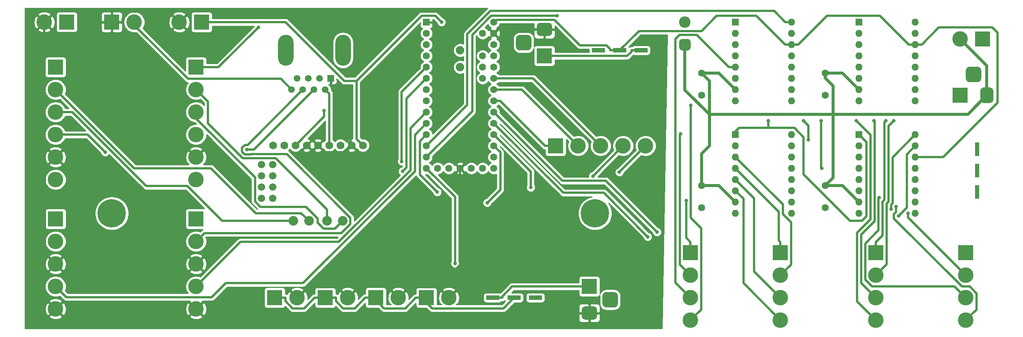
<source format=gbl>
G04 #@! TF.GenerationSoftware,KiCad,Pcbnew,5.1.6*
G04 #@! TF.CreationDate,2020-08-28T22:15:26-07:00*
G04 #@! TF.ProjectId,controller,636f6e74-726f-46c6-9c65-722e6b696361,rev?*
G04 #@! TF.SameCoordinates,Original*
G04 #@! TF.FileFunction,Copper,L2,Bot*
G04 #@! TF.FilePolarity,Positive*
%FSLAX46Y46*%
G04 Gerber Fmt 4.6, Leading zero omitted, Abs format (unit mm)*
G04 Created by KiCad (PCBNEW 5.1.6) date 2020-08-28 22:15:26*
%MOMM*%
%LPD*%
G01*
G04 APERTURE LIST*
G04 #@! TA.AperFunction,ComponentPad*
%ADD10C,6.400000*%
G04 #@! TD*
G04 #@! TA.AperFunction,ComponentPad*
%ADD11C,2.600000*%
G04 #@! TD*
G04 #@! TA.AperFunction,ComponentPad*
%ADD12O,1.600000X1.600000*%
G04 #@! TD*
G04 #@! TA.AperFunction,ComponentPad*
%ADD13R,1.600000X1.600000*%
G04 #@! TD*
G04 #@! TA.AperFunction,ComponentPad*
%ADD14C,0.100000*%
G04 #@! TD*
G04 #@! TA.AperFunction,ComponentPad*
%ADD15C,1.900000*%
G04 #@! TD*
G04 #@! TA.AperFunction,ComponentPad*
%ADD16C,1.600000*%
G04 #@! TD*
G04 #@! TA.AperFunction,ComponentPad*
%ADD17C,3.500000*%
G04 #@! TD*
G04 #@! TA.AperFunction,ComponentPad*
%ADD18R,3.500000X3.500000*%
G04 #@! TD*
G04 #@! TA.AperFunction,ComponentPad*
%ADD19C,1.500000*%
G04 #@! TD*
G04 #@! TA.AperFunction,ComponentPad*
%ADD20O,3.500000X7.000000*%
G04 #@! TD*
G04 #@! TA.AperFunction,ComponentPad*
%ADD21R,1.500000X1.500000*%
G04 #@! TD*
G04 #@! TA.AperFunction,ComponentPad*
%ADD22C,1.676400*%
G04 #@! TD*
G04 #@! TA.AperFunction,ComponentPad*
%ADD23C,2.184400*%
G04 #@! TD*
G04 #@! TA.AperFunction,ComponentPad*
%ADD24C,1.778000*%
G04 #@! TD*
G04 #@! TA.AperFunction,ViaPad*
%ADD25C,0.800000*%
G04 #@! TD*
G04 #@! TA.AperFunction,Conductor*
%ADD26C,0.500000*%
G04 #@! TD*
G04 #@! TA.AperFunction,Conductor*
%ADD27C,0.700000*%
G04 #@! TD*
G04 #@! TA.AperFunction,Conductor*
%ADD28C,0.254000*%
G04 #@! TD*
G04 APERTURE END LIST*
D10*
G04 #@! TO.P,mount1,1*
G04 #@! TO.N,N/C*
X34290000Y-76200000D03*
G04 #@! TD*
G04 #@! TO.P,mount2,1*
G04 #@! TO.N,N/C*
X143510000Y-76200000D03*
G04 #@! TD*
D11*
G04 #@! TO.P,JP1,2*
G04 #@! TO.N,GND*
X163830000Y-33020000D03*
G04 #@! TO.P,JP1,1*
G04 #@! TO.N,GND1*
G04 #@! TA.AperFunction,ComponentPad*
G36*
G01*
X164480000Y-39400000D02*
X163180000Y-39400000D01*
G75*
G02*
X162530000Y-38750000I0J650000D01*
G01*
X162530000Y-37450000D01*
G75*
G02*
X163180000Y-36800000I650000J0D01*
G01*
X164480000Y-36800000D01*
G75*
G02*
X165130000Y-37450000I0J-650000D01*
G01*
X165130000Y-38750000D01*
G75*
G02*
X164480000Y-39400000I-650000J0D01*
G01*
G37*
G04 #@! TD.AperFunction*
G04 #@! TD*
D12*
G04 #@! TO.P,MC-LeverR1,16*
G04 #@! TO.N,Net-(MC-LeverR1-Pad16)*
X215900000Y-33020000D03*
G04 #@! TO.P,MC-LeverR1,8*
G04 #@! TO.N,+9V*
X203200000Y-50800000D03*
G04 #@! TO.P,MC-LeverR1,15*
G04 #@! TO.N,Net-(MC-LeverR1-Pad15)*
X215900000Y-35560000D03*
G04 #@! TO.P,MC-LeverR1,7*
G04 #@! TO.N,GND1*
X203200000Y-48260000D03*
G04 #@! TO.P,MC-LeverR1,14*
G04 #@! TO.N,+5V*
X215900000Y-38100000D03*
G04 #@! TO.P,MC-LeverR1,6*
G04 #@! TO.N,Net-(HandleR-ToMotor1-Pad4)*
X203200000Y-45720000D03*
G04 #@! TO.P,MC-LeverR1,13*
G04 #@! TO.N,Net-(MC-LeverR1-Pad13)*
X215900000Y-40640000D03*
G04 #@! TO.P,MC-LeverR1,5*
G04 #@! TO.N,Net-(HandleR-ToMotor1-Pad3)*
X203200000Y-43180000D03*
G04 #@! TO.P,MC-LeverR1,12*
G04 #@! TO.N,Net-(MC-LeverR1-Pad12)*
X215900000Y-43180000D03*
G04 #@! TO.P,MC-LeverR1,4*
G04 #@! TO.N,Net-(HandleR-ToMotor1-Pad1)*
X203200000Y-40640000D03*
G04 #@! TO.P,MC-LeverR1,11*
G04 #@! TO.N,Net-(MC-LeverR1-Pad11)*
X215900000Y-45720000D03*
G04 #@! TO.P,MC-LeverR1,3*
G04 #@! TO.N,Net-(HandleR-ToMotor1-Pad2)*
X203200000Y-38100000D03*
G04 #@! TO.P,MC-LeverR1,10*
G04 #@! TO.N,Net-(MC-LeverR1-Pad10)*
X215900000Y-48260000D03*
G04 #@! TO.P,MC-LeverR1,2*
G04 #@! TO.N,Net-(MC-LeverR1-Pad2)*
X203200000Y-35560000D03*
G04 #@! TO.P,MC-LeverR1,9*
G04 #@! TO.N,Net-(MC-LeverR1-Pad9)*
X215900000Y-50800000D03*
D13*
G04 #@! TO.P,MC-LeverR1,1*
G04 #@! TO.N,GND*
X203200000Y-33020000D03*
G04 #@! TD*
D12*
G04 #@! TO.P,MC-SpoutR1,16*
G04 #@! TO.N,Net-(MC-SpoutR1-Pad16)*
X215900000Y-58420000D03*
G04 #@! TO.P,MC-SpoutR1,8*
G04 #@! TO.N,+9V*
X203200000Y-76200000D03*
G04 #@! TO.P,MC-SpoutR1,15*
G04 #@! TO.N,Net-(MC-SpoutR1-Pad15)*
X215900000Y-60960000D03*
G04 #@! TO.P,MC-SpoutR1,7*
G04 #@! TO.N,GND1*
X203200000Y-73660000D03*
G04 #@! TO.P,MC-SpoutR1,14*
G04 #@! TO.N,+5V*
X215900000Y-63500000D03*
G04 #@! TO.P,MC-SpoutR1,6*
G04 #@! TO.N,Net-(MC-SpoutR1-Pad6)*
X203200000Y-71120000D03*
G04 #@! TO.P,MC-SpoutR1,13*
G04 #@! TO.N,Net-(MC-SpoutR1-Pad13)*
X215900000Y-66040000D03*
G04 #@! TO.P,MC-SpoutR1,5*
G04 #@! TO.N,Net-(MC-SpoutR1-Pad5)*
X203200000Y-68580000D03*
G04 #@! TO.P,MC-SpoutR1,12*
G04 #@! TO.N,Net-(MC-SpoutR1-Pad12)*
X215900000Y-68580000D03*
G04 #@! TO.P,MC-SpoutR1,4*
G04 #@! TO.N,Net-(MC-SpoutR1-Pad4)*
X203200000Y-66040000D03*
G04 #@! TO.P,MC-SpoutR1,11*
G04 #@! TO.N,Net-(MC-SpoutR1-Pad11)*
X215900000Y-71120000D03*
G04 #@! TO.P,MC-SpoutR1,3*
G04 #@! TO.N,Net-(MC-SpoutR1-Pad3)*
X203200000Y-63500000D03*
G04 #@! TO.P,MC-SpoutR1,10*
G04 #@! TO.N,Net-(MC-SpoutR1-Pad10)*
X215900000Y-73660000D03*
G04 #@! TO.P,MC-SpoutR1,2*
G04 #@! TO.N,Net-(MC-SpoutR1-Pad2)*
X203200000Y-60960000D03*
G04 #@! TO.P,MC-SpoutR1,9*
G04 #@! TO.N,Net-(MC-SpoutR1-Pad9)*
X215900000Y-76200000D03*
D13*
G04 #@! TO.P,MC-SpoutR1,1*
G04 #@! TO.N,GND*
X203200000Y-58420000D03*
G04 #@! TD*
D12*
G04 #@! TO.P,MC-SpoutL1,16*
G04 #@! TO.N,Net-(MC-SpoutL1-Pad16)*
X187960000Y-58420000D03*
G04 #@! TO.P,MC-SpoutL1,8*
G04 #@! TO.N,+9V*
X175260000Y-76200000D03*
G04 #@! TO.P,MC-SpoutL1,15*
G04 #@! TO.N,Net-(MC-SpoutL1-Pad15)*
X187960000Y-60960000D03*
G04 #@! TO.P,MC-SpoutL1,7*
G04 #@! TO.N,GND1*
X175260000Y-73660000D03*
G04 #@! TO.P,MC-SpoutL1,14*
G04 #@! TO.N,+5V*
X187960000Y-63500000D03*
G04 #@! TO.P,MC-SpoutL1,6*
G04 #@! TO.N,Net-(MC-SpoutL1-Pad6)*
X175260000Y-71120000D03*
G04 #@! TO.P,MC-SpoutL1,13*
G04 #@! TO.N,Net-(MC-SpoutL1-Pad13)*
X187960000Y-66040000D03*
G04 #@! TO.P,MC-SpoutL1,5*
G04 #@! TO.N,Net-(MC-SpoutL1-Pad5)*
X175260000Y-68580000D03*
G04 #@! TO.P,MC-SpoutL1,12*
G04 #@! TO.N,Net-(MC-SpoutL1-Pad12)*
X187960000Y-68580000D03*
G04 #@! TO.P,MC-SpoutL1,4*
G04 #@! TO.N,Net-(MC-SpoutL1-Pad4)*
X175260000Y-66040000D03*
G04 #@! TO.P,MC-SpoutL1,11*
G04 #@! TO.N,Net-(MC-SpoutL1-Pad11)*
X187960000Y-71120000D03*
G04 #@! TO.P,MC-SpoutL1,3*
G04 #@! TO.N,Net-(MC-SpoutL1-Pad3)*
X175260000Y-63500000D03*
G04 #@! TO.P,MC-SpoutL1,10*
G04 #@! TO.N,Net-(MC-SpoutL1-Pad10)*
X187960000Y-73660000D03*
G04 #@! TO.P,MC-SpoutL1,2*
G04 #@! TO.N,Net-(MC-SpoutL1-Pad2)*
X175260000Y-60960000D03*
G04 #@! TO.P,MC-SpoutL1,9*
G04 #@! TO.N,Net-(MC-SpoutL1-Pad9)*
X187960000Y-76200000D03*
D13*
G04 #@! TO.P,MC-SpoutL1,1*
G04 #@! TO.N,GND*
X175260000Y-58420000D03*
G04 #@! TD*
D12*
G04 #@! TO.P,MC-LeverL1,16*
G04 #@! TO.N,Net-(MC-LeverL1-Pad16)*
X187960000Y-33020000D03*
G04 #@! TO.P,MC-LeverL1,8*
G04 #@! TO.N,+9V*
X175260000Y-50800000D03*
G04 #@! TO.P,MC-LeverL1,15*
G04 #@! TO.N,Net-(MC-LeverL1-Pad15)*
X187960000Y-35560000D03*
G04 #@! TO.P,MC-LeverL1,7*
G04 #@! TO.N,GND1*
X175260000Y-48260000D03*
G04 #@! TO.P,MC-LeverL1,14*
G04 #@! TO.N,+5V*
X187960000Y-38100000D03*
G04 #@! TO.P,MC-LeverL1,6*
G04 #@! TO.N,Net-(HandleL-ToMotor1-Pad4)*
X175260000Y-45720000D03*
G04 #@! TO.P,MC-LeverL1,13*
G04 #@! TO.N,Net-(MC-LeverL1-Pad13)*
X187960000Y-40640000D03*
G04 #@! TO.P,MC-LeverL1,5*
G04 #@! TO.N,Net-(HandleL-ToMotor1-Pad3)*
X175260000Y-43180000D03*
G04 #@! TO.P,MC-LeverL1,12*
G04 #@! TO.N,Net-(MC-LeverL1-Pad12)*
X187960000Y-43180000D03*
G04 #@! TO.P,MC-LeverL1,4*
G04 #@! TO.N,Net-(HandleL-ToMotor1-Pad1)*
X175260000Y-40640000D03*
G04 #@! TO.P,MC-LeverL1,11*
G04 #@! TO.N,Net-(MC-LeverL1-Pad11)*
X187960000Y-45720000D03*
G04 #@! TO.P,MC-LeverL1,3*
G04 #@! TO.N,Net-(HandleL-ToMotor1-Pad2)*
X175260000Y-38100000D03*
G04 #@! TO.P,MC-LeverL1,10*
G04 #@! TO.N,Net-(MC-LeverL1-Pad10)*
X187960000Y-48260000D03*
G04 #@! TO.P,MC-LeverL1,2*
G04 #@! TO.N,Net-(MC-LeverL1-Pad2)*
X175260000Y-35560000D03*
G04 #@! TO.P,MC-LeverL1,9*
G04 #@! TO.N,Net-(MC-LeverL1-Pad9)*
X187960000Y-50800000D03*
D13*
G04 #@! TO.P,MC-LeverL1,1*
G04 #@! TO.N,GND*
X175260000Y-33020000D03*
G04 #@! TD*
G04 #@! TA.AperFunction,ComponentPad*
D14*
G04 #@! TO.P,SW12,3*
G04 #@! TO.N,N/C*
G36*
X131545000Y-95750000D02*
G01*
X128545000Y-95750000D01*
X128545000Y-94750000D01*
X131545000Y-94750000D01*
X131545000Y-95750000D01*
G37*
G04 #@! TD.AperFunction*
G04 #@! TA.AperFunction,ComponentPad*
G04 #@! TO.P,SW12,2*
G04 #@! TO.N,+12V*
G36*
X126720000Y-95750000D02*
G01*
X123720000Y-95750000D01*
X123720000Y-94750000D01*
X126720000Y-94750000D01*
X126720000Y-95750000D01*
G37*
G04 #@! TD.AperFunction*
G04 #@! TA.AperFunction,ComponentPad*
G04 #@! TO.P,SW12,1*
G04 #@! TO.N,Net-(12V1-Pad1)*
G36*
X121895000Y-95750000D02*
G01*
X118895000Y-95750000D01*
X118895000Y-94750000D01*
X121895000Y-94750000D01*
X121895000Y-95750000D01*
G37*
G04 #@! TD.AperFunction*
G04 #@! TD*
G04 #@! TA.AperFunction,ComponentPad*
G04 #@! TO.P,SW9,3*
G04 #@! TO.N,N/C*
G36*
X230370000Y-60225000D02*
G01*
X230370000Y-63225000D01*
X229370000Y-63225000D01*
X229370000Y-60225000D01*
X230370000Y-60225000D01*
G37*
G04 #@! TD.AperFunction*
G04 #@! TA.AperFunction,ComponentPad*
G04 #@! TO.P,SW9,2*
G04 #@! TO.N,+9V*
G36*
X230370000Y-65050000D02*
G01*
X230370000Y-68050000D01*
X229370000Y-68050000D01*
X229370000Y-65050000D01*
X230370000Y-65050000D01*
G37*
G04 #@! TD.AperFunction*
G04 #@! TA.AperFunction,ComponentPad*
G04 #@! TO.P,SW9,1*
G04 #@! TO.N,Net-(9V1-Pad1)*
G36*
X230370000Y-69875000D02*
G01*
X230370000Y-72875000D01*
X229370000Y-72875000D01*
X229370000Y-69875000D01*
X230370000Y-69875000D01*
G37*
G04 #@! TD.AperFunction*
G04 #@! TD*
G04 #@! TA.AperFunction,ComponentPad*
G04 #@! TO.P,SW5,3*
G04 #@! TO.N,N/C*
G36*
X142775000Y-38870000D02*
G01*
X145775000Y-38870000D01*
X145775000Y-39870000D01*
X142775000Y-39870000D01*
X142775000Y-38870000D01*
G37*
G04 #@! TD.AperFunction*
G04 #@! TA.AperFunction,ComponentPad*
G04 #@! TO.P,SW5,2*
G04 #@! TO.N,+5V*
G36*
X147600000Y-38870000D02*
G01*
X150600000Y-38870000D01*
X150600000Y-39870000D01*
X147600000Y-39870000D01*
X147600000Y-38870000D01*
G37*
G04 #@! TD.AperFunction*
G04 #@! TA.AperFunction,ComponentPad*
G04 #@! TO.P,SW5,1*
G04 #@! TO.N,Net-(5V1-Pad1)*
G36*
X152425000Y-38870000D02*
G01*
X155425000Y-38870000D01*
X155425000Y-39870000D01*
X152425000Y-39870000D01*
X152425000Y-38870000D01*
G37*
G04 #@! TD.AperFunction*
G04 #@! TD*
D15*
G04 #@! TO.P,U1,52*
G04 #@! TO.N,N/C*
X113030000Y-39370000D03*
X113030000Y-43180000D03*
D13*
G04 #@! TO.P,U1,1*
G04 #@! TO.N,GND*
X105410000Y-33020000D03*
D16*
G04 #@! TO.P,U1,2*
G04 #@! TO.N,Net-(U1-Pad2)*
X105410000Y-35560000D03*
G04 #@! TO.P,U1,3*
G04 #@! TO.N,Net-(U1-Pad3)*
X105410000Y-38100000D03*
G04 #@! TO.P,U1,4*
G04 #@! TO.N,Net-(U1-Pad4)*
X105410000Y-40640000D03*
G04 #@! TO.P,U1,5*
G04 #@! TO.N,Net-(U1-Pad5)*
X105410000Y-43180000D03*
G04 #@! TO.P,U1,6*
G04 #@! TO.N,Net-(U1-Pad6)*
X105410000Y-45720000D03*
G04 #@! TO.P,U1,7*
G04 #@! TO.N,Net-(SoundVisionL1-Pad4)*
X105410000Y-48260000D03*
G04 #@! TO.P,U1,8*
G04 #@! TO.N,Net-(SoundVisionR1-Pad4)*
X105410000Y-50800000D03*
G04 #@! TO.P,U1,9*
G04 #@! TO.N,Net-(ToHandleL1-Pad4)*
X105410000Y-53340000D03*
G04 #@! TO.P,U1,10*
G04 #@! TO.N,Net-(ToHandleR1-Pad4)*
X105410000Y-55880000D03*
G04 #@! TO.P,U1,11*
G04 #@! TO.N,Net-(MC-LeverL1-Pad15)*
X105410000Y-58420000D03*
G04 #@! TO.P,U1,12*
G04 #@! TO.N,Net-(MC-LeverL1-Pad16)*
X105410000Y-60960000D03*
G04 #@! TO.P,U1,13*
G04 #@! TO.N,Net-(MC-LeverR1-Pad15)*
X105410000Y-63500000D03*
G04 #@! TO.P,U1,37*
G04 #@! TO.N,Net-(U1-Pad37)*
X118110000Y-45720000D03*
G04 #@! TO.P,U1,36*
G04 #@! TO.N,Net-(U1-Pad36)*
X118110000Y-43180000D03*
G04 #@! TO.P,U1,35*
G04 #@! TO.N,Net-(U1-Pad35)*
X118110000Y-40640000D03*
G04 #@! TO.P,U1,34*
G04 #@! TO.N,Net-(U1-Pad34)*
X118110000Y-35560000D03*
G04 #@! TO.P,U1,33*
G04 #@! TO.N,+5V*
X120650000Y-33020000D03*
G04 #@! TO.P,U1,32*
G04 #@! TO.N,GND*
X120650000Y-35560000D03*
G04 #@! TO.P,U1,31*
G04 #@! TO.N,Net-(U1-Pad31)*
X120650000Y-38100000D03*
G04 #@! TO.P,U1,30*
G04 #@! TO.N,Net-(SoundVisionR1-Pad1)*
X120650000Y-40640000D03*
G04 #@! TO.P,U1,29*
G04 #@! TO.N,Net-(SoundVisionL1-Pad1)*
X120650000Y-43180000D03*
G04 #@! TO.P,U1,28*
G04 #@! TO.N,Net-(U1-Pad28)*
X120650000Y-45720000D03*
G04 #@! TO.P,U1,27*
G04 #@! TO.N,Net-(U1-Pad27)*
X120650000Y-48260000D03*
G04 #@! TO.P,U1,26*
G04 #@! TO.N,Net-(U1-Pad26)*
X120650000Y-50800000D03*
G04 #@! TO.P,U1,25*
G04 #@! TO.N,Net-(MC-SpoutR1-Pad16)*
X120650000Y-53340000D03*
G04 #@! TO.P,U1,24*
G04 #@! TO.N,Net-(MC-SpoutR1-Pad15)*
X120650000Y-55880000D03*
G04 #@! TO.P,U1,23*
G04 #@! TO.N,Net-(ToHandleR1-Pad1)*
X120650000Y-58420000D03*
G04 #@! TO.P,U1,22*
G04 #@! TO.N,Net-(ToHandleL1-Pad1)*
X120650000Y-60960000D03*
G04 #@! TO.P,U1,21*
G04 #@! TO.N,Net-(MC-SpoutL1-Pad16)*
X120650000Y-63500000D03*
G04 #@! TO.P,U1,14*
G04 #@! TO.N,Net-(MC-LeverR1-Pad16)*
X105410000Y-66040000D03*
G04 #@! TO.P,U1,15*
G04 #@! TO.N,Net-(U1-Pad15)*
X107950000Y-66040000D03*
G04 #@! TO.P,U1,16*
G04 #@! TO.N,Net-(U1-Pad16)*
X110490000Y-66040000D03*
G04 #@! TO.P,U1,20*
G04 #@! TO.N,Net-(MC-SpoutL1-Pad15)*
X120650000Y-66040000D03*
G04 #@! TO.P,U1,19*
G04 #@! TO.N,Net-(U1-Pad19)*
X118110000Y-66040000D03*
G04 #@! TO.P,U1,18*
G04 #@! TO.N,Net-(U1-Pad18)*
X115570000Y-66040000D03*
G04 #@! TO.P,U1,17*
G04 #@! TO.N,GND*
X113030000Y-66040000D03*
G04 #@! TD*
D17*
G04 #@! TO.P,ToHandleR1,5*
G04 #@! TO.N,GND*
X21590000Y-97790000D03*
G04 #@! TO.P,ToHandleR1,4*
G04 #@! TO.N,Net-(ToHandleR1-Pad4)*
X21590000Y-92710000D03*
G04 #@! TO.P,ToHandleR1,3*
G04 #@! TO.N,GND*
X21590000Y-87630000D03*
G04 #@! TO.P,ToHandleR1,2*
G04 #@! TO.N,Net-(J2-Pad7)*
X21590000Y-82550000D03*
D18*
G04 #@! TO.P,ToHandleR1,1*
G04 #@! TO.N,Net-(ToHandleR1-Pad1)*
X21590000Y-77470000D03*
G04 #@! TD*
D17*
G04 #@! TO.P,ToHandleL1,5*
G04 #@! TO.N,GND*
X53340000Y-97790000D03*
G04 #@! TO.P,ToHandleL1,4*
G04 #@! TO.N,Net-(ToHandleL1-Pad4)*
X53340000Y-92710000D03*
G04 #@! TO.P,ToHandleL1,3*
G04 #@! TO.N,GND*
X53340000Y-87630000D03*
G04 #@! TO.P,ToHandleL1,2*
G04 #@! TO.N,Net-(J2-Pad6)*
X53340000Y-82550000D03*
D18*
G04 #@! TO.P,ToHandleL1,1*
G04 #@! TO.N,Net-(ToHandleL1-Pad1)*
X53340000Y-77470000D03*
G04 #@! TD*
D17*
G04 #@! TO.P,sync_trigger_out1,5*
G04 #@! TO.N,Net-(U1-Pad5)*
X154940000Y-60960000D03*
G04 #@! TO.P,sync_trigger_out1,4*
G04 #@! TO.N,Net-(U1-Pad6)*
X149860000Y-60960000D03*
G04 #@! TO.P,sync_trigger_out1,3*
G04 #@! TO.N,Net-(U1-Pad28)*
X144780000Y-60960000D03*
G04 #@! TO.P,sync_trigger_out1,2*
G04 #@! TO.N,Net-(U1-Pad27)*
X139700000Y-60960000D03*
D18*
G04 #@! TO.P,sync_trigger_out1,1*
G04 #@! TO.N,Net-(U1-Pad26)*
X134620000Y-60960000D03*
G04 #@! TD*
D17*
G04 #@! TO.P,SpoutR-ToMotor1,4*
G04 #@! TO.N,Net-(MC-SpoutR1-Pad6)*
X227330000Y-100330000D03*
G04 #@! TO.P,SpoutR-ToMotor1,3*
G04 #@! TO.N,Net-(MC-SpoutR1-Pad5)*
X227330000Y-95250000D03*
G04 #@! TO.P,SpoutR-ToMotor1,2*
G04 #@! TO.N,Net-(MC-SpoutR1-Pad3)*
X227330000Y-90170000D03*
D18*
G04 #@! TO.P,SpoutR-ToMotor1,1*
G04 #@! TO.N,Net-(MC-SpoutR1-Pad4)*
X227330000Y-85090000D03*
G04 #@! TD*
D17*
G04 #@! TO.P,SpoutL-ToMotor1,4*
G04 #@! TO.N,Net-(MC-SpoutL1-Pad6)*
X185420000Y-100330000D03*
G04 #@! TO.P,SpoutL-ToMotor1,3*
G04 #@! TO.N,Net-(MC-SpoutL1-Pad5)*
X185420000Y-95250000D03*
G04 #@! TO.P,SpoutL-ToMotor1,2*
G04 #@! TO.N,Net-(MC-SpoutL1-Pad3)*
X185420000Y-90170000D03*
D18*
G04 #@! TO.P,SpoutL-ToMotor1,1*
G04 #@! TO.N,Net-(MC-SpoutL1-Pad4)*
X185420000Y-85090000D03*
G04 #@! TD*
D17*
G04 #@! TO.P,SoundVisionR1,6*
G04 #@! TO.N,Net-(J2-Pad5)*
X21590000Y-68580000D03*
G04 #@! TO.P,SoundVisionR1,5*
G04 #@! TO.N,GND*
X21590000Y-63500000D03*
G04 #@! TO.P,SoundVisionR1,4*
G04 #@! TO.N,Net-(SoundVisionR1-Pad4)*
X21590000Y-58420000D03*
G04 #@! TO.P,SoundVisionR1,3*
G04 #@! TO.N,Net-(SoundVisionR1-Pad3)*
X21590000Y-53340000D03*
G04 #@! TO.P,SoundVisionR1,2*
G04 #@! TO.N,Net-(SoundVisionR1-Pad2)*
X21590000Y-48260000D03*
D18*
G04 #@! TO.P,SoundVisionR1,1*
G04 #@! TO.N,Net-(SoundVisionR1-Pad1)*
X21590000Y-43180000D03*
G04 #@! TD*
D17*
G04 #@! TO.P,SoundVisionL1,6*
G04 #@! TO.N,Net-(J2-Pad4)*
X53340000Y-68580000D03*
G04 #@! TO.P,SoundVisionL1,5*
G04 #@! TO.N,GND*
X53340000Y-63500000D03*
G04 #@! TO.P,SoundVisionL1,4*
G04 #@! TO.N,Net-(SoundVisionL1-Pad4)*
X53340000Y-58420000D03*
G04 #@! TO.P,SoundVisionL1,3*
G04 #@! TO.N,Net-(SoundVisionL1-Pad3)*
X53340000Y-53340000D03*
G04 #@! TO.P,SoundVisionL1,2*
G04 #@! TO.N,Net-(SoundVisionL1-Pad2)*
X53340000Y-48260000D03*
D18*
G04 #@! TO.P,SoundVisionL1,1*
G04 #@! TO.N,Net-(SoundVisionL1-Pad1)*
X53340000Y-43180000D03*
G04 #@! TD*
D17*
G04 #@! TO.P,J9V1,2*
G04 #@! TO.N,GND1*
X226060000Y-36830000D03*
D18*
G04 #@! TO.P,J9V1,1*
G04 #@! TO.N,+9V*
X231140000Y-36830000D03*
G04 #@! TD*
D17*
G04 #@! TO.P,J5V2,2*
G04 #@! TO.N,GND*
X49530000Y-33020000D03*
D18*
G04 #@! TO.P,J5V2,1*
G04 #@! TO.N,+5V*
X54610000Y-33020000D03*
G04 #@! TD*
D17*
G04 #@! TO.P,J5V1,2*
G04 #@! TO.N,GND*
X19050000Y-33020000D03*
D18*
G04 #@! TO.P,J5V1,1*
G04 #@! TO.N,+5V*
X24130000Y-33020000D03*
G04 #@! TD*
D17*
G04 #@! TO.P,J12V4,2*
G04 #@! TO.N,GND*
X76200000Y-95250000D03*
D18*
G04 #@! TO.P,J12V4,1*
G04 #@! TO.N,+12V*
X71120000Y-95250000D03*
G04 #@! TD*
D17*
G04 #@! TO.P,J12V3,2*
G04 #@! TO.N,GND*
X110490000Y-95250000D03*
D18*
G04 #@! TO.P,J12V3,1*
G04 #@! TO.N,+12V*
X105410000Y-95250000D03*
G04 #@! TD*
D17*
G04 #@! TO.P,J12V2,2*
G04 #@! TO.N,GND*
X99060000Y-95250000D03*
D18*
G04 #@! TO.P,J12V2,1*
G04 #@! TO.N,+12V*
X93980000Y-95250000D03*
G04 #@! TD*
D17*
G04 #@! TO.P,J12V1,2*
G04 #@! TO.N,GND*
X87630000Y-95250000D03*
D18*
G04 #@! TO.P,J12V1,1*
G04 #@! TO.N,+12V*
X82550000Y-95250000D03*
G04 #@! TD*
D19*
G04 #@! TO.P,J2,6*
G04 #@! TO.N,Net-(J2-Pad6)*
X77470000Y-48260000D03*
G04 #@! TO.P,J2,8*
G04 #@! TO.N,Net-(J2-Pad8)*
X74930000Y-48260000D03*
D20*
G04 #@! TO.P,J2,SH*
G04 #@! TO.N,N/C*
X86550000Y-39370000D03*
D19*
G04 #@! TO.P,J2,2*
G04 #@! TO.N,Net-(J2-Pad2)*
X82550000Y-48260000D03*
D21*
G04 #@! TO.P,J2,1*
G04 #@! TO.N,GND*
X83820000Y-45720000D03*
D19*
G04 #@! TO.P,J2,7*
G04 #@! TO.N,Net-(J2-Pad7)*
X76200000Y-45720000D03*
G04 #@! TO.P,J2,4*
G04 #@! TO.N,Net-(J2-Pad4)*
X80010000Y-48260000D03*
G04 #@! TO.P,J2,5*
G04 #@! TO.N,Net-(J2-Pad5)*
X78740000Y-45720000D03*
G04 #@! TO.P,J2,3*
G04 #@! TO.N,Net-(J2-Pad3)*
X81280000Y-45720000D03*
D20*
G04 #@! TO.P,J2,SH*
G04 #@! TO.N,N/C*
X73660000Y-39370000D03*
G04 #@! TD*
D17*
G04 #@! TO.P,HandleR-ToMotor1,4*
G04 #@! TO.N,Net-(HandleR-ToMotor1-Pad4)*
X207010000Y-100330000D03*
G04 #@! TO.P,HandleR-ToMotor1,3*
G04 #@! TO.N,Net-(HandleR-ToMotor1-Pad3)*
X207010000Y-95250000D03*
G04 #@! TO.P,HandleR-ToMotor1,2*
G04 #@! TO.N,Net-(HandleR-ToMotor1-Pad2)*
X207010000Y-90170000D03*
D18*
G04 #@! TO.P,HandleR-ToMotor1,1*
G04 #@! TO.N,Net-(HandleR-ToMotor1-Pad1)*
X207010000Y-85090000D03*
G04 #@! TD*
D17*
G04 #@! TO.P,HandleL-ToMotor1,4*
G04 #@! TO.N,Net-(HandleL-ToMotor1-Pad4)*
X165100000Y-100330000D03*
G04 #@! TO.P,HandleL-ToMotor1,3*
G04 #@! TO.N,Net-(HandleL-ToMotor1-Pad3)*
X165100000Y-95250000D03*
G04 #@! TO.P,HandleL-ToMotor1,2*
G04 #@! TO.N,Net-(HandleL-ToMotor1-Pad2)*
X165100000Y-90170000D03*
D18*
G04 #@! TO.P,HandleL-ToMotor1,1*
G04 #@! TO.N,Net-(HandleL-ToMotor1-Pad1)*
X165100000Y-85090000D03*
G04 #@! TD*
D17*
G04 #@! TO.P,distractor1,2*
G04 #@! TO.N,Net-(J2-Pad8)*
X39370000Y-33020000D03*
D18*
G04 #@! TO.P,distractor1,1*
G04 #@! TO.N,GND*
X34290000Y-33020000D03*
G04 #@! TD*
D16*
G04 #@! TO.P,C4,2*
G04 #@! TO.N,GND1*
X167640000Y-69930000D03*
G04 #@! TO.P,C4,1*
G04 #@! TO.N,+9V*
X167640000Y-74930000D03*
G04 #@! TD*
G04 #@! TO.P,C3,2*
G04 #@! TO.N,GND1*
X195580000Y-44530000D03*
G04 #@! TO.P,C3,1*
G04 #@! TO.N,+9V*
X195580000Y-49530000D03*
G04 #@! TD*
G04 #@! TO.P,C2,2*
G04 #@! TO.N,GND1*
X167640000Y-44530000D03*
G04 #@! TO.P,C2,1*
G04 #@! TO.N,+9V*
X167640000Y-49530000D03*
G04 #@! TD*
G04 #@! TO.P,C1,2*
G04 #@! TO.N,GND1*
X195580000Y-69930000D03*
G04 #@! TO.P,C1,1*
G04 #@! TO.N,+9V*
X195580000Y-74930000D03*
G04 #@! TD*
G04 #@! TO.P,9V1,3*
G04 #@! TO.N,N/C*
G04 #@! TA.AperFunction,ComponentPad*
G36*
G01*
X230810000Y-43955000D02*
X230810000Y-45705000D01*
G75*
G02*
X229935000Y-46580000I-875000J0D01*
G01*
X228185000Y-46580000D01*
G75*
G02*
X227310000Y-45705000I0J875000D01*
G01*
X227310000Y-43955000D01*
G75*
G02*
X228185000Y-43080000I875000J0D01*
G01*
X229935000Y-43080000D01*
G75*
G02*
X230810000Y-43955000I0J-875000D01*
G01*
G37*
G04 #@! TD.AperFunction*
G04 #@! TO.P,9V1,2*
G04 #@! TO.N,GND1*
G04 #@! TA.AperFunction,ComponentPad*
G36*
G01*
X233560000Y-48530000D02*
X233560000Y-50530000D01*
G75*
G02*
X232810000Y-51280000I-750000J0D01*
G01*
X231310000Y-51280000D01*
G75*
G02*
X230560000Y-50530000I0J750000D01*
G01*
X230560000Y-48530000D01*
G75*
G02*
X231310000Y-47780000I750000J0D01*
G01*
X232810000Y-47780000D01*
G75*
G02*
X233560000Y-48530000I0J-750000D01*
G01*
G37*
G04 #@! TD.AperFunction*
D18*
G04 #@! TO.P,9V1,1*
G04 #@! TO.N,Net-(9V1-Pad1)*
X226060000Y-49530000D03*
G04 #@! TD*
G04 #@! TO.P,5V1,3*
G04 #@! TO.N,N/C*
G04 #@! TA.AperFunction,ComponentPad*
G36*
G01*
X126505000Y-35890000D02*
X128255000Y-35890000D01*
G75*
G02*
X129130000Y-36765000I0J-875000D01*
G01*
X129130000Y-38515000D01*
G75*
G02*
X128255000Y-39390000I-875000J0D01*
G01*
X126505000Y-39390000D01*
G75*
G02*
X125630000Y-38515000I0J875000D01*
G01*
X125630000Y-36765000D01*
G75*
G02*
X126505000Y-35890000I875000J0D01*
G01*
G37*
G04 #@! TD.AperFunction*
G04 #@! TO.P,5V1,2*
G04 #@! TO.N,GND*
G04 #@! TA.AperFunction,ComponentPad*
G36*
G01*
X131080000Y-33140000D02*
X133080000Y-33140000D01*
G75*
G02*
X133830000Y-33890000I0J-750000D01*
G01*
X133830000Y-35390000D01*
G75*
G02*
X133080000Y-36140000I-750000J0D01*
G01*
X131080000Y-36140000D01*
G75*
G02*
X130330000Y-35390000I0J750000D01*
G01*
X130330000Y-33890000D01*
G75*
G02*
X131080000Y-33140000I750000J0D01*
G01*
G37*
G04 #@! TD.AperFunction*
G04 #@! TO.P,5V1,1*
G04 #@! TO.N,Net-(5V1-Pad1)*
X132080000Y-40640000D03*
G04 #@! TD*
G04 #@! TO.P,12V1,3*
G04 #@! TO.N,N/C*
G04 #@! TA.AperFunction,ComponentPad*
G36*
G01*
X147815000Y-97460000D02*
X146065000Y-97460000D01*
G75*
G02*
X145190000Y-96585000I0J875000D01*
G01*
X145190000Y-94835000D01*
G75*
G02*
X146065000Y-93960000I875000J0D01*
G01*
X147815000Y-93960000D01*
G75*
G02*
X148690000Y-94835000I0J-875000D01*
G01*
X148690000Y-96585000D01*
G75*
G02*
X147815000Y-97460000I-875000J0D01*
G01*
G37*
G04 #@! TD.AperFunction*
G04 #@! TO.P,12V1,2*
G04 #@! TO.N,GND*
G04 #@! TA.AperFunction,ComponentPad*
G36*
G01*
X143240000Y-100210000D02*
X141240000Y-100210000D01*
G75*
G02*
X140490000Y-99460000I0J750000D01*
G01*
X140490000Y-97960000D01*
G75*
G02*
X141240000Y-97210000I750000J0D01*
G01*
X143240000Y-97210000D01*
G75*
G02*
X143990000Y-97960000I0J-750000D01*
G01*
X143990000Y-99460000D01*
G75*
G02*
X143240000Y-100210000I-750000J0D01*
G01*
G37*
G04 #@! TD.AperFunction*
G04 #@! TO.P,12V1,1*
G04 #@! TO.N,Net-(12V1-Pad1)*
X142240000Y-92710000D03*
G04 #@! TD*
D22*
G04 #@! TO.P,U2,21*
G04 #@! TO.N,N/C*
X68148200Y-72821800D03*
G04 #@! TO.P,U2,20*
X70688200Y-72821800D03*
G04 #@! TO.P,U2,19*
X68148200Y-70281800D03*
G04 #@! TO.P,U2,18*
X70688200Y-70281800D03*
G04 #@! TO.P,U2,17*
X68148200Y-67741800D03*
G04 #@! TO.P,U2,16*
X70688200Y-67741800D03*
G04 #@! TO.P,U2,15*
X68148200Y-65201800D03*
G04 #@! TO.P,U2,14*
X70688200Y-65201800D03*
D23*
G04 #@! TO.P,U2,13*
G04 #@! TO.N,Net-(SoundVisionR1-Pad3)*
X75338200Y-77901800D03*
G04 #@! TO.P,U2,12*
G04 #@! TO.N,Net-(SoundVisionR1-Pad2)*
X78838200Y-77901800D03*
G04 #@! TO.P,U2,11*
G04 #@! TO.N,Net-(SoundVisionL1-Pad2)*
X82958200Y-77901800D03*
G04 #@! TO.P,U2,10*
G04 #@! TO.N,Net-(SoundVisionL1-Pad3)*
X86458210Y-77901800D03*
D24*
G04 #@! TO.P,U2,9*
G04 #@! TO.N,Net-(U2-Pad9)*
X70739000Y-60833000D03*
G04 #@! TO.P,U2,8*
G04 #@! TO.N,Net-(U2-Pad8)*
X73279000Y-60833000D03*
G04 #@! TO.P,U2,7*
G04 #@! TO.N,Net-(J2-Pad3)*
X75819000Y-60833000D03*
G04 #@! TO.P,U2,6*
G04 #@! TO.N,GND*
X78359000Y-60833000D03*
G04 #@! TO.P,U2,5*
X80899000Y-60833000D03*
G04 #@! TO.P,U2,4*
G04 #@! TO.N,Net-(J2-Pad2)*
X83439000Y-60833000D03*
G04 #@! TO.P,U2,3*
G04 #@! TO.N,Net-(U2-Pad3)*
X85979000Y-60833000D03*
G04 #@! TO.P,U2,2*
G04 #@! TO.N,GND*
X88519000Y-60833000D03*
G04 #@! TO.P,U2,1*
G04 #@! TO.N,+5V*
X91059000Y-60833000D03*
G04 #@! TD*
D25*
G04 #@! TO.N,GND*
X182697000Y-55245000D03*
G04 #@! TO.N,+5V*
X108815100Y-33020000D03*
X191762600Y-59550100D03*
X190641800Y-55245000D03*
G04 #@! TO.N,Net-(HandleL-ToMotor1-Pad4)*
X165165000Y-51840500D03*
G04 #@! TO.N,Net-(HandleL-ToMotor1-Pad2)*
X162890700Y-58264900D03*
G04 #@! TO.N,Net-(HandleL-ToMotor1-Pad1)*
X164114700Y-73272400D03*
G04 #@! TO.N,Net-(HandleR-ToMotor1-Pad4)*
X202559000Y-55245000D03*
G04 #@! TO.N,Net-(HandleR-ToMotor1-Pad3)*
X206525600Y-55245000D03*
G04 #@! TO.N,Net-(HandleR-ToMotor1-Pad2)*
X211079100Y-55245000D03*
G04 #@! TO.N,Net-(HandleR-ToMotor1-Pad1)*
X209268100Y-55271100D03*
G04 #@! TO.N,Net-(J2-Pad4)*
X64801700Y-61806300D03*
G04 #@! TO.N,Net-(J2-Pad3)*
X82294900Y-52981000D03*
G04 #@! TO.N,Net-(MC-LeverL1-Pad15)*
X194614200Y-55245000D03*
X194800500Y-66039700D03*
X107837700Y-71379800D03*
G04 #@! TO.N,Net-(MC-LeverR1-Pad16)*
X111860400Y-87490300D03*
G04 #@! TO.N,Net-(MC-LeverR1-Pad15)*
X134941500Y-31560300D03*
G04 #@! TO.N,Net-(MC-SpoutR1-Pad16)*
X210458800Y-75251000D03*
X157510000Y-80406700D03*
G04 #@! TO.N,Net-(MC-SpoutR1-Pad15)*
X212107500Y-76799100D03*
X155416000Y-81483300D03*
G04 #@! TO.N,Net-(MC-SpoutR1-Pad6)*
X211530100Y-74624700D03*
G04 #@! TO.N,Net-(MC-SpoutR1-Pad5)*
X207755100Y-72598000D03*
G04 #@! TO.N,Net-(MC-SpoutR1-Pad3)*
X214265700Y-76156600D03*
G04 #@! TO.N,Net-(SoundVisionL1-Pad1)*
X67414400Y-34159200D03*
G04 #@! TO.N,Net-(SoundVisionR1-Pad4)*
X32780100Y-62379400D03*
G04 #@! TO.N,Net-(U1-Pad5)*
X99821100Y-64468800D03*
X149006700Y-66893300D03*
G04 #@! TO.N,Net-(U1-Pad6)*
X100032300Y-66696500D03*
X143043300Y-67776700D03*
G04 #@! TO.N,Net-(ToHandleL1-Pad1)*
X119138600Y-73814500D03*
G04 #@! TO.N,Net-(ToHandleR1-Pad1)*
X128986500Y-70329400D03*
G04 #@! TD*
D26*
G04 #@! TO.N,+12V*
X104310600Y-95250000D02*
X106722500Y-97661900D01*
X106722500Y-97661900D02*
X122808100Y-97661900D01*
X122808100Y-97661900D02*
X125220000Y-95250000D01*
X105410000Y-95250000D02*
X104310600Y-95250000D01*
X104209900Y-95250000D02*
X103009700Y-95250000D01*
X104209900Y-95250000D02*
X104310600Y-95250000D01*
X93430300Y-95250000D02*
X95830600Y-97650300D01*
X95830600Y-97650300D02*
X100609400Y-97650300D01*
X100609400Y-97650300D02*
X103009700Y-95250000D01*
X93430300Y-95250000D02*
X92880600Y-95250000D01*
X93980000Y-95250000D02*
X93430300Y-95250000D01*
X71120000Y-95250000D02*
X73520300Y-95250000D01*
X82550000Y-95250000D02*
X80149700Y-95250000D01*
X80149700Y-95250000D02*
X77749400Y-97650300D01*
X77749400Y-97650300D02*
X75170400Y-97650300D01*
X75170400Y-97650300D02*
X73520300Y-96000200D01*
X73520300Y-96000200D02*
X73520300Y-95250000D01*
X83711100Y-95250000D02*
X82550000Y-95250000D01*
X83711100Y-95250000D02*
X84950300Y-95250000D01*
X92779900Y-95250000D02*
X91579700Y-95250000D01*
X92779900Y-95250000D02*
X92880600Y-95250000D01*
X84950300Y-95250000D02*
X84950300Y-96000100D01*
X84950300Y-96000100D02*
X86600500Y-97650300D01*
X86600500Y-97650300D02*
X89179400Y-97650300D01*
X89179400Y-97650300D02*
X91579700Y-95250000D01*
G04 #@! TO.N,GND*
X83820000Y-47120300D02*
X88238200Y-51538500D01*
X88238200Y-51538500D02*
X88238200Y-60833000D01*
X182697000Y-56923100D02*
X176031700Y-56923100D01*
X176031700Y-56923100D02*
X175260000Y-57694800D01*
X203200000Y-58420000D02*
X204898600Y-60118600D01*
X204898600Y-60118600D02*
X204898600Y-76844400D01*
X204898600Y-76844400D02*
X203838300Y-77904700D01*
X203838300Y-77904700D02*
X201140200Y-77904700D01*
X201140200Y-77904700D02*
X190647200Y-67411700D01*
X190647200Y-67411700D02*
X190647200Y-58995200D01*
X190647200Y-58995200D02*
X188575100Y-56923100D01*
X188575100Y-56923100D02*
X182697000Y-56923100D01*
X182697000Y-55245000D02*
X182697000Y-56923100D01*
X113030000Y-66040000D02*
X113030000Y-87909200D01*
X113030000Y-87909200D02*
X108089600Y-92849600D01*
X19050000Y-35480600D02*
X18262200Y-36268400D01*
X18262200Y-36268400D02*
X18262200Y-60172200D01*
X18262200Y-60172200D02*
X21590000Y-63500000D01*
X19050000Y-33020000D02*
X19050000Y-35480600D01*
X19050000Y-35480600D02*
X29429100Y-35480600D01*
X29429100Y-35480600D02*
X31889700Y-33020000D01*
X34290000Y-33020000D02*
X31889700Y-33020000D01*
X120650000Y-35560000D02*
X121570000Y-34640000D01*
X121570000Y-34640000D02*
X132080000Y-34640000D01*
X108089600Y-92849600D02*
X110490000Y-95250000D01*
X99060000Y-95250000D02*
X101460400Y-92849600D01*
X101460400Y-92849600D02*
X108089600Y-92849600D01*
X87630000Y-95250000D02*
X85229600Y-92849600D01*
X85229600Y-92849600D02*
X78600400Y-92849600D01*
X78600400Y-92849600D02*
X76200000Y-95250000D01*
X80899000Y-60833000D02*
X82438600Y-62372600D01*
X82438600Y-62372600D02*
X86698600Y-62372600D01*
X86698600Y-62372600D02*
X88238200Y-60833000D01*
X88238200Y-60833000D02*
X88519000Y-60833000D01*
X83820000Y-45720000D02*
X83820000Y-47120300D01*
X175260000Y-58420000D02*
X175260000Y-57694800D01*
X21590000Y-63500000D02*
X19182000Y-65908000D01*
X19182000Y-65908000D02*
X19182000Y-85222000D01*
X19182000Y-85222000D02*
X21590000Y-87630000D01*
X34290000Y-33020000D02*
X36690300Y-33020000D01*
X36690300Y-33020000D02*
X36690300Y-32269900D01*
X36690300Y-32269900D02*
X38340600Y-30619600D01*
X38340600Y-30619600D02*
X47129600Y-30619600D01*
X47129600Y-30619600D02*
X49530000Y-33020000D01*
G04 #@! TO.N,+5V*
X89608100Y-46282000D02*
X104320500Y-31569600D01*
X104320500Y-31569600D02*
X107364700Y-31569600D01*
X107364700Y-31569600D02*
X108815100Y-33020000D01*
X91059000Y-60833000D02*
X89608100Y-59382100D01*
X89608100Y-59382100D02*
X89608100Y-46282000D01*
X89608100Y-46282000D02*
X86809000Y-46282000D01*
X86809000Y-46282000D02*
X73547000Y-33020000D01*
X73547000Y-33020000D02*
X57010300Y-33020000D01*
X54610000Y-33020000D02*
X57010300Y-33020000D01*
X149100000Y-39370000D02*
X146949700Y-39370000D01*
X120650000Y-33020000D02*
X121183200Y-32486800D01*
X121183200Y-32486800D02*
X134311800Y-32486800D01*
X134311800Y-32486800D02*
X140044700Y-38219700D01*
X140044700Y-38219700D02*
X146087100Y-38219700D01*
X146087100Y-38219700D02*
X146949700Y-39082300D01*
X146949700Y-39082300D02*
X146949700Y-39370000D01*
X187960000Y-38100000D02*
X186509700Y-38100000D01*
X149100000Y-39370000D02*
X153458400Y-35011600D01*
X153458400Y-35011600D02*
X167565000Y-35011600D01*
X167565000Y-35011600D02*
X171031600Y-31545000D01*
X171031600Y-31545000D02*
X179954700Y-31545000D01*
X179954700Y-31545000D02*
X186509700Y-38100000D01*
X190641800Y-55245000D02*
X191762600Y-56365800D01*
X191762600Y-56365800D02*
X191762600Y-59550100D01*
X189410300Y-38100000D02*
X195940700Y-31569600D01*
X195940700Y-31569600D02*
X207919300Y-31569600D01*
X207919300Y-31569600D02*
X214449700Y-38100000D01*
X215900000Y-38100000D02*
X214449700Y-38100000D01*
X187960000Y-38100000D02*
X189410300Y-38100000D01*
X215900000Y-38100000D02*
X217350300Y-38100000D01*
X215900000Y-63500000D02*
X222189400Y-63500000D01*
X222189400Y-63500000D02*
X234473300Y-51216100D01*
X234473300Y-51216100D02*
X234473300Y-35401700D01*
X234473300Y-35401700D02*
X233288200Y-34216600D01*
X233288200Y-34216600D02*
X221233700Y-34216600D01*
X221233700Y-34216600D02*
X217350300Y-38100000D01*
D27*
G04 #@! TO.N,GND1*
X232060000Y-49530000D02*
X232060000Y-42830000D01*
X232060000Y-42830000D02*
X226060000Y-36830000D01*
X232060000Y-49530000D02*
X227770000Y-53820000D01*
X227770000Y-53820000D02*
X197330000Y-53820000D01*
X197330000Y-53820000D02*
X169390000Y-53820000D01*
X163830000Y-38100000D02*
X163830000Y-48310000D01*
X163830000Y-48310000D02*
X169340000Y-53820000D01*
X169340000Y-53820000D02*
X169390000Y-53820000D01*
X167640000Y-69930000D02*
X167640000Y-62730000D01*
X167640000Y-62730000D02*
X169390000Y-60980000D01*
X169390000Y-60980000D02*
X169390000Y-53820000D01*
X169390000Y-53820000D02*
X169390000Y-46280000D01*
X169390000Y-46280000D02*
X167640000Y-44530000D01*
X195580000Y-44530000D02*
X195580000Y-45661400D01*
X195580000Y-45661400D02*
X197330000Y-47411400D01*
X197330000Y-47411400D02*
X197330000Y-53820000D01*
X197330000Y-53820000D02*
X197330000Y-68180000D01*
X197330000Y-68180000D02*
X195580000Y-69930000D01*
X167640000Y-69930000D02*
X171530000Y-69930000D01*
X171530000Y-69930000D02*
X175260000Y-73660000D01*
X195580000Y-69930000D02*
X199470000Y-69930000D01*
X199470000Y-69930000D02*
X203200000Y-73660000D01*
X195580000Y-44530000D02*
X199470000Y-44530000D01*
X199470000Y-44530000D02*
X203200000Y-48260000D01*
X167640000Y-44530000D02*
X171530000Y-44530000D01*
X171530000Y-44530000D02*
X175260000Y-48260000D01*
D26*
G04 #@! TO.N,Net-(J2-Pad8)*
X74930000Y-48260000D02*
X72482700Y-45812700D01*
X72482700Y-45812700D02*
X51517000Y-45812700D01*
X51517000Y-45812700D02*
X39370000Y-33665700D01*
X39370000Y-33665700D02*
X39370000Y-33020000D01*
G04 #@! TO.N,Net-(HandleL-ToMotor1-Pad4)*
X165100000Y-100330000D02*
X167524000Y-97906000D01*
X167524000Y-97906000D02*
X167524000Y-79544600D01*
X167524000Y-79544600D02*
X165165000Y-77185600D01*
X165165000Y-77185600D02*
X165165000Y-51840500D01*
G04 #@! TO.N,Net-(HandleL-ToMotor1-Pad3)*
X175260000Y-43180000D02*
X173809700Y-43180000D01*
X165100000Y-95250000D02*
X161666700Y-91816700D01*
X161666700Y-91816700D02*
X161666700Y-36838600D01*
X161666700Y-36838600D02*
X162593300Y-35912000D01*
X162593300Y-35912000D02*
X166541700Y-35912000D01*
X166541700Y-35912000D02*
X173809700Y-43180000D01*
G04 #@! TO.N,Net-(HandleL-ToMotor1-Pad2)*
X165100000Y-90170000D02*
X162694900Y-87764900D01*
X162694900Y-87764900D02*
X162694900Y-58460700D01*
X162694900Y-58460700D02*
X162890700Y-58264900D01*
G04 #@! TO.N,Net-(HandleL-ToMotor1-Pad1)*
X165100000Y-85090000D02*
X165100000Y-82689700D01*
X165100000Y-82689700D02*
X164114700Y-81704400D01*
X164114700Y-81704400D02*
X164114700Y-73272400D01*
G04 #@! TO.N,Net-(HandleR-ToMotor1-Pad4)*
X202559000Y-55245000D02*
X205798900Y-58484900D01*
X205798900Y-58484900D02*
X205798900Y-77561500D01*
X205798900Y-77561500D02*
X202762600Y-80597800D01*
X202762600Y-80597800D02*
X202762600Y-96082600D01*
X202762600Y-96082600D02*
X207010000Y-100330000D01*
G04 #@! TO.N,Net-(HandleR-ToMotor1-Pad3)*
X206525600Y-55245000D02*
X206699200Y-55418600D01*
X206699200Y-55418600D02*
X206699200Y-77934500D01*
X206699200Y-77934500D02*
X203662900Y-80970800D01*
X203662900Y-80970800D02*
X203662900Y-91902900D01*
X203662900Y-91902900D02*
X207010000Y-95250000D01*
G04 #@! TO.N,Net-(HandleR-ToMotor1-Pad2)*
X211079100Y-55245000D02*
X209856800Y-56467300D01*
X209856800Y-56467300D02*
X209856800Y-73526600D01*
X209856800Y-73526600D02*
X209408500Y-73974900D01*
X209408500Y-73974900D02*
X209408500Y-75686000D01*
X209408500Y-75686000D02*
X209439300Y-75716800D01*
X209439300Y-75716800D02*
X209439300Y-87740700D01*
X209439300Y-87740700D02*
X207010000Y-90170000D01*
G04 #@! TO.N,Net-(HandleR-ToMotor1-Pad1)*
X209268100Y-55271100D02*
X208956500Y-55582700D01*
X208956500Y-55582700D02*
X208956500Y-73153600D01*
X208956500Y-73153600D02*
X208508200Y-73601900D01*
X208508200Y-73601900D02*
X208508200Y-81191500D01*
X208508200Y-81191500D02*
X207010000Y-82689700D01*
X207010000Y-85090000D02*
X207010000Y-82689700D01*
G04 #@! TO.N,Net-(J2-Pad6)*
X53340000Y-82550000D02*
X55232800Y-80657200D01*
X55232800Y-80657200D02*
X86196000Y-80657200D01*
X86196000Y-80657200D02*
X88223200Y-78630000D01*
X88223200Y-78630000D02*
X88223200Y-77182800D01*
X88223200Y-77182800D02*
X73853300Y-62812900D01*
X73853300Y-62812900D02*
X65857400Y-62812900D01*
X65857400Y-62812900D02*
X65803700Y-62866600D01*
X65803700Y-62866600D02*
X64315400Y-62866600D01*
X64315400Y-62866600D02*
X63740900Y-62292100D01*
X63740900Y-62292100D02*
X63740900Y-61381800D01*
X63740900Y-61381800D02*
X64366700Y-60756000D01*
X64366700Y-60756000D02*
X64974000Y-60756000D01*
X64974000Y-60756000D02*
X77470000Y-48260000D01*
G04 #@! TO.N,Net-(J2-Pad2)*
X83439000Y-60833000D02*
X83439000Y-49149000D01*
X83439000Y-49149000D02*
X82550000Y-48260000D01*
G04 #@! TO.N,Net-(J2-Pad4)*
X80010000Y-48260000D02*
X66463700Y-61806300D01*
X66463700Y-61806300D02*
X64801700Y-61806300D01*
G04 #@! TO.N,Net-(J2-Pad3)*
X75819000Y-60833000D02*
X82294900Y-54357100D01*
X82294900Y-54357100D02*
X82294900Y-52981000D01*
G04 #@! TO.N,Net-(MC-LeverL1-Pad16)*
X187960000Y-33020000D02*
X186509700Y-33020000D01*
X105410000Y-60960000D02*
X114630300Y-51739700D01*
X114630300Y-51739700D02*
X114630300Y-35709900D01*
X114630300Y-35709900D02*
X119838500Y-30501700D01*
X119838500Y-30501700D02*
X183991400Y-30501700D01*
X183991400Y-30501700D02*
X186509700Y-33020000D01*
G04 #@! TO.N,Net-(MC-LeverL1-Pad15)*
X105410000Y-58420000D02*
X103922100Y-59907900D01*
X103922100Y-59907900D02*
X103922100Y-67464200D01*
X103922100Y-67464200D02*
X107837700Y-71379800D01*
X194800500Y-66039700D02*
X194614200Y-65853400D01*
X194614200Y-65853400D02*
X194614200Y-55245000D01*
G04 #@! TO.N,Net-(MC-LeverR1-Pad16)*
X105410000Y-66040000D02*
X111860400Y-72490400D01*
X111860400Y-72490400D02*
X111860400Y-87490300D01*
G04 #@! TO.N,Net-(MC-LeverR1-Pad15)*
X134941500Y-31560300D02*
X120053200Y-31560300D01*
X120053200Y-31560300D02*
X115759300Y-35854200D01*
X115759300Y-35854200D02*
X115759300Y-53150700D01*
X115759300Y-53150700D02*
X105410000Y-63500000D01*
G04 #@! TO.N,Net-(MC-SpoutL1-Pad6)*
X185420000Y-100330000D02*
X177056800Y-91966800D01*
X177056800Y-91966800D02*
X177056800Y-72916800D01*
X177056800Y-72916800D02*
X175260000Y-71120000D01*
G04 #@! TO.N,Net-(MC-SpoutL1-Pad5)*
X185420000Y-95250000D02*
X179462200Y-89292200D01*
X179462200Y-89292200D02*
X179462200Y-72782200D01*
X179462200Y-72782200D02*
X175260000Y-68580000D01*
G04 #@! TO.N,Net-(MC-SpoutL1-Pad4)*
X185420000Y-82689700D02*
X185042800Y-82312500D01*
X185042800Y-82312500D02*
X185042800Y-75822800D01*
X185042800Y-75822800D02*
X175260000Y-66040000D01*
X185420000Y-85090000D02*
X185420000Y-82689700D01*
G04 #@! TO.N,Net-(MC-SpoutL1-Pad3)*
X175260000Y-63500000D02*
X185943100Y-74183100D01*
X185943100Y-74183100D02*
X185943100Y-76350000D01*
X185943100Y-76350000D02*
X187820400Y-78227300D01*
X187820400Y-78227300D02*
X187820400Y-87769600D01*
X187820400Y-87769600D02*
X185420000Y-90170000D01*
G04 #@! TO.N,Net-(MC-SpoutR1-Pad16)*
X120650000Y-53340000D02*
X136137000Y-68827000D01*
X136137000Y-68827000D02*
X145930300Y-68827000D01*
X145930300Y-68827000D02*
X157510000Y-80406700D01*
X215900000Y-58420000D02*
X210757100Y-63562900D01*
X210757100Y-63562900D02*
X210757100Y-73912400D01*
X210757100Y-73912400D02*
X210458800Y-74210700D01*
X210458800Y-74210700D02*
X210458800Y-75251000D01*
G04 #@! TO.N,Net-(MC-SpoutR1-Pad15)*
X120650000Y-55880000D02*
X136324500Y-71554500D01*
X136324500Y-71554500D02*
X145487200Y-71554500D01*
X145487200Y-71554500D02*
X155416000Y-81483300D01*
X212107500Y-76799100D02*
X213971200Y-74935400D01*
X213971200Y-74935400D02*
X213971200Y-62888800D01*
X213971200Y-62888800D02*
X215900000Y-60960000D01*
G04 #@! TO.N,Net-(MC-SpoutR1-Pad6)*
X211530100Y-74624700D02*
X211530100Y-75891200D01*
X211530100Y-75891200D02*
X211057200Y-76364100D01*
X211057200Y-76364100D02*
X211057200Y-77346600D01*
X211057200Y-77346600D02*
X226420600Y-92710000D01*
X226420600Y-92710000D02*
X228190900Y-92710000D01*
X228190900Y-92710000D02*
X229746600Y-94265700D01*
X229746600Y-94265700D02*
X229746600Y-97913400D01*
X229746600Y-97913400D02*
X227330000Y-100330000D01*
G04 #@! TO.N,Net-(MC-SpoutR1-Pad5)*
X227330000Y-95250000D02*
X224790000Y-92710000D01*
X224790000Y-92710000D02*
X206138800Y-92710000D01*
X206138800Y-92710000D02*
X204609600Y-91180800D01*
X204609600Y-91180800D02*
X204609600Y-83007400D01*
X204609600Y-83007400D02*
X207599600Y-80017400D01*
X207599600Y-80017400D02*
X207599600Y-72753500D01*
X207599600Y-72753500D02*
X207755100Y-72598000D01*
G04 #@! TO.N,Net-(MC-SpoutR1-Pad3)*
X227330000Y-90170000D02*
X214265700Y-77105700D01*
X214265700Y-77105700D02*
X214265700Y-76156600D01*
G04 #@! TO.N,Net-(SoundVisionL1-Pad3)*
X86458200Y-77901800D02*
X84682600Y-79677400D01*
X84682600Y-79677400D02*
X82194300Y-79677400D01*
X82194300Y-79677400D02*
X80795400Y-78278500D01*
X80795400Y-78278500D02*
X80795400Y-77351300D01*
X80795400Y-77351300D02*
X78180200Y-74736100D01*
X78180200Y-74736100D02*
X67907400Y-74736100D01*
X67907400Y-74736100D02*
X66659600Y-73488300D01*
X66659600Y-73488300D02*
X66659600Y-68081600D01*
X66659600Y-68081600D02*
X53340000Y-54762000D01*
X53340000Y-54762000D02*
X53340000Y-53340000D01*
G04 #@! TO.N,Net-(SoundVisionL1-Pad2)*
X82958200Y-77901800D02*
X82958200Y-75297700D01*
X82958200Y-75297700D02*
X71373800Y-63713300D01*
X71373800Y-63713300D02*
X66230300Y-63713300D01*
X66230300Y-63713300D02*
X66176600Y-63767000D01*
X66176600Y-63767000D02*
X63881500Y-63767000D01*
X63881500Y-63767000D02*
X56019600Y-55905100D01*
X56019600Y-55905100D02*
X56019600Y-50939600D01*
X56019600Y-50939600D02*
X53340000Y-48260000D01*
G04 #@! TO.N,Net-(SoundVisionL1-Pad1)*
X53340000Y-43180000D02*
X58393600Y-43180000D01*
X58393600Y-43180000D02*
X67414400Y-34159200D01*
G04 #@! TO.N,Net-(SoundVisionR1-Pad4)*
X21590000Y-58420000D02*
X28820700Y-58420000D01*
X28820700Y-58420000D02*
X32780100Y-62379400D01*
G04 #@! TO.N,Net-(SoundVisionR1-Pad3)*
X75338200Y-77901800D02*
X59267200Y-77901800D01*
X59267200Y-77901800D02*
X51384700Y-70019300D01*
X51384700Y-70019300D02*
X42076000Y-70019300D01*
X42076000Y-70019300D02*
X25396700Y-53340000D01*
X25396700Y-53340000D02*
X21590000Y-53340000D01*
G04 #@! TO.N,Net-(SoundVisionR1-Pad2)*
X78838200Y-77901800D02*
X77095700Y-76159300D01*
X77095700Y-76159300D02*
X66809500Y-76159300D01*
X66809500Y-76159300D02*
X56690200Y-66040000D01*
X56690200Y-66040000D02*
X39370000Y-66040000D01*
X39370000Y-66040000D02*
X21590000Y-48260000D01*
G04 #@! TO.N,Net-(U1-Pad5)*
X105410000Y-43180000D02*
X99821100Y-48768900D01*
X99821100Y-48768900D02*
X99821100Y-64468800D01*
X154940000Y-60960000D02*
X149006700Y-66893300D01*
G04 #@! TO.N,Net-(U1-Pad6)*
X105410000Y-45720000D02*
X100881000Y-50249000D01*
X100881000Y-50249000D02*
X100881000Y-65847800D01*
X100881000Y-65847800D02*
X100032300Y-66696500D01*
X149860000Y-60960000D02*
X143043300Y-67776700D01*
G04 #@! TO.N,Net-(U1-Pad28)*
X144780000Y-60960000D02*
X129540000Y-45720000D01*
X129540000Y-45720000D02*
X120650000Y-45720000D01*
G04 #@! TO.N,Net-(U1-Pad27)*
X139700000Y-60960000D02*
X127000000Y-48260000D01*
X127000000Y-48260000D02*
X120650000Y-48260000D01*
G04 #@! TO.N,Net-(U1-Pad26)*
X134620000Y-60960000D02*
X132219700Y-60960000D01*
X132219700Y-60960000D02*
X122059700Y-50800000D01*
X122059700Y-50800000D02*
X120650000Y-50800000D01*
G04 #@! TO.N,Net-(ToHandleL1-Pad4)*
X53340000Y-92710000D02*
X63388000Y-82662000D01*
X63388000Y-82662000D02*
X85553700Y-82662000D01*
X85553700Y-82662000D02*
X101781300Y-66434400D01*
X101781300Y-66434400D02*
X101781300Y-56968700D01*
X101781300Y-56968700D02*
X105410000Y-53340000D01*
G04 #@! TO.N,Net-(ToHandleL1-Pad1)*
X119138600Y-73814500D02*
X122102600Y-70850500D01*
X122102600Y-70850500D02*
X122102600Y-62412600D01*
X122102600Y-62412600D02*
X120650000Y-60960000D01*
G04 #@! TO.N,Net-(ToHandleR1-Pad4)*
X21590000Y-92710000D02*
X24008100Y-95128100D01*
X24008100Y-95128100D02*
X56868300Y-95128100D01*
X56868300Y-95128100D02*
X60047200Y-91949200D01*
X60047200Y-91949200D02*
X77543800Y-91949200D01*
X77543800Y-91949200D02*
X102791200Y-66701800D01*
X102791200Y-66701800D02*
X102791200Y-58498800D01*
X102791200Y-58498800D02*
X105410000Y-55880000D01*
G04 #@! TO.N,Net-(ToHandleR1-Pad1)*
X120650000Y-58420000D02*
X128986500Y-66756500D01*
X128986500Y-66756500D02*
X128986500Y-70329400D01*
G04 #@! TO.N,Net-(12V1-Pad1)*
X120395000Y-95250000D02*
X122545300Y-95250000D01*
X142240000Y-92710000D02*
X124797700Y-92710000D01*
X124797700Y-92710000D02*
X122545300Y-94962400D01*
X122545300Y-94962400D02*
X122545300Y-95250000D01*
G04 #@! TO.N,Net-(5V1-Pad1)*
X153925000Y-39370000D02*
X151774700Y-39370000D01*
X132080000Y-40640000D02*
X150792300Y-40640000D01*
X150792300Y-40640000D02*
X151774700Y-39657600D01*
X151774700Y-39657600D02*
X151774700Y-39370000D01*
G04 #@! TD*
D28*
G04 #@! TO.N,GND*
G36*
X119181970Y-29906651D02*
G01*
X114035252Y-35053370D01*
X114001484Y-35081083D01*
X113973771Y-35114851D01*
X113973768Y-35114854D01*
X113890890Y-35215841D01*
X113808712Y-35369587D01*
X113758105Y-35536410D01*
X113741019Y-35709900D01*
X113745301Y-35753379D01*
X113745301Y-37950696D01*
X113492327Y-37845911D01*
X113186109Y-37785000D01*
X112873891Y-37785000D01*
X112567673Y-37845911D01*
X112279221Y-37965391D01*
X112019621Y-38138850D01*
X111798850Y-38359621D01*
X111625391Y-38619221D01*
X111505911Y-38907673D01*
X111445000Y-39213891D01*
X111445000Y-39526109D01*
X111505911Y-39832327D01*
X111625391Y-40120779D01*
X111798850Y-40380379D01*
X112019621Y-40601150D01*
X112279221Y-40774609D01*
X112567673Y-40894089D01*
X112873891Y-40955000D01*
X113186109Y-40955000D01*
X113492327Y-40894089D01*
X113745301Y-40789305D01*
X113745301Y-41760695D01*
X113492327Y-41655911D01*
X113186109Y-41595000D01*
X112873891Y-41595000D01*
X112567673Y-41655911D01*
X112279221Y-41775391D01*
X112019621Y-41948850D01*
X111798850Y-42169621D01*
X111625391Y-42429221D01*
X111505911Y-42717673D01*
X111445000Y-43023891D01*
X111445000Y-43336109D01*
X111505911Y-43642327D01*
X111625391Y-43930779D01*
X111798850Y-44190379D01*
X112019621Y-44411150D01*
X112279221Y-44584609D01*
X112567673Y-44704089D01*
X112873891Y-44765000D01*
X113186109Y-44765000D01*
X113492327Y-44704089D01*
X113745300Y-44599305D01*
X113745300Y-51373121D01*
X106844130Y-58274292D01*
X106789853Y-58001426D01*
X106681680Y-57740273D01*
X106524637Y-57505241D01*
X106324759Y-57305363D01*
X106092241Y-57150000D01*
X106324759Y-56994637D01*
X106524637Y-56794759D01*
X106681680Y-56559727D01*
X106789853Y-56298574D01*
X106845000Y-56021335D01*
X106845000Y-55738665D01*
X106789853Y-55461426D01*
X106681680Y-55200273D01*
X106524637Y-54965241D01*
X106324759Y-54765363D01*
X106092241Y-54610000D01*
X106324759Y-54454637D01*
X106524637Y-54254759D01*
X106681680Y-54019727D01*
X106789853Y-53758574D01*
X106845000Y-53481335D01*
X106845000Y-53198665D01*
X106789853Y-52921426D01*
X106681680Y-52660273D01*
X106524637Y-52425241D01*
X106324759Y-52225363D01*
X106092241Y-52070000D01*
X106324759Y-51914637D01*
X106524637Y-51714759D01*
X106681680Y-51479727D01*
X106789853Y-51218574D01*
X106845000Y-50941335D01*
X106845000Y-50658665D01*
X106789853Y-50381426D01*
X106681680Y-50120273D01*
X106524637Y-49885241D01*
X106324759Y-49685363D01*
X106092241Y-49530000D01*
X106324759Y-49374637D01*
X106524637Y-49174759D01*
X106681680Y-48939727D01*
X106789853Y-48678574D01*
X106845000Y-48401335D01*
X106845000Y-48118665D01*
X106789853Y-47841426D01*
X106681680Y-47580273D01*
X106524637Y-47345241D01*
X106324759Y-47145363D01*
X106092241Y-46990000D01*
X106324759Y-46834637D01*
X106524637Y-46634759D01*
X106681680Y-46399727D01*
X106789853Y-46138574D01*
X106845000Y-45861335D01*
X106845000Y-45578665D01*
X106789853Y-45301426D01*
X106681680Y-45040273D01*
X106524637Y-44805241D01*
X106324759Y-44605363D01*
X106092241Y-44450000D01*
X106324759Y-44294637D01*
X106524637Y-44094759D01*
X106681680Y-43859727D01*
X106789853Y-43598574D01*
X106845000Y-43321335D01*
X106845000Y-43038665D01*
X106789853Y-42761426D01*
X106681680Y-42500273D01*
X106524637Y-42265241D01*
X106324759Y-42065363D01*
X106092241Y-41910000D01*
X106324759Y-41754637D01*
X106524637Y-41554759D01*
X106681680Y-41319727D01*
X106789853Y-41058574D01*
X106845000Y-40781335D01*
X106845000Y-40498665D01*
X106789853Y-40221426D01*
X106681680Y-39960273D01*
X106524637Y-39725241D01*
X106324759Y-39525363D01*
X106092241Y-39370000D01*
X106324759Y-39214637D01*
X106524637Y-39014759D01*
X106681680Y-38779727D01*
X106789853Y-38518574D01*
X106845000Y-38241335D01*
X106845000Y-37958665D01*
X106789853Y-37681426D01*
X106681680Y-37420273D01*
X106524637Y-37185241D01*
X106324759Y-36985363D01*
X106092241Y-36830000D01*
X106324759Y-36674637D01*
X106524637Y-36474759D01*
X106681680Y-36239727D01*
X106789853Y-35978574D01*
X106845000Y-35701335D01*
X106845000Y-35418665D01*
X106789853Y-35141426D01*
X106681680Y-34880273D01*
X106524637Y-34645241D01*
X106326039Y-34446643D01*
X106334482Y-34445812D01*
X106454180Y-34409502D01*
X106564494Y-34350537D01*
X106661185Y-34271185D01*
X106740537Y-34174494D01*
X106799502Y-34064180D01*
X106835812Y-33944482D01*
X106848072Y-33820000D01*
X106845000Y-33305750D01*
X106686250Y-33147000D01*
X105537000Y-33147000D01*
X105537000Y-33167000D01*
X105283000Y-33167000D01*
X105283000Y-33147000D01*
X105263000Y-33147000D01*
X105263000Y-32893000D01*
X105283000Y-32893000D01*
X105283000Y-32873000D01*
X105537000Y-32873000D01*
X105537000Y-32893000D01*
X106686250Y-32893000D01*
X106845000Y-32734250D01*
X106846671Y-32454600D01*
X106998122Y-32454600D01*
X107808565Y-33265044D01*
X107819874Y-33321898D01*
X107897895Y-33510256D01*
X108011163Y-33679774D01*
X108155326Y-33823937D01*
X108324844Y-33937205D01*
X108513202Y-34015226D01*
X108713161Y-34055000D01*
X108917039Y-34055000D01*
X109116998Y-34015226D01*
X109305356Y-33937205D01*
X109474874Y-33823937D01*
X109619037Y-33679774D01*
X109732305Y-33510256D01*
X109810326Y-33321898D01*
X109850100Y-33121939D01*
X109850100Y-32918061D01*
X109810326Y-32718102D01*
X109732305Y-32529744D01*
X109619037Y-32360226D01*
X109474874Y-32216063D01*
X109305356Y-32102795D01*
X109116998Y-32024774D01*
X109060144Y-32013465D01*
X108021234Y-30974556D01*
X107993517Y-30940783D01*
X107858759Y-30830189D01*
X107705013Y-30748011D01*
X107538190Y-30697405D01*
X107408177Y-30684600D01*
X107408169Y-30684600D01*
X107364700Y-30680319D01*
X107321231Y-30684600D01*
X104363969Y-30684600D01*
X104320500Y-30680319D01*
X104277031Y-30684600D01*
X104277023Y-30684600D01*
X104147010Y-30697405D01*
X103980186Y-30748011D01*
X103826441Y-30830189D01*
X103725453Y-30913068D01*
X103725451Y-30913070D01*
X103691683Y-30940783D01*
X103663970Y-30974551D01*
X89241522Y-45397000D01*
X87175579Y-45397000D01*
X79281422Y-37502843D01*
X84165000Y-37502843D01*
X84165000Y-41237156D01*
X84199510Y-41587541D01*
X84335887Y-42037115D01*
X84557351Y-42451445D01*
X84855391Y-42814609D01*
X85218554Y-43112649D01*
X85632884Y-43334113D01*
X86082458Y-43470490D01*
X86550000Y-43516539D01*
X87017541Y-43470490D01*
X87467115Y-43334113D01*
X87881445Y-43112649D01*
X88244609Y-42814609D01*
X88542649Y-42451446D01*
X88764113Y-42037116D01*
X88900490Y-41587542D01*
X88935000Y-41237157D01*
X88935000Y-37502843D01*
X88900490Y-37152458D01*
X88764113Y-36702884D01*
X88542649Y-36288554D01*
X88244609Y-35925391D01*
X87881446Y-35627351D01*
X87467116Y-35405887D01*
X87017542Y-35269510D01*
X86550000Y-35223461D01*
X86082459Y-35269510D01*
X85632885Y-35405887D01*
X85218555Y-35627351D01*
X84855392Y-35925391D01*
X84557352Y-36288554D01*
X84335888Y-36702884D01*
X84199511Y-37152458D01*
X84165000Y-37502843D01*
X79281422Y-37502843D01*
X74203532Y-32424954D01*
X74175817Y-32391183D01*
X74041059Y-32280589D01*
X73887313Y-32198411D01*
X73720490Y-32147805D01*
X73590477Y-32135000D01*
X73590469Y-32135000D01*
X73547000Y-32130719D01*
X73503531Y-32135000D01*
X56998072Y-32135000D01*
X56998072Y-31270000D01*
X56985812Y-31145518D01*
X56949502Y-31025820D01*
X56890537Y-30915506D01*
X56811185Y-30818815D01*
X56714494Y-30739463D01*
X56604180Y-30680498D01*
X56484482Y-30644188D01*
X56360000Y-30631928D01*
X52860000Y-30631928D01*
X52735518Y-30644188D01*
X52615820Y-30680498D01*
X52505506Y-30739463D01*
X52408815Y-30818815D01*
X52329463Y-30915506D01*
X52270498Y-31025820D01*
X52234188Y-31145518D01*
X52221928Y-31270000D01*
X52221928Y-34770000D01*
X52234188Y-34894482D01*
X52270498Y-35014180D01*
X52329463Y-35124494D01*
X52408815Y-35221185D01*
X52505506Y-35300537D01*
X52615820Y-35359502D01*
X52735518Y-35395812D01*
X52860000Y-35408072D01*
X56360000Y-35408072D01*
X56484482Y-35395812D01*
X56604180Y-35359502D01*
X56714494Y-35300537D01*
X56811185Y-35221185D01*
X56890537Y-35124494D01*
X56949502Y-35014180D01*
X56985812Y-34894482D01*
X56998072Y-34770000D01*
X56998072Y-33905000D01*
X66409686Y-33905000D01*
X66407865Y-33914156D01*
X58027022Y-42295000D01*
X55728072Y-42295000D01*
X55728072Y-41430000D01*
X55715812Y-41305518D01*
X55679502Y-41185820D01*
X55620537Y-41075506D01*
X55541185Y-40978815D01*
X55444494Y-40899463D01*
X55334180Y-40840498D01*
X55214482Y-40804188D01*
X55090000Y-40791928D01*
X51590000Y-40791928D01*
X51465518Y-40804188D01*
X51345820Y-40840498D01*
X51235506Y-40899463D01*
X51138815Y-40978815D01*
X51059463Y-41075506D01*
X51000498Y-41185820D01*
X50964188Y-41305518D01*
X50951928Y-41430000D01*
X50951928Y-43996049D01*
X41645488Y-34689609D01*
X48039997Y-34689609D01*
X48226073Y-35030766D01*
X48643409Y-35246513D01*
X49094815Y-35376696D01*
X49562946Y-35416313D01*
X50029811Y-35363842D01*
X50477468Y-35221297D01*
X50833927Y-35030766D01*
X51020003Y-34689609D01*
X49530000Y-33199605D01*
X48039997Y-34689609D01*
X41645488Y-34689609D01*
X41332170Y-34376292D01*
X41483560Y-34149721D01*
X41663346Y-33715679D01*
X41755000Y-33254902D01*
X41755000Y-33052946D01*
X47133687Y-33052946D01*
X47186158Y-33519811D01*
X47328703Y-33967468D01*
X47519234Y-34323927D01*
X47860391Y-34510003D01*
X49350395Y-33020000D01*
X49709605Y-33020000D01*
X51199609Y-34510003D01*
X51540766Y-34323927D01*
X51756513Y-33906591D01*
X51886696Y-33455185D01*
X51926313Y-32987054D01*
X51873842Y-32520189D01*
X51731297Y-32072532D01*
X51540766Y-31716073D01*
X51199609Y-31529997D01*
X49709605Y-33020000D01*
X49350395Y-33020000D01*
X47860391Y-31529997D01*
X47519234Y-31716073D01*
X47303487Y-32133409D01*
X47173304Y-32584815D01*
X47133687Y-33052946D01*
X41755000Y-33052946D01*
X41755000Y-32785098D01*
X41663346Y-32324321D01*
X41483560Y-31890279D01*
X41222550Y-31499651D01*
X41073290Y-31350391D01*
X48039997Y-31350391D01*
X49530000Y-32840395D01*
X51020003Y-31350391D01*
X50833927Y-31009234D01*
X50416591Y-30793487D01*
X49965185Y-30663304D01*
X49497054Y-30623687D01*
X49030189Y-30676158D01*
X48582532Y-30818703D01*
X48226073Y-31009234D01*
X48039997Y-31350391D01*
X41073290Y-31350391D01*
X40890349Y-31167450D01*
X40499721Y-30906440D01*
X40065679Y-30726654D01*
X39604902Y-30635000D01*
X39135098Y-30635000D01*
X38674321Y-30726654D01*
X38240279Y-30906440D01*
X37849651Y-31167450D01*
X37517450Y-31499651D01*
X37256440Y-31890279D01*
X37076654Y-32324321D01*
X36985000Y-32785098D01*
X36985000Y-33254902D01*
X37076654Y-33715679D01*
X37256440Y-34149721D01*
X37517450Y-34540349D01*
X37849651Y-34872550D01*
X38240279Y-35133560D01*
X38674321Y-35313346D01*
X39135098Y-35405000D01*
X39604902Y-35405000D01*
X39815776Y-35363055D01*
X50860470Y-46407749D01*
X50888183Y-46441517D01*
X50921951Y-46469230D01*
X50921953Y-46469232D01*
X50922889Y-46470000D01*
X51022941Y-46552111D01*
X51176687Y-46634289D01*
X51343510Y-46684895D01*
X51473523Y-46697700D01*
X51473533Y-46697700D01*
X51516999Y-46701981D01*
X51526007Y-46701094D01*
X51487450Y-46739651D01*
X51226440Y-47130279D01*
X51046654Y-47564321D01*
X50955000Y-48025098D01*
X50955000Y-48494902D01*
X51046654Y-48955679D01*
X51226440Y-49389721D01*
X51487450Y-49780349D01*
X51819651Y-50112550D01*
X52210279Y-50373560D01*
X52644321Y-50553346D01*
X53105098Y-50645000D01*
X53574902Y-50645000D01*
X54035679Y-50553346D01*
X54280400Y-50451979D01*
X55134601Y-51306180D01*
X55134601Y-51761702D01*
X54860349Y-51487450D01*
X54469721Y-51226440D01*
X54035679Y-51046654D01*
X53574902Y-50955000D01*
X53105098Y-50955000D01*
X52644321Y-51046654D01*
X52210279Y-51226440D01*
X51819651Y-51487450D01*
X51487450Y-51819651D01*
X51226440Y-52210279D01*
X51046654Y-52644321D01*
X50955000Y-53105098D01*
X50955000Y-53574902D01*
X51046654Y-54035679D01*
X51226440Y-54469721D01*
X51487450Y-54860349D01*
X51819651Y-55192550D01*
X52210279Y-55453560D01*
X52644321Y-55633346D01*
X53038094Y-55711672D01*
X53361422Y-56035000D01*
X53105098Y-56035000D01*
X52644321Y-56126654D01*
X52210279Y-56306440D01*
X51819651Y-56567450D01*
X51487450Y-56899651D01*
X51226440Y-57290279D01*
X51046654Y-57724321D01*
X50955000Y-58185098D01*
X50955000Y-58654902D01*
X51046654Y-59115679D01*
X51226440Y-59549721D01*
X51487450Y-59940349D01*
X51819651Y-60272550D01*
X52210279Y-60533560D01*
X52644321Y-60713346D01*
X53105098Y-60805000D01*
X53574902Y-60805000D01*
X54035679Y-60713346D01*
X54469721Y-60533560D01*
X54860349Y-60272550D01*
X55192550Y-59940349D01*
X55453560Y-59549721D01*
X55633346Y-59115679D01*
X55725000Y-58654902D01*
X55725000Y-58398578D01*
X65774601Y-68448180D01*
X65774600Y-73444831D01*
X65770319Y-73488300D01*
X65774600Y-73531769D01*
X65774600Y-73531776D01*
X65787405Y-73661789D01*
X65838011Y-73828612D01*
X65920189Y-73982358D01*
X66030783Y-74117117D01*
X66064556Y-74144834D01*
X67194021Y-75274300D01*
X67176079Y-75274300D01*
X57346734Y-65444956D01*
X57319017Y-65411183D01*
X57184259Y-65300589D01*
X57030513Y-65218411D01*
X56863690Y-65167805D01*
X56733677Y-65155000D01*
X56733669Y-65155000D01*
X56690200Y-65150719D01*
X56646731Y-65155000D01*
X55073350Y-65155000D01*
X55123979Y-65104371D01*
X55009610Y-64990002D01*
X55350766Y-64803927D01*
X55566513Y-64386591D01*
X55696696Y-63935185D01*
X55736313Y-63467054D01*
X55683842Y-63000189D01*
X55541297Y-62552532D01*
X55350766Y-62196073D01*
X55009609Y-62009997D01*
X53519605Y-63500000D01*
X53533748Y-63514142D01*
X53354142Y-63693748D01*
X53340000Y-63679605D01*
X53325858Y-63693748D01*
X53146252Y-63514142D01*
X53160395Y-63500000D01*
X51670391Y-62009997D01*
X51329234Y-62196073D01*
X51113487Y-62613409D01*
X50983304Y-63064815D01*
X50943687Y-63532946D01*
X50996158Y-63999811D01*
X51138703Y-64447468D01*
X51329234Y-64803927D01*
X51670390Y-64990002D01*
X51556021Y-65104371D01*
X51606650Y-65155000D01*
X39736579Y-65155000D01*
X36411970Y-61830391D01*
X51849997Y-61830391D01*
X53340000Y-63320395D01*
X54830003Y-61830391D01*
X54643927Y-61489234D01*
X54226591Y-61273487D01*
X53775185Y-61143304D01*
X53307054Y-61103687D01*
X52840189Y-61156158D01*
X52392532Y-61298703D01*
X52036073Y-61489234D01*
X51849997Y-61830391D01*
X36411970Y-61830391D01*
X23781979Y-49200401D01*
X23883346Y-48955679D01*
X23975000Y-48494902D01*
X23975000Y-48025098D01*
X23883346Y-47564321D01*
X23703560Y-47130279D01*
X23442550Y-46739651D01*
X23110349Y-46407450D01*
X22719721Y-46146440D01*
X22285679Y-45966654D01*
X21824902Y-45875000D01*
X21355098Y-45875000D01*
X20894321Y-45966654D01*
X20460279Y-46146440D01*
X20069651Y-46407450D01*
X19737450Y-46739651D01*
X19476440Y-47130279D01*
X19296654Y-47564321D01*
X19205000Y-48025098D01*
X19205000Y-48494902D01*
X19296654Y-48955679D01*
X19476440Y-49389721D01*
X19737450Y-49780349D01*
X20069651Y-50112550D01*
X20460279Y-50373560D01*
X20894321Y-50553346D01*
X21355098Y-50645000D01*
X21824902Y-50645000D01*
X22285679Y-50553346D01*
X22530401Y-50451979D01*
X24533422Y-52455000D01*
X23804927Y-52455000D01*
X23703560Y-52210279D01*
X23442550Y-51819651D01*
X23110349Y-51487450D01*
X22719721Y-51226440D01*
X22285679Y-51046654D01*
X21824902Y-50955000D01*
X21355098Y-50955000D01*
X20894321Y-51046654D01*
X20460279Y-51226440D01*
X20069651Y-51487450D01*
X19737450Y-51819651D01*
X19476440Y-52210279D01*
X19296654Y-52644321D01*
X19205000Y-53105098D01*
X19205000Y-53574902D01*
X19296654Y-54035679D01*
X19476440Y-54469721D01*
X19737450Y-54860349D01*
X20069651Y-55192550D01*
X20460279Y-55453560D01*
X20894321Y-55633346D01*
X21355098Y-55725000D01*
X21824902Y-55725000D01*
X22285679Y-55633346D01*
X22719721Y-55453560D01*
X23110349Y-55192550D01*
X23442550Y-54860349D01*
X23703560Y-54469721D01*
X23804927Y-54225000D01*
X25030122Y-54225000D01*
X28340122Y-57535000D01*
X23804927Y-57535000D01*
X23703560Y-57290279D01*
X23442550Y-56899651D01*
X23110349Y-56567450D01*
X22719721Y-56306440D01*
X22285679Y-56126654D01*
X21824902Y-56035000D01*
X21355098Y-56035000D01*
X20894321Y-56126654D01*
X20460279Y-56306440D01*
X20069651Y-56567450D01*
X19737450Y-56899651D01*
X19476440Y-57290279D01*
X19296654Y-57724321D01*
X19205000Y-58185098D01*
X19205000Y-58654902D01*
X19296654Y-59115679D01*
X19476440Y-59549721D01*
X19737450Y-59940349D01*
X20069651Y-60272550D01*
X20460279Y-60533560D01*
X20894321Y-60713346D01*
X21355098Y-60805000D01*
X21824902Y-60805000D01*
X22285679Y-60713346D01*
X22719721Y-60533560D01*
X23110349Y-60272550D01*
X23442550Y-59940349D01*
X23703560Y-59549721D01*
X23804927Y-59305000D01*
X28454122Y-59305000D01*
X31773565Y-62624444D01*
X31784874Y-62681298D01*
X31862895Y-62869656D01*
X31976163Y-63039174D01*
X32120326Y-63183337D01*
X32289844Y-63296605D01*
X32478202Y-63374626D01*
X32678161Y-63414400D01*
X32882039Y-63414400D01*
X33081998Y-63374626D01*
X33270356Y-63296605D01*
X33439874Y-63183337D01*
X33584037Y-63039174D01*
X33688282Y-62883160D01*
X41419470Y-70614349D01*
X41447183Y-70648117D01*
X41480951Y-70675830D01*
X41480953Y-70675832D01*
X41550504Y-70732911D01*
X41581941Y-70758711D01*
X41735687Y-70840889D01*
X41902510Y-70891495D01*
X42032523Y-70904300D01*
X42032533Y-70904300D01*
X42075999Y-70908581D01*
X42119465Y-70904300D01*
X51018122Y-70904300D01*
X55207302Y-75093481D01*
X55090000Y-75081928D01*
X51590000Y-75081928D01*
X51465518Y-75094188D01*
X51345820Y-75130498D01*
X51235506Y-75189463D01*
X51138815Y-75268815D01*
X51059463Y-75365506D01*
X51000498Y-75475820D01*
X50964188Y-75595518D01*
X50951928Y-75720000D01*
X50951928Y-79220000D01*
X50964188Y-79344482D01*
X51000498Y-79464180D01*
X51059463Y-79574494D01*
X51138815Y-79671185D01*
X51235506Y-79750537D01*
X51345820Y-79809502D01*
X51465518Y-79845812D01*
X51590000Y-79858072D01*
X54850465Y-79858072D01*
X54738741Y-79917789D01*
X54738739Y-79917790D01*
X54738740Y-79917790D01*
X54637753Y-80000668D01*
X54637751Y-80000670D01*
X54603983Y-80028383D01*
X54576270Y-80062151D01*
X54280400Y-80358021D01*
X54035679Y-80256654D01*
X53574902Y-80165000D01*
X53105098Y-80165000D01*
X52644321Y-80256654D01*
X52210279Y-80436440D01*
X51819651Y-80697450D01*
X51487450Y-81029651D01*
X51226440Y-81420279D01*
X51046654Y-81854321D01*
X50955000Y-82315098D01*
X50955000Y-82784902D01*
X51046654Y-83245679D01*
X51226440Y-83679721D01*
X51487450Y-84070349D01*
X51819651Y-84402550D01*
X52210279Y-84663560D01*
X52644321Y-84843346D01*
X53105098Y-84935000D01*
X53574902Y-84935000D01*
X54035679Y-84843346D01*
X54469721Y-84663560D01*
X54860349Y-84402550D01*
X55192550Y-84070349D01*
X55453560Y-83679721D01*
X55633346Y-83245679D01*
X55725000Y-82784902D01*
X55725000Y-82315098D01*
X55633346Y-81854321D01*
X55531979Y-81609600D01*
X55599379Y-81542200D01*
X85421922Y-81542200D01*
X85187122Y-81777000D01*
X63431469Y-81777000D01*
X63388000Y-81772719D01*
X63344531Y-81777000D01*
X63344523Y-81777000D01*
X63214510Y-81789805D01*
X63047687Y-81840411D01*
X62893941Y-81922589D01*
X62792953Y-82005468D01*
X62792951Y-82005470D01*
X62759183Y-82033183D01*
X62731470Y-82066951D01*
X54280401Y-90518021D01*
X54035679Y-90416654D01*
X53574902Y-90325000D01*
X53105098Y-90325000D01*
X52644321Y-90416654D01*
X52210279Y-90596440D01*
X51819651Y-90857450D01*
X51487450Y-91189651D01*
X51226440Y-91580279D01*
X51046654Y-92014321D01*
X50955000Y-92475098D01*
X50955000Y-92944902D01*
X51046654Y-93405679D01*
X51226440Y-93839721D01*
X51487450Y-94230349D01*
X51500201Y-94243100D01*
X24374679Y-94243100D01*
X23781979Y-93650400D01*
X23883346Y-93405679D01*
X23975000Y-92944902D01*
X23975000Y-92475098D01*
X23883346Y-92014321D01*
X23703560Y-91580279D01*
X23442550Y-91189651D01*
X23110349Y-90857450D01*
X22719721Y-90596440D01*
X22285679Y-90416654D01*
X21824902Y-90325000D01*
X21355098Y-90325000D01*
X20894321Y-90416654D01*
X20460279Y-90596440D01*
X20069651Y-90857450D01*
X19737450Y-91189651D01*
X19476440Y-91580279D01*
X19296654Y-92014321D01*
X19205000Y-92475098D01*
X19205000Y-92944902D01*
X19296654Y-93405679D01*
X19476440Y-93839721D01*
X19737450Y-94230349D01*
X20069651Y-94562550D01*
X20460279Y-94823560D01*
X20894321Y-95003346D01*
X21355098Y-95095000D01*
X21824902Y-95095000D01*
X22285679Y-95003346D01*
X22530400Y-94901979D01*
X23351570Y-95723149D01*
X23379283Y-95756917D01*
X23413051Y-95784630D01*
X23413053Y-95784632D01*
X23486669Y-95845047D01*
X23514041Y-95867511D01*
X23667787Y-95949689D01*
X23834610Y-96000295D01*
X23964623Y-96013100D01*
X23964631Y-96013100D01*
X24008100Y-96017381D01*
X24051569Y-96013100D01*
X51908516Y-96013100D01*
X51849997Y-96120391D01*
X53340000Y-97610395D01*
X54830003Y-96120391D01*
X54771484Y-96013100D01*
X56824831Y-96013100D01*
X56868300Y-96017381D01*
X56911769Y-96013100D01*
X56911777Y-96013100D01*
X57041790Y-96000295D01*
X57208613Y-95949689D01*
X57362359Y-95867511D01*
X57497117Y-95756917D01*
X57524834Y-95723144D01*
X59747978Y-93500000D01*
X68731928Y-93500000D01*
X68731928Y-97000000D01*
X68744188Y-97124482D01*
X68780498Y-97244180D01*
X68839463Y-97354494D01*
X68918815Y-97451185D01*
X69015506Y-97530537D01*
X69125820Y-97589502D01*
X69245518Y-97625812D01*
X69370000Y-97638072D01*
X72870000Y-97638072D01*
X72994482Y-97625812D01*
X73114180Y-97589502D01*
X73224494Y-97530537D01*
X73321185Y-97451185D01*
X73400537Y-97354494D01*
X73459502Y-97244180D01*
X73471884Y-97203362D01*
X74513870Y-98245349D01*
X74541583Y-98279117D01*
X74575351Y-98306830D01*
X74575353Y-98306832D01*
X74589488Y-98318432D01*
X74676341Y-98389711D01*
X74830087Y-98471889D01*
X74996910Y-98522495D01*
X75126923Y-98535300D01*
X75126931Y-98535300D01*
X75170400Y-98539581D01*
X75213869Y-98535300D01*
X77705931Y-98535300D01*
X77749400Y-98539581D01*
X77792869Y-98535300D01*
X77792877Y-98535300D01*
X77922890Y-98522495D01*
X78089713Y-98471889D01*
X78243459Y-98389711D01*
X78378217Y-98279117D01*
X78405934Y-98245344D01*
X80161928Y-96489351D01*
X80161928Y-97000000D01*
X80174188Y-97124482D01*
X80210498Y-97244180D01*
X80269463Y-97354494D01*
X80348815Y-97451185D01*
X80445506Y-97530537D01*
X80555820Y-97589502D01*
X80675518Y-97625812D01*
X80800000Y-97638072D01*
X84300000Y-97638072D01*
X84424482Y-97625812D01*
X84544180Y-97589502D01*
X84654494Y-97530537D01*
X84751185Y-97451185D01*
X84830537Y-97354494D01*
X84889502Y-97244180D01*
X84901907Y-97203286D01*
X85943970Y-98245349D01*
X85971683Y-98279117D01*
X86005451Y-98306830D01*
X86005453Y-98306832D01*
X86019588Y-98318432D01*
X86106441Y-98389711D01*
X86260187Y-98471889D01*
X86427010Y-98522495D01*
X86557023Y-98535300D01*
X86557033Y-98535300D01*
X86600499Y-98539581D01*
X86643965Y-98535300D01*
X89135931Y-98535300D01*
X89179400Y-98539581D01*
X89222869Y-98535300D01*
X89222877Y-98535300D01*
X89352890Y-98522495D01*
X89519713Y-98471889D01*
X89673459Y-98389711D01*
X89808217Y-98279117D01*
X89835934Y-98245344D01*
X91591928Y-96489351D01*
X91591928Y-97000000D01*
X91604188Y-97124482D01*
X91640498Y-97244180D01*
X91699463Y-97354494D01*
X91778815Y-97451185D01*
X91875506Y-97530537D01*
X91985820Y-97589502D01*
X92105518Y-97625812D01*
X92230000Y-97638072D01*
X94566793Y-97638072D01*
X95174070Y-98245349D01*
X95201783Y-98279117D01*
X95235551Y-98306830D01*
X95235553Y-98306832D01*
X95249688Y-98318432D01*
X95336541Y-98389711D01*
X95490287Y-98471889D01*
X95657110Y-98522495D01*
X95787123Y-98535300D01*
X95787131Y-98535300D01*
X95830600Y-98539581D01*
X95874069Y-98535300D01*
X100565931Y-98535300D01*
X100609400Y-98539581D01*
X100652869Y-98535300D01*
X100652877Y-98535300D01*
X100782890Y-98522495D01*
X100949713Y-98471889D01*
X101103459Y-98389711D01*
X101238217Y-98279117D01*
X101265934Y-98245344D01*
X103021928Y-96489351D01*
X103021928Y-97000000D01*
X103034188Y-97124482D01*
X103070498Y-97244180D01*
X103129463Y-97354494D01*
X103208815Y-97451185D01*
X103305506Y-97530537D01*
X103415820Y-97589502D01*
X103535518Y-97625812D01*
X103660000Y-97638072D01*
X105447093Y-97638072D01*
X106065970Y-98256949D01*
X106093683Y-98290717D01*
X106127451Y-98318430D01*
X106127453Y-98318432D01*
X106228441Y-98401311D01*
X106382186Y-98483489D01*
X106549010Y-98534095D01*
X106679023Y-98546900D01*
X106679031Y-98546900D01*
X106722500Y-98551181D01*
X106765969Y-98546900D01*
X122764631Y-98546900D01*
X122808100Y-98551181D01*
X122851569Y-98546900D01*
X122851577Y-98546900D01*
X122981590Y-98534095D01*
X123148413Y-98483489D01*
X123302159Y-98401311D01*
X123436917Y-98290717D01*
X123464634Y-98256944D01*
X124511578Y-97210000D01*
X139851928Y-97210000D01*
X139855000Y-98424250D01*
X140013750Y-98583000D01*
X142113000Y-98583000D01*
X142113000Y-96733750D01*
X142367000Y-96733750D01*
X142367000Y-98583000D01*
X144466250Y-98583000D01*
X144625000Y-98424250D01*
X144628072Y-97210000D01*
X144615812Y-97085518D01*
X144579502Y-96965820D01*
X144520537Y-96855506D01*
X144441185Y-96758815D01*
X144344494Y-96679463D01*
X144234180Y-96620498D01*
X144114482Y-96584188D01*
X143990000Y-96571928D01*
X142525750Y-96575000D01*
X142367000Y-96733750D01*
X142113000Y-96733750D01*
X141954250Y-96575000D01*
X140490000Y-96571928D01*
X140365518Y-96584188D01*
X140245820Y-96620498D01*
X140135506Y-96679463D01*
X140038815Y-96758815D01*
X139959463Y-96855506D01*
X139900498Y-96965820D01*
X139864188Y-97085518D01*
X139851928Y-97210000D01*
X124511578Y-97210000D01*
X125333507Y-96388072D01*
X126720000Y-96388072D01*
X126844482Y-96375812D01*
X126964180Y-96339502D01*
X127074494Y-96280537D01*
X127171185Y-96201185D01*
X127250537Y-96104494D01*
X127309502Y-95994180D01*
X127345812Y-95874482D01*
X127358072Y-95750000D01*
X127358072Y-94750000D01*
X127906928Y-94750000D01*
X127906928Y-95750000D01*
X127919188Y-95874482D01*
X127955498Y-95994180D01*
X128014463Y-96104494D01*
X128093815Y-96201185D01*
X128190506Y-96280537D01*
X128300820Y-96339502D01*
X128420518Y-96375812D01*
X128545000Y-96388072D01*
X131545000Y-96388072D01*
X131669482Y-96375812D01*
X131789180Y-96339502D01*
X131899494Y-96280537D01*
X131996185Y-96201185D01*
X132075537Y-96104494D01*
X132134502Y-95994180D01*
X132170812Y-95874482D01*
X132183072Y-95750000D01*
X132183072Y-94750000D01*
X132170812Y-94625518D01*
X132134502Y-94505820D01*
X132075537Y-94395506D01*
X131996185Y-94298815D01*
X131899494Y-94219463D01*
X131789180Y-94160498D01*
X131669482Y-94124188D01*
X131545000Y-94111928D01*
X128545000Y-94111928D01*
X128420518Y-94124188D01*
X128300820Y-94160498D01*
X128190506Y-94219463D01*
X128093815Y-94298815D01*
X128014463Y-94395506D01*
X127955498Y-94505820D01*
X127919188Y-94625518D01*
X127906928Y-94750000D01*
X127358072Y-94750000D01*
X127345812Y-94625518D01*
X127309502Y-94505820D01*
X127250537Y-94395506D01*
X127171185Y-94298815D01*
X127074494Y-94219463D01*
X126964180Y-94160498D01*
X126844482Y-94124188D01*
X126720000Y-94111928D01*
X124647351Y-94111928D01*
X125164279Y-93595000D01*
X139851928Y-93595000D01*
X139851928Y-94460000D01*
X139864188Y-94584482D01*
X139900498Y-94704180D01*
X139959463Y-94814494D01*
X140038815Y-94911185D01*
X140135506Y-94990537D01*
X140245820Y-95049502D01*
X140365518Y-95085812D01*
X140490000Y-95098072D01*
X143990000Y-95098072D01*
X144114482Y-95085812D01*
X144234180Y-95049502D01*
X144344494Y-94990537D01*
X144441185Y-94911185D01*
X144520537Y-94814494D01*
X144561494Y-94737869D01*
X144551928Y-94835000D01*
X144551928Y-96585000D01*
X144581001Y-96880186D01*
X144667104Y-97164028D01*
X144806927Y-97425618D01*
X144995097Y-97654903D01*
X145224382Y-97843073D01*
X145485972Y-97982896D01*
X145769814Y-98068999D01*
X146065000Y-98098072D01*
X147815000Y-98098072D01*
X148110186Y-98068999D01*
X148394028Y-97982896D01*
X148655618Y-97843073D01*
X148884903Y-97654903D01*
X149073073Y-97425618D01*
X149212896Y-97164028D01*
X149298999Y-96880186D01*
X149328072Y-96585000D01*
X149328072Y-94835000D01*
X149298999Y-94539814D01*
X149212896Y-94255972D01*
X149073073Y-93994382D01*
X148884903Y-93765097D01*
X148655618Y-93576927D01*
X148394028Y-93437104D01*
X148110186Y-93351001D01*
X147815000Y-93321928D01*
X146065000Y-93321928D01*
X145769814Y-93351001D01*
X145485972Y-93437104D01*
X145224382Y-93576927D01*
X144995097Y-93765097D01*
X144806927Y-93994382D01*
X144667104Y-94255972D01*
X144628072Y-94384643D01*
X144628072Y-90960000D01*
X144615812Y-90835518D01*
X144579502Y-90715820D01*
X144520537Y-90605506D01*
X144441185Y-90508815D01*
X144344494Y-90429463D01*
X144234180Y-90370498D01*
X144114482Y-90334188D01*
X143990000Y-90321928D01*
X140490000Y-90321928D01*
X140365518Y-90334188D01*
X140245820Y-90370498D01*
X140135506Y-90429463D01*
X140038815Y-90508815D01*
X139959463Y-90605506D01*
X139900498Y-90715820D01*
X139864188Y-90835518D01*
X139851928Y-90960000D01*
X139851928Y-91825000D01*
X124841169Y-91825000D01*
X124797700Y-91820719D01*
X124754231Y-91825000D01*
X124754223Y-91825000D01*
X124624210Y-91837805D01*
X124457386Y-91888411D01*
X124303641Y-91970589D01*
X124202653Y-92053468D01*
X124202651Y-92053470D01*
X124168883Y-92081183D01*
X124141170Y-92114951D01*
X122105761Y-94150361D01*
X122019482Y-94124188D01*
X121895000Y-94111928D01*
X118895000Y-94111928D01*
X118770518Y-94124188D01*
X118650820Y-94160498D01*
X118540506Y-94219463D01*
X118443815Y-94298815D01*
X118364463Y-94395506D01*
X118305498Y-94505820D01*
X118269188Y-94625518D01*
X118256928Y-94750000D01*
X118256928Y-95750000D01*
X118269188Y-95874482D01*
X118305498Y-95994180D01*
X118364463Y-96104494D01*
X118443815Y-96201185D01*
X118540506Y-96280537D01*
X118650820Y-96339502D01*
X118770518Y-96375812D01*
X118895000Y-96388072D01*
X121895000Y-96388072D01*
X122019482Y-96375812D01*
X122139180Y-96339502D01*
X122249494Y-96280537D01*
X122346185Y-96201185D01*
X122400501Y-96135000D01*
X122501824Y-96135000D01*
X122545300Y-96139282D01*
X122718790Y-96122195D01*
X122885613Y-96071589D01*
X123039359Y-95989411D01*
X123111173Y-95930474D01*
X123130498Y-95994180D01*
X123163152Y-96055270D01*
X122441522Y-96776900D01*
X112196508Y-96776900D01*
X112159610Y-96740002D01*
X112500766Y-96553927D01*
X112716513Y-96136591D01*
X112846696Y-95685185D01*
X112886313Y-95217054D01*
X112833842Y-94750189D01*
X112691297Y-94302532D01*
X112500766Y-93946073D01*
X112159609Y-93759997D01*
X110669605Y-95250000D01*
X110683748Y-95264142D01*
X110504142Y-95443748D01*
X110490000Y-95429605D01*
X110475858Y-95443748D01*
X110296252Y-95264142D01*
X110310395Y-95250000D01*
X108820391Y-93759997D01*
X108479234Y-93946073D01*
X108263487Y-94363409D01*
X108133304Y-94814815D01*
X108093687Y-95282946D01*
X108146158Y-95749811D01*
X108288703Y-96197468D01*
X108479234Y-96553927D01*
X108820390Y-96740002D01*
X108783492Y-96776900D01*
X107798072Y-96776900D01*
X107798072Y-93580391D01*
X108999997Y-93580391D01*
X110490000Y-95070395D01*
X111980003Y-93580391D01*
X111793927Y-93239234D01*
X111376591Y-93023487D01*
X110925185Y-92893304D01*
X110457054Y-92853687D01*
X109990189Y-92906158D01*
X109542532Y-93048703D01*
X109186073Y-93239234D01*
X108999997Y-93580391D01*
X107798072Y-93580391D01*
X107798072Y-93500000D01*
X107785812Y-93375518D01*
X107749502Y-93255820D01*
X107690537Y-93145506D01*
X107611185Y-93048815D01*
X107514494Y-92969463D01*
X107404180Y-92910498D01*
X107284482Y-92874188D01*
X107160000Y-92861928D01*
X103660000Y-92861928D01*
X103535518Y-92874188D01*
X103415820Y-92910498D01*
X103305506Y-92969463D01*
X103208815Y-93048815D01*
X103129463Y-93145506D01*
X103070498Y-93255820D01*
X103034188Y-93375518D01*
X103021928Y-93500000D01*
X103021928Y-94361923D01*
X103009700Y-94360719D01*
X102966231Y-94365000D01*
X102966223Y-94365000D01*
X102836210Y-94377805D01*
X102669387Y-94428411D01*
X102536793Y-94499283D01*
X102515641Y-94510589D01*
X102414653Y-94593468D01*
X102414651Y-94593470D01*
X102380883Y-94621183D01*
X102353170Y-94654951D01*
X101425364Y-95582757D01*
X101456313Y-95217054D01*
X101403842Y-94750189D01*
X101261297Y-94302532D01*
X101070766Y-93946073D01*
X100729609Y-93759997D01*
X99239605Y-95250000D01*
X99253748Y-95264142D01*
X99074142Y-95443748D01*
X99060000Y-95429605D01*
X99045858Y-95443748D01*
X98866252Y-95264142D01*
X98880395Y-95250000D01*
X97390391Y-93759997D01*
X97049234Y-93946073D01*
X96833487Y-94363409D01*
X96703304Y-94814815D01*
X96663687Y-95282946D01*
X96716158Y-95749811D01*
X96858703Y-96197468D01*
X97049234Y-96553927D01*
X97390390Y-96740002D01*
X97365092Y-96765300D01*
X96368072Y-96765300D01*
X96368072Y-93580391D01*
X97569997Y-93580391D01*
X99060000Y-95070395D01*
X100550003Y-93580391D01*
X100363927Y-93239234D01*
X99946591Y-93023487D01*
X99495185Y-92893304D01*
X99027054Y-92853687D01*
X98560189Y-92906158D01*
X98112532Y-93048703D01*
X97756073Y-93239234D01*
X97569997Y-93580391D01*
X96368072Y-93580391D01*
X96368072Y-93500000D01*
X96355812Y-93375518D01*
X96319502Y-93255820D01*
X96260537Y-93145506D01*
X96181185Y-93048815D01*
X96084494Y-92969463D01*
X95974180Y-92910498D01*
X95854482Y-92874188D01*
X95730000Y-92861928D01*
X92230000Y-92861928D01*
X92105518Y-92874188D01*
X91985820Y-92910498D01*
X91875506Y-92969463D01*
X91778815Y-93048815D01*
X91699463Y-93145506D01*
X91640498Y-93255820D01*
X91604188Y-93375518D01*
X91591928Y-93500000D01*
X91591928Y-94361923D01*
X91579700Y-94360719D01*
X91536231Y-94365000D01*
X91536223Y-94365000D01*
X91406210Y-94377805D01*
X91239387Y-94428411D01*
X91106793Y-94499283D01*
X91085641Y-94510589D01*
X90984653Y-94593468D01*
X90984651Y-94593470D01*
X90950883Y-94621183D01*
X90923170Y-94654951D01*
X89995364Y-95582757D01*
X90026313Y-95217054D01*
X89973842Y-94750189D01*
X89831297Y-94302532D01*
X89640766Y-93946073D01*
X89299609Y-93759997D01*
X87809605Y-95250000D01*
X87823748Y-95264142D01*
X87644142Y-95443748D01*
X87630000Y-95429605D01*
X87615858Y-95443748D01*
X87436252Y-95264142D01*
X87450395Y-95250000D01*
X85960391Y-93759997D01*
X85619234Y-93946073D01*
X85403487Y-94363409D01*
X85372169Y-94472003D01*
X85290613Y-94428411D01*
X85123790Y-94377805D01*
X84993777Y-94365000D01*
X84993776Y-94365000D01*
X84950300Y-94360718D01*
X84938072Y-94361922D01*
X84938072Y-93580391D01*
X86139997Y-93580391D01*
X87630000Y-95070395D01*
X89120003Y-93580391D01*
X88933927Y-93239234D01*
X88516591Y-93023487D01*
X88065185Y-92893304D01*
X87597054Y-92853687D01*
X87130189Y-92906158D01*
X86682532Y-93048703D01*
X86326073Y-93239234D01*
X86139997Y-93580391D01*
X84938072Y-93580391D01*
X84938072Y-93500000D01*
X84925812Y-93375518D01*
X84889502Y-93255820D01*
X84830537Y-93145506D01*
X84751185Y-93048815D01*
X84654494Y-92969463D01*
X84544180Y-92910498D01*
X84424482Y-92874188D01*
X84300000Y-92861928D01*
X80800000Y-92861928D01*
X80675518Y-92874188D01*
X80555820Y-92910498D01*
X80445506Y-92969463D01*
X80348815Y-93048815D01*
X80269463Y-93145506D01*
X80210498Y-93255820D01*
X80174188Y-93375518D01*
X80161928Y-93500000D01*
X80161928Y-94361923D01*
X80149700Y-94360719D01*
X80106231Y-94365000D01*
X80106223Y-94365000D01*
X79976210Y-94377805D01*
X79809387Y-94428411D01*
X79676793Y-94499283D01*
X79655641Y-94510589D01*
X79554653Y-94593468D01*
X79554651Y-94593470D01*
X79520883Y-94621183D01*
X79493170Y-94654951D01*
X78565364Y-95582757D01*
X78596313Y-95217054D01*
X78543842Y-94750189D01*
X78401297Y-94302532D01*
X78210766Y-93946073D01*
X77869609Y-93759997D01*
X76379605Y-95250000D01*
X76393748Y-95264142D01*
X76214142Y-95443748D01*
X76200000Y-95429605D01*
X76185858Y-95443748D01*
X76006252Y-95264142D01*
X76020395Y-95250000D01*
X74530391Y-93759997D01*
X74189234Y-93946073D01*
X73973487Y-94363409D01*
X73942169Y-94472003D01*
X73860613Y-94428411D01*
X73693790Y-94377805D01*
X73563777Y-94365000D01*
X73520300Y-94360718D01*
X73508072Y-94361922D01*
X73508072Y-93580391D01*
X74709997Y-93580391D01*
X76200000Y-95070395D01*
X77690003Y-93580391D01*
X77503927Y-93239234D01*
X77086591Y-93023487D01*
X76635185Y-92893304D01*
X76167054Y-92853687D01*
X75700189Y-92906158D01*
X75252532Y-93048703D01*
X74896073Y-93239234D01*
X74709997Y-93580391D01*
X73508072Y-93580391D01*
X73508072Y-93500000D01*
X73495812Y-93375518D01*
X73459502Y-93255820D01*
X73400537Y-93145506D01*
X73321185Y-93048815D01*
X73224494Y-92969463D01*
X73114180Y-92910498D01*
X72994482Y-92874188D01*
X72870000Y-92861928D01*
X69370000Y-92861928D01*
X69245518Y-92874188D01*
X69125820Y-92910498D01*
X69015506Y-92969463D01*
X68918815Y-93048815D01*
X68839463Y-93145506D01*
X68780498Y-93255820D01*
X68744188Y-93375518D01*
X68731928Y-93500000D01*
X59747978Y-93500000D01*
X60413779Y-92834200D01*
X77500331Y-92834200D01*
X77543800Y-92838481D01*
X77587269Y-92834200D01*
X77587277Y-92834200D01*
X77717290Y-92821395D01*
X77884113Y-92770789D01*
X78037859Y-92688611D01*
X78172617Y-92578017D01*
X78200334Y-92544244D01*
X103063168Y-67681411D01*
X103100512Y-67804513D01*
X103182690Y-67958259D01*
X103265568Y-68059246D01*
X103265571Y-68059249D01*
X103293284Y-68093017D01*
X103327051Y-68120730D01*
X106831165Y-71624844D01*
X106842474Y-71681698D01*
X106920495Y-71870056D01*
X107033763Y-72039574D01*
X107177926Y-72183737D01*
X107347444Y-72297005D01*
X107535802Y-72375026D01*
X107735761Y-72414800D01*
X107939639Y-72414800D01*
X108139598Y-72375026D01*
X108327956Y-72297005D01*
X108497474Y-72183737D01*
X108641637Y-72039574D01*
X108754905Y-71870056D01*
X108832926Y-71681698D01*
X108872700Y-71481739D01*
X108872700Y-71277861D01*
X108832926Y-71077902D01*
X108754905Y-70889544D01*
X108641637Y-70720026D01*
X108497474Y-70575863D01*
X108327956Y-70462595D01*
X108139598Y-70384574D01*
X108082744Y-70373265D01*
X105163574Y-67454096D01*
X105268665Y-67475000D01*
X105551335Y-67475000D01*
X105586439Y-67468017D01*
X110975400Y-72856979D01*
X110975401Y-86951844D01*
X110943195Y-87000044D01*
X110865174Y-87188402D01*
X110825400Y-87388361D01*
X110825400Y-87592239D01*
X110865174Y-87792198D01*
X110943195Y-87980556D01*
X111056463Y-88150074D01*
X111200626Y-88294237D01*
X111370144Y-88407505D01*
X111558502Y-88485526D01*
X111758461Y-88525300D01*
X111962339Y-88525300D01*
X112162298Y-88485526D01*
X112350656Y-88407505D01*
X112520174Y-88294237D01*
X112664337Y-88150074D01*
X112777605Y-87980556D01*
X112855626Y-87792198D01*
X112895400Y-87592239D01*
X112895400Y-87388361D01*
X112855626Y-87188402D01*
X112777605Y-87000044D01*
X112745400Y-86951846D01*
X112745400Y-72533865D01*
X112749681Y-72490399D01*
X112745400Y-72446933D01*
X112745400Y-72446923D01*
X112732595Y-72316910D01*
X112681989Y-72150087D01*
X112599811Y-71996341D01*
X112489217Y-71861583D01*
X112455451Y-71833872D01*
X108095708Y-67474130D01*
X108368574Y-67419853D01*
X108629727Y-67311680D01*
X108864759Y-67154637D01*
X109064637Y-66954759D01*
X109220000Y-66722241D01*
X109375363Y-66954759D01*
X109575241Y-67154637D01*
X109810273Y-67311680D01*
X110071426Y-67419853D01*
X110348665Y-67475000D01*
X110631335Y-67475000D01*
X110908574Y-67419853D01*
X111169727Y-67311680D01*
X111404759Y-67154637D01*
X111526694Y-67032702D01*
X112216903Y-67032702D01*
X112288486Y-67276671D01*
X112543996Y-67397571D01*
X112818184Y-67466300D01*
X113100512Y-67480217D01*
X113380130Y-67438787D01*
X113646292Y-67343603D01*
X113771514Y-67276671D01*
X113843097Y-67032702D01*
X113030000Y-66219605D01*
X112216903Y-67032702D01*
X111526694Y-67032702D01*
X111604637Y-66954759D01*
X111760915Y-66720872D01*
X111793329Y-66781514D01*
X112037298Y-66853097D01*
X112850395Y-66040000D01*
X113209605Y-66040000D01*
X114022702Y-66853097D01*
X114266671Y-66781514D01*
X114297194Y-66717008D01*
X114298320Y-66719727D01*
X114455363Y-66954759D01*
X114655241Y-67154637D01*
X114890273Y-67311680D01*
X115151426Y-67419853D01*
X115428665Y-67475000D01*
X115711335Y-67475000D01*
X115988574Y-67419853D01*
X116249727Y-67311680D01*
X116484759Y-67154637D01*
X116684637Y-66954759D01*
X116840000Y-66722241D01*
X116995363Y-66954759D01*
X117195241Y-67154637D01*
X117430273Y-67311680D01*
X117691426Y-67419853D01*
X117968665Y-67475000D01*
X118251335Y-67475000D01*
X118528574Y-67419853D01*
X118789727Y-67311680D01*
X119024759Y-67154637D01*
X119224637Y-66954759D01*
X119380000Y-66722241D01*
X119535363Y-66954759D01*
X119735241Y-67154637D01*
X119970273Y-67311680D01*
X120231426Y-67419853D01*
X120508665Y-67475000D01*
X120791335Y-67475000D01*
X121068574Y-67419853D01*
X121217600Y-67358124D01*
X121217600Y-70483921D01*
X118893557Y-72807965D01*
X118836702Y-72819274D01*
X118648344Y-72897295D01*
X118478826Y-73010563D01*
X118334663Y-73154726D01*
X118221395Y-73324244D01*
X118143374Y-73512602D01*
X118103600Y-73712561D01*
X118103600Y-73916439D01*
X118143374Y-74116398D01*
X118221395Y-74304756D01*
X118334663Y-74474274D01*
X118478826Y-74618437D01*
X118648344Y-74731705D01*
X118836702Y-74809726D01*
X119036661Y-74849500D01*
X119240539Y-74849500D01*
X119440498Y-74809726D01*
X119628856Y-74731705D01*
X119798374Y-74618437D01*
X119942537Y-74474274D01*
X120055805Y-74304756D01*
X120133826Y-74116398D01*
X120145135Y-74059543D01*
X122697650Y-71507029D01*
X122731417Y-71479317D01*
X122842011Y-71344559D01*
X122924189Y-71190813D01*
X122959443Y-71074597D01*
X122974795Y-71023991D01*
X122984477Y-70925683D01*
X122987600Y-70893977D01*
X122987600Y-70893969D01*
X122991881Y-70850500D01*
X122987600Y-70807031D01*
X122987600Y-62456069D01*
X122991881Y-62412600D01*
X122987600Y-62369131D01*
X122987600Y-62369123D01*
X122974795Y-62239110D01*
X122971522Y-62228320D01*
X122924189Y-62072286D01*
X122842011Y-61918541D01*
X122759132Y-61817553D01*
X122759130Y-61817551D01*
X122731417Y-61783783D01*
X122697649Y-61756070D01*
X122078017Y-61136439D01*
X122084130Y-61105708D01*
X128101500Y-67123079D01*
X128101501Y-69790944D01*
X128069295Y-69839144D01*
X127991274Y-70027502D01*
X127951500Y-70227461D01*
X127951500Y-70431339D01*
X127991274Y-70631298D01*
X128069295Y-70819656D01*
X128182563Y-70989174D01*
X128326726Y-71133337D01*
X128496244Y-71246605D01*
X128684602Y-71324626D01*
X128884561Y-71364400D01*
X129088439Y-71364400D01*
X129288398Y-71324626D01*
X129476756Y-71246605D01*
X129646274Y-71133337D01*
X129790437Y-70989174D01*
X129903705Y-70819656D01*
X129981726Y-70631298D01*
X130021500Y-70431339D01*
X130021500Y-70227461D01*
X129981726Y-70027502D01*
X129903705Y-69839144D01*
X129871500Y-69790946D01*
X129871500Y-66799965D01*
X129875781Y-66756499D01*
X129871500Y-66713033D01*
X129871500Y-66713023D01*
X129858695Y-66583010D01*
X129808089Y-66416187D01*
X129725911Y-66262441D01*
X129664911Y-66188113D01*
X129643032Y-66161453D01*
X129643030Y-66161451D01*
X129615317Y-66127683D01*
X129581551Y-66099972D01*
X122078017Y-58596439D01*
X122084130Y-58565708D01*
X135667970Y-72149549D01*
X135695683Y-72183317D01*
X135729451Y-72211030D01*
X135729453Y-72211032D01*
X135800186Y-72269081D01*
X135830441Y-72293911D01*
X135984187Y-72376089D01*
X136151010Y-72426695D01*
X136281023Y-72439500D01*
X136281033Y-72439500D01*
X136324499Y-72443781D01*
X136367965Y-72439500D01*
X142757749Y-72439500D01*
X142391372Y-72512377D01*
X141693446Y-72801467D01*
X141065330Y-73221161D01*
X140531161Y-73755330D01*
X140111467Y-74383446D01*
X139822377Y-75081372D01*
X139675000Y-75822285D01*
X139675000Y-76577715D01*
X139822377Y-77318628D01*
X140111467Y-78016554D01*
X140531161Y-78644670D01*
X141065330Y-79178839D01*
X141693446Y-79598533D01*
X142391372Y-79887623D01*
X143132285Y-80035000D01*
X143887715Y-80035000D01*
X144628628Y-79887623D01*
X145326554Y-79598533D01*
X145954670Y-79178839D01*
X146488839Y-78644670D01*
X146908533Y-78016554D01*
X147197623Y-77318628D01*
X147345000Y-76577715D01*
X147345000Y-75822285D01*
X147197623Y-75081372D01*
X146908533Y-74383446D01*
X146594330Y-73913208D01*
X154409465Y-81728344D01*
X154420774Y-81785198D01*
X154498795Y-81973556D01*
X154612063Y-82143074D01*
X154756226Y-82287237D01*
X154925744Y-82400505D01*
X155114102Y-82478526D01*
X155314061Y-82518300D01*
X155517939Y-82518300D01*
X155717898Y-82478526D01*
X155906256Y-82400505D01*
X156075774Y-82287237D01*
X156219937Y-82143074D01*
X156333205Y-81973556D01*
X156411226Y-81785198D01*
X156451000Y-81585239D01*
X156451000Y-81381361D01*
X156411226Y-81181402D01*
X156333205Y-80993044D01*
X156219937Y-80823526D01*
X156075774Y-80679363D01*
X155906256Y-80566095D01*
X155717898Y-80488074D01*
X155661044Y-80476765D01*
X146143734Y-70959456D01*
X146116017Y-70925683D01*
X145981259Y-70815089D01*
X145827513Y-70732911D01*
X145660690Y-70682305D01*
X145530677Y-70669500D01*
X145530669Y-70669500D01*
X145487200Y-70665219D01*
X145443731Y-70669500D01*
X136691079Y-70669500D01*
X122078017Y-56056439D01*
X122084130Y-56025708D01*
X135480470Y-69422049D01*
X135508183Y-69455817D01*
X135541951Y-69483530D01*
X135541953Y-69483532D01*
X135593046Y-69525463D01*
X135642941Y-69566411D01*
X135796687Y-69648589D01*
X135963510Y-69699195D01*
X136093523Y-69712000D01*
X136093533Y-69712000D01*
X136136999Y-69716281D01*
X136180465Y-69712000D01*
X145563722Y-69712000D01*
X156503465Y-80651744D01*
X156514774Y-80708598D01*
X156592795Y-80896956D01*
X156706063Y-81066474D01*
X156850226Y-81210637D01*
X157019744Y-81323905D01*
X157208102Y-81401926D01*
X157408061Y-81441700D01*
X157611939Y-81441700D01*
X157811898Y-81401926D01*
X158000256Y-81323905D01*
X158169774Y-81210637D01*
X158313937Y-81066474D01*
X158427205Y-80896956D01*
X158505226Y-80708598D01*
X158545000Y-80508639D01*
X158545000Y-80304761D01*
X158505226Y-80104802D01*
X158427205Y-79916444D01*
X158313937Y-79746926D01*
X158169774Y-79602763D01*
X158000256Y-79489495D01*
X157811898Y-79411474D01*
X157755044Y-79400165D01*
X146586834Y-68231956D01*
X146559117Y-68198183D01*
X146424359Y-68087589D01*
X146270613Y-68005411D01*
X146103790Y-67954805D01*
X145973777Y-67942000D01*
X145973769Y-67942000D01*
X145930300Y-67937719D01*
X145886831Y-67942000D01*
X144129578Y-67942000D01*
X145280217Y-66791361D01*
X147971700Y-66791361D01*
X147971700Y-66995239D01*
X148011474Y-67195198D01*
X148089495Y-67383556D01*
X148202763Y-67553074D01*
X148346926Y-67697237D01*
X148516444Y-67810505D01*
X148704802Y-67888526D01*
X148904761Y-67928300D01*
X149108639Y-67928300D01*
X149308598Y-67888526D01*
X149496956Y-67810505D01*
X149666474Y-67697237D01*
X149810637Y-67553074D01*
X149923905Y-67383556D01*
X150001926Y-67195198D01*
X150013235Y-67138343D01*
X153999600Y-63151979D01*
X154244321Y-63253346D01*
X154705098Y-63345000D01*
X155174902Y-63345000D01*
X155635679Y-63253346D01*
X156069721Y-63073560D01*
X156460349Y-62812550D01*
X156792550Y-62480349D01*
X157053560Y-62089721D01*
X157233346Y-61655679D01*
X157325000Y-61194902D01*
X157325000Y-60725098D01*
X157233346Y-60264321D01*
X157053560Y-59830279D01*
X156792550Y-59439651D01*
X156460349Y-59107450D01*
X156069721Y-58846440D01*
X155635679Y-58666654D01*
X155174902Y-58575000D01*
X154705098Y-58575000D01*
X154244321Y-58666654D01*
X153810279Y-58846440D01*
X153419651Y-59107450D01*
X153087450Y-59439651D01*
X152826440Y-59830279D01*
X152646654Y-60264321D01*
X152555000Y-60725098D01*
X152555000Y-61194902D01*
X152646654Y-61655679D01*
X152748021Y-61900400D01*
X148761657Y-65886765D01*
X148704802Y-65898074D01*
X148516444Y-65976095D01*
X148346926Y-66089363D01*
X148202763Y-66233526D01*
X148089495Y-66403044D01*
X148011474Y-66591402D01*
X147971700Y-66791361D01*
X145280217Y-66791361D01*
X148919600Y-63151979D01*
X149164321Y-63253346D01*
X149625098Y-63345000D01*
X150094902Y-63345000D01*
X150555679Y-63253346D01*
X150989721Y-63073560D01*
X151380349Y-62812550D01*
X151712550Y-62480349D01*
X151973560Y-62089721D01*
X152153346Y-61655679D01*
X152245000Y-61194902D01*
X152245000Y-60725098D01*
X152153346Y-60264321D01*
X151973560Y-59830279D01*
X151712550Y-59439651D01*
X151380349Y-59107450D01*
X150989721Y-58846440D01*
X150555679Y-58666654D01*
X150094902Y-58575000D01*
X149625098Y-58575000D01*
X149164321Y-58666654D01*
X148730279Y-58846440D01*
X148339651Y-59107450D01*
X148007450Y-59439651D01*
X147746440Y-59830279D01*
X147566654Y-60264321D01*
X147475000Y-60725098D01*
X147475000Y-61194902D01*
X147566654Y-61655679D01*
X147668021Y-61900400D01*
X142798257Y-66770165D01*
X142741402Y-66781474D01*
X142553044Y-66859495D01*
X142383526Y-66972763D01*
X142239363Y-67116926D01*
X142126095Y-67286444D01*
X142048074Y-67474802D01*
X142008300Y-67674761D01*
X142008300Y-67878639D01*
X142020903Y-67942000D01*
X136503579Y-67942000D01*
X122078017Y-53516439D01*
X122085000Y-53481335D01*
X122085000Y-53198665D01*
X122029853Y-52921426D01*
X121921680Y-52660273D01*
X121764637Y-52425241D01*
X121564759Y-52225363D01*
X121332241Y-52070000D01*
X121564759Y-51914637D01*
X121743759Y-51735637D01*
X131563168Y-61555047D01*
X131590883Y-61588817D01*
X131624651Y-61616530D01*
X131624653Y-61616532D01*
X131672354Y-61655679D01*
X131725641Y-61699411D01*
X131879387Y-61781589D01*
X132046210Y-61832195D01*
X132176223Y-61845000D01*
X132176231Y-61845000D01*
X132219700Y-61849281D01*
X132231928Y-61848077D01*
X132231928Y-62710000D01*
X132244188Y-62834482D01*
X132280498Y-62954180D01*
X132339463Y-63064494D01*
X132418815Y-63161185D01*
X132515506Y-63240537D01*
X132625820Y-63299502D01*
X132745518Y-63335812D01*
X132870000Y-63348072D01*
X136370000Y-63348072D01*
X136494482Y-63335812D01*
X136614180Y-63299502D01*
X136724494Y-63240537D01*
X136821185Y-63161185D01*
X136900537Y-63064494D01*
X136959502Y-62954180D01*
X136995812Y-62834482D01*
X137008072Y-62710000D01*
X137008072Y-59519651D01*
X137508021Y-60019600D01*
X137406654Y-60264321D01*
X137315000Y-60725098D01*
X137315000Y-61194902D01*
X137406654Y-61655679D01*
X137586440Y-62089721D01*
X137847450Y-62480349D01*
X138179651Y-62812550D01*
X138570279Y-63073560D01*
X139004321Y-63253346D01*
X139465098Y-63345000D01*
X139934902Y-63345000D01*
X140395679Y-63253346D01*
X140829721Y-63073560D01*
X141220349Y-62812550D01*
X141552550Y-62480349D01*
X141813560Y-62089721D01*
X141993346Y-61655679D01*
X142085000Y-61194902D01*
X142085000Y-60725098D01*
X141993346Y-60264321D01*
X141813560Y-59830279D01*
X141552550Y-59439651D01*
X141220349Y-59107450D01*
X140829721Y-58846440D01*
X140395679Y-58666654D01*
X139934902Y-58575000D01*
X139465098Y-58575000D01*
X139004321Y-58666654D01*
X138759600Y-58768021D01*
X127656534Y-47664956D01*
X127628817Y-47631183D01*
X127494059Y-47520589D01*
X127340313Y-47438411D01*
X127173490Y-47387805D01*
X127043477Y-47375000D01*
X127043469Y-47375000D01*
X127000000Y-47370719D01*
X126956531Y-47375000D01*
X121784521Y-47375000D01*
X121764637Y-47345241D01*
X121564759Y-47145363D01*
X121332241Y-46990000D01*
X121564759Y-46834637D01*
X121764637Y-46634759D01*
X121784521Y-46605000D01*
X129173422Y-46605000D01*
X142588021Y-60019600D01*
X142486654Y-60264321D01*
X142395000Y-60725098D01*
X142395000Y-61194902D01*
X142486654Y-61655679D01*
X142666440Y-62089721D01*
X142927450Y-62480349D01*
X143259651Y-62812550D01*
X143650279Y-63073560D01*
X144084321Y-63253346D01*
X144545098Y-63345000D01*
X145014902Y-63345000D01*
X145475679Y-63253346D01*
X145909721Y-63073560D01*
X146300349Y-62812550D01*
X146632550Y-62480349D01*
X146893560Y-62089721D01*
X147073346Y-61655679D01*
X147165000Y-61194902D01*
X147165000Y-60725098D01*
X147073346Y-60264321D01*
X146893560Y-59830279D01*
X146632550Y-59439651D01*
X146300349Y-59107450D01*
X145909721Y-58846440D01*
X145475679Y-58666654D01*
X145014902Y-58575000D01*
X144545098Y-58575000D01*
X144084321Y-58666654D01*
X143839600Y-58768021D01*
X130196534Y-45124956D01*
X130168817Y-45091183D01*
X130034059Y-44980589D01*
X129880313Y-44898411D01*
X129713490Y-44847805D01*
X129583477Y-44835000D01*
X129583469Y-44835000D01*
X129540000Y-44830719D01*
X129496531Y-44835000D01*
X121784521Y-44835000D01*
X121764637Y-44805241D01*
X121564759Y-44605363D01*
X121332241Y-44450000D01*
X121564759Y-44294637D01*
X121764637Y-44094759D01*
X121921680Y-43859727D01*
X122029853Y-43598574D01*
X122085000Y-43321335D01*
X122085000Y-43038665D01*
X122029853Y-42761426D01*
X121921680Y-42500273D01*
X121764637Y-42265241D01*
X121564759Y-42065363D01*
X121332241Y-41910000D01*
X121564759Y-41754637D01*
X121764637Y-41554759D01*
X121921680Y-41319727D01*
X122029853Y-41058574D01*
X122085000Y-40781335D01*
X122085000Y-40498665D01*
X122029853Y-40221426D01*
X121921680Y-39960273D01*
X121764637Y-39725241D01*
X121564759Y-39525363D01*
X121332241Y-39370000D01*
X121564759Y-39214637D01*
X121764637Y-39014759D01*
X121921680Y-38779727D01*
X122029853Y-38518574D01*
X122085000Y-38241335D01*
X122085000Y-37958665D01*
X122029853Y-37681426D01*
X121921680Y-37420273D01*
X121764637Y-37185241D01*
X121564759Y-36985363D01*
X121330872Y-36829085D01*
X121391514Y-36796671D01*
X121463097Y-36552702D01*
X120650000Y-35739605D01*
X119836903Y-36552702D01*
X119908486Y-36796671D01*
X119972992Y-36827194D01*
X119970273Y-36828320D01*
X119735241Y-36985363D01*
X119535363Y-37185241D01*
X119378320Y-37420273D01*
X119270147Y-37681426D01*
X119215000Y-37958665D01*
X119215000Y-38241335D01*
X119270147Y-38518574D01*
X119378320Y-38779727D01*
X119535363Y-39014759D01*
X119735241Y-39214637D01*
X119967759Y-39370000D01*
X119735241Y-39525363D01*
X119535363Y-39725241D01*
X119380000Y-39957759D01*
X119224637Y-39725241D01*
X119024759Y-39525363D01*
X118789727Y-39368320D01*
X118528574Y-39260147D01*
X118251335Y-39205000D01*
X117968665Y-39205000D01*
X117691426Y-39260147D01*
X117430273Y-39368320D01*
X117195241Y-39525363D01*
X116995363Y-39725241D01*
X116838320Y-39960273D01*
X116730147Y-40221426D01*
X116675000Y-40498665D01*
X116675000Y-40781335D01*
X116730147Y-41058574D01*
X116838320Y-41319727D01*
X116995363Y-41554759D01*
X117195241Y-41754637D01*
X117427759Y-41910000D01*
X117195241Y-42065363D01*
X116995363Y-42265241D01*
X116838320Y-42500273D01*
X116730147Y-42761426D01*
X116675000Y-43038665D01*
X116675000Y-43321335D01*
X116730147Y-43598574D01*
X116838320Y-43859727D01*
X116995363Y-44094759D01*
X117195241Y-44294637D01*
X117427759Y-44450000D01*
X117195241Y-44605363D01*
X116995363Y-44805241D01*
X116838320Y-45040273D01*
X116730147Y-45301426D01*
X116675000Y-45578665D01*
X116675000Y-45861335D01*
X116730147Y-46138574D01*
X116838320Y-46399727D01*
X116995363Y-46634759D01*
X117195241Y-46834637D01*
X117430273Y-46991680D01*
X117691426Y-47099853D01*
X117968665Y-47155000D01*
X118251335Y-47155000D01*
X118528574Y-47099853D01*
X118789727Y-46991680D01*
X119024759Y-46834637D01*
X119224637Y-46634759D01*
X119380000Y-46402241D01*
X119535363Y-46634759D01*
X119735241Y-46834637D01*
X119967759Y-46990000D01*
X119735241Y-47145363D01*
X119535363Y-47345241D01*
X119378320Y-47580273D01*
X119270147Y-47841426D01*
X119215000Y-48118665D01*
X119215000Y-48401335D01*
X119270147Y-48678574D01*
X119378320Y-48939727D01*
X119535363Y-49174759D01*
X119735241Y-49374637D01*
X119967759Y-49530000D01*
X119735241Y-49685363D01*
X119535363Y-49885241D01*
X119378320Y-50120273D01*
X119270147Y-50381426D01*
X119215000Y-50658665D01*
X119215000Y-50941335D01*
X119270147Y-51218574D01*
X119378320Y-51479727D01*
X119535363Y-51714759D01*
X119735241Y-51914637D01*
X119967759Y-52070000D01*
X119735241Y-52225363D01*
X119535363Y-52425241D01*
X119378320Y-52660273D01*
X119270147Y-52921426D01*
X119215000Y-53198665D01*
X119215000Y-53481335D01*
X119270147Y-53758574D01*
X119378320Y-54019727D01*
X119535363Y-54254759D01*
X119735241Y-54454637D01*
X119967759Y-54610000D01*
X119735241Y-54765363D01*
X119535363Y-54965241D01*
X119378320Y-55200273D01*
X119270147Y-55461426D01*
X119215000Y-55738665D01*
X119215000Y-56021335D01*
X119270147Y-56298574D01*
X119378320Y-56559727D01*
X119535363Y-56794759D01*
X119735241Y-56994637D01*
X119967759Y-57150000D01*
X119735241Y-57305363D01*
X119535363Y-57505241D01*
X119378320Y-57740273D01*
X119270147Y-58001426D01*
X119215000Y-58278665D01*
X119215000Y-58561335D01*
X119270147Y-58838574D01*
X119378320Y-59099727D01*
X119535363Y-59334759D01*
X119735241Y-59534637D01*
X119967759Y-59690000D01*
X119735241Y-59845363D01*
X119535363Y-60045241D01*
X119378320Y-60280273D01*
X119270147Y-60541426D01*
X119215000Y-60818665D01*
X119215000Y-61101335D01*
X119270147Y-61378574D01*
X119378320Y-61639727D01*
X119535363Y-61874759D01*
X119735241Y-62074637D01*
X119967759Y-62230000D01*
X119735241Y-62385363D01*
X119535363Y-62585241D01*
X119378320Y-62820273D01*
X119270147Y-63081426D01*
X119215000Y-63358665D01*
X119215000Y-63641335D01*
X119270147Y-63918574D01*
X119378320Y-64179727D01*
X119535363Y-64414759D01*
X119735241Y-64614637D01*
X119967759Y-64770000D01*
X119735241Y-64925363D01*
X119535363Y-65125241D01*
X119380000Y-65357759D01*
X119224637Y-65125241D01*
X119024759Y-64925363D01*
X118789727Y-64768320D01*
X118528574Y-64660147D01*
X118251335Y-64605000D01*
X117968665Y-64605000D01*
X117691426Y-64660147D01*
X117430273Y-64768320D01*
X117195241Y-64925363D01*
X116995363Y-65125241D01*
X116840000Y-65357759D01*
X116684637Y-65125241D01*
X116484759Y-64925363D01*
X116249727Y-64768320D01*
X115988574Y-64660147D01*
X115711335Y-64605000D01*
X115428665Y-64605000D01*
X115151426Y-64660147D01*
X114890273Y-64768320D01*
X114655241Y-64925363D01*
X114455363Y-65125241D01*
X114299085Y-65359128D01*
X114266671Y-65298486D01*
X114022702Y-65226903D01*
X113209605Y-66040000D01*
X112850395Y-66040000D01*
X112037298Y-65226903D01*
X111793329Y-65298486D01*
X111762806Y-65362992D01*
X111761680Y-65360273D01*
X111604637Y-65125241D01*
X111526694Y-65047298D01*
X112216903Y-65047298D01*
X113030000Y-65860395D01*
X113843097Y-65047298D01*
X113771514Y-64803329D01*
X113516004Y-64682429D01*
X113241816Y-64613700D01*
X112959488Y-64599783D01*
X112679870Y-64641213D01*
X112413708Y-64736397D01*
X112288486Y-64803329D01*
X112216903Y-65047298D01*
X111526694Y-65047298D01*
X111404759Y-64925363D01*
X111169727Y-64768320D01*
X110908574Y-64660147D01*
X110631335Y-64605000D01*
X110348665Y-64605000D01*
X110071426Y-64660147D01*
X109810273Y-64768320D01*
X109575241Y-64925363D01*
X109375363Y-65125241D01*
X109220000Y-65357759D01*
X109064637Y-65125241D01*
X108864759Y-64925363D01*
X108629727Y-64768320D01*
X108368574Y-64660147D01*
X108091335Y-64605000D01*
X107808665Y-64605000D01*
X107531426Y-64660147D01*
X107270273Y-64768320D01*
X107035241Y-64925363D01*
X106835363Y-65125241D01*
X106680000Y-65357759D01*
X106524637Y-65125241D01*
X106324759Y-64925363D01*
X106092241Y-64770000D01*
X106324759Y-64614637D01*
X106524637Y-64414759D01*
X106681680Y-64179727D01*
X106789853Y-63918574D01*
X106845000Y-63641335D01*
X106845000Y-63358665D01*
X106838017Y-63323561D01*
X116354349Y-53807230D01*
X116388117Y-53779517D01*
X116498711Y-53644759D01*
X116580889Y-53491013D01*
X116631495Y-53324190D01*
X116644300Y-53194177D01*
X116644300Y-53194167D01*
X116648581Y-53150701D01*
X116644300Y-53107235D01*
X116644300Y-36220778D01*
X116775943Y-36089135D01*
X116838320Y-36239727D01*
X116995363Y-36474759D01*
X117195241Y-36674637D01*
X117430273Y-36831680D01*
X117691426Y-36939853D01*
X117968665Y-36995000D01*
X118251335Y-36995000D01*
X118528574Y-36939853D01*
X118789727Y-36831680D01*
X119024759Y-36674637D01*
X119224637Y-36474759D01*
X119380915Y-36240872D01*
X119413329Y-36301514D01*
X119657298Y-36373097D01*
X120470395Y-35560000D01*
X120829605Y-35560000D01*
X121642702Y-36373097D01*
X121886671Y-36301514D01*
X122007571Y-36046004D01*
X122076300Y-35771816D01*
X122090217Y-35489488D01*
X122048787Y-35209870D01*
X121953603Y-34943708D01*
X121886671Y-34818486D01*
X121642702Y-34746903D01*
X120829605Y-35560000D01*
X120470395Y-35560000D01*
X119657298Y-34746903D01*
X119413329Y-34818486D01*
X119382806Y-34882992D01*
X119381680Y-34880273D01*
X119224637Y-34645241D01*
X119024759Y-34445363D01*
X118789727Y-34288320D01*
X118639136Y-34225943D01*
X119315943Y-33549136D01*
X119378320Y-33699727D01*
X119535363Y-33934759D01*
X119735241Y-34134637D01*
X119969128Y-34290915D01*
X119908486Y-34323329D01*
X119836903Y-34567298D01*
X120650000Y-35380395D01*
X121463097Y-34567298D01*
X121391514Y-34323329D01*
X121327008Y-34292806D01*
X121329727Y-34291680D01*
X121564759Y-34134637D01*
X121764637Y-33934759D01*
X121921680Y-33699727D01*
X122029853Y-33438574D01*
X122043135Y-33371800D01*
X129692514Y-33371800D01*
X129695000Y-34354250D01*
X129853750Y-34513000D01*
X131953000Y-34513000D01*
X131953000Y-34493000D01*
X132207000Y-34493000D01*
X132207000Y-34513000D01*
X134306250Y-34513000D01*
X134465000Y-34354250D01*
X134466168Y-33892746D01*
X139388170Y-38814749D01*
X139415883Y-38848517D01*
X139449651Y-38876230D01*
X139449653Y-38876232D01*
X139500779Y-38918190D01*
X139550641Y-38959111D01*
X139704387Y-39041289D01*
X139820603Y-39076543D01*
X139871209Y-39091895D01*
X139886006Y-39093352D01*
X140001223Y-39104700D01*
X140001231Y-39104700D01*
X140044700Y-39108981D01*
X140088169Y-39104700D01*
X142136928Y-39104700D01*
X142136928Y-39755000D01*
X134468072Y-39755000D01*
X134468072Y-38890000D01*
X134455812Y-38765518D01*
X134419502Y-38645820D01*
X134360537Y-38535506D01*
X134281185Y-38438815D01*
X134184494Y-38359463D01*
X134074180Y-38300498D01*
X133954482Y-38264188D01*
X133830000Y-38251928D01*
X130330000Y-38251928D01*
X130205518Y-38264188D01*
X130085820Y-38300498D01*
X129975506Y-38359463D01*
X129878815Y-38438815D01*
X129799463Y-38535506D01*
X129758506Y-38612131D01*
X129768072Y-38515000D01*
X129768072Y-36765000D01*
X129738999Y-36469814D01*
X129652896Y-36185972D01*
X129628324Y-36140000D01*
X129691928Y-36140000D01*
X129704188Y-36264482D01*
X129740498Y-36384180D01*
X129799463Y-36494494D01*
X129878815Y-36591185D01*
X129975506Y-36670537D01*
X130085820Y-36729502D01*
X130205518Y-36765812D01*
X130330000Y-36778072D01*
X131794250Y-36775000D01*
X131953000Y-36616250D01*
X131953000Y-34767000D01*
X132207000Y-34767000D01*
X132207000Y-36616250D01*
X132365750Y-36775000D01*
X133830000Y-36778072D01*
X133954482Y-36765812D01*
X134074180Y-36729502D01*
X134184494Y-36670537D01*
X134281185Y-36591185D01*
X134360537Y-36494494D01*
X134419502Y-36384180D01*
X134455812Y-36264482D01*
X134468072Y-36140000D01*
X134465000Y-34925750D01*
X134306250Y-34767000D01*
X132207000Y-34767000D01*
X131953000Y-34767000D01*
X129853750Y-34767000D01*
X129695000Y-34925750D01*
X129691928Y-36140000D01*
X129628324Y-36140000D01*
X129513073Y-35924382D01*
X129324903Y-35695097D01*
X129095618Y-35506927D01*
X128834028Y-35367104D01*
X128550186Y-35281001D01*
X128255000Y-35251928D01*
X126505000Y-35251928D01*
X126209814Y-35281001D01*
X125925972Y-35367104D01*
X125664382Y-35506927D01*
X125435097Y-35695097D01*
X125246927Y-35924382D01*
X125107104Y-36185972D01*
X125021001Y-36469814D01*
X124991928Y-36765000D01*
X124991928Y-38515000D01*
X125021001Y-38810186D01*
X125107104Y-39094028D01*
X125246927Y-39355618D01*
X125435097Y-39584903D01*
X125664382Y-39773073D01*
X125925972Y-39912896D01*
X126209814Y-39998999D01*
X126505000Y-40028072D01*
X128255000Y-40028072D01*
X128550186Y-39998999D01*
X128834028Y-39912896D01*
X129095618Y-39773073D01*
X129324903Y-39584903D01*
X129513073Y-39355618D01*
X129652896Y-39094028D01*
X129691928Y-38965357D01*
X129691928Y-42390000D01*
X129704188Y-42514482D01*
X129740498Y-42634180D01*
X129799463Y-42744494D01*
X129878815Y-42841185D01*
X129975506Y-42920537D01*
X130085820Y-42979502D01*
X130205518Y-43015812D01*
X130330000Y-43028072D01*
X133830000Y-43028072D01*
X133954482Y-43015812D01*
X134074180Y-42979502D01*
X134184494Y-42920537D01*
X134281185Y-42841185D01*
X134360537Y-42744494D01*
X134419502Y-42634180D01*
X134455812Y-42514482D01*
X134468072Y-42390000D01*
X134468072Y-41525000D01*
X150748831Y-41525000D01*
X150792300Y-41529281D01*
X150835769Y-41525000D01*
X150835777Y-41525000D01*
X150965790Y-41512195D01*
X151132613Y-41461589D01*
X151286359Y-41379411D01*
X151421117Y-41268817D01*
X151448834Y-41235044D01*
X152214239Y-40469640D01*
X152300518Y-40495812D01*
X152425000Y-40508072D01*
X155425000Y-40508072D01*
X155549482Y-40495812D01*
X155669180Y-40459502D01*
X155779494Y-40400537D01*
X155876185Y-40321185D01*
X155955537Y-40224494D01*
X156014502Y-40114180D01*
X156050812Y-39994482D01*
X156063072Y-39870000D01*
X156063072Y-38870000D01*
X156050812Y-38745518D01*
X156014502Y-38625820D01*
X155955537Y-38515506D01*
X155876185Y-38418815D01*
X155779494Y-38339463D01*
X155669180Y-38280498D01*
X155549482Y-38244188D01*
X155425000Y-38231928D01*
X152425000Y-38231928D01*
X152300518Y-38244188D01*
X152180820Y-38280498D01*
X152070506Y-38339463D01*
X151973815Y-38418815D01*
X151919499Y-38485000D01*
X151818177Y-38485000D01*
X151774700Y-38480718D01*
X151731224Y-38485000D01*
X151731223Y-38485000D01*
X151601210Y-38497805D01*
X151434387Y-38548411D01*
X151280641Y-38630589D01*
X151208827Y-38689526D01*
X151189502Y-38625820D01*
X151156848Y-38564730D01*
X153824979Y-35896600D01*
X159777695Y-35896600D01*
X158634792Y-102185000D01*
X14655000Y-102185000D01*
X14655000Y-100210000D01*
X139851928Y-100210000D01*
X139864188Y-100334482D01*
X139900498Y-100454180D01*
X139959463Y-100564494D01*
X140038815Y-100661185D01*
X140135506Y-100740537D01*
X140245820Y-100799502D01*
X140365518Y-100835812D01*
X140490000Y-100848072D01*
X141954250Y-100845000D01*
X142113000Y-100686250D01*
X142113000Y-98837000D01*
X142367000Y-98837000D01*
X142367000Y-100686250D01*
X142525750Y-100845000D01*
X143990000Y-100848072D01*
X144114482Y-100835812D01*
X144234180Y-100799502D01*
X144344494Y-100740537D01*
X144441185Y-100661185D01*
X144520537Y-100564494D01*
X144579502Y-100454180D01*
X144615812Y-100334482D01*
X144628072Y-100210000D01*
X144625000Y-98995750D01*
X144466250Y-98837000D01*
X142367000Y-98837000D01*
X142113000Y-98837000D01*
X140013750Y-98837000D01*
X139855000Y-98995750D01*
X139851928Y-100210000D01*
X14655000Y-100210000D01*
X14655000Y-99459609D01*
X20099997Y-99459609D01*
X20286073Y-99800766D01*
X20703409Y-100016513D01*
X21154815Y-100146696D01*
X21622946Y-100186313D01*
X22089811Y-100133842D01*
X22537468Y-99991297D01*
X22893927Y-99800766D01*
X23080003Y-99459609D01*
X51849997Y-99459609D01*
X52036073Y-99800766D01*
X52453409Y-100016513D01*
X52904815Y-100146696D01*
X53372946Y-100186313D01*
X53839811Y-100133842D01*
X54287468Y-99991297D01*
X54643927Y-99800766D01*
X54830003Y-99459609D01*
X53340000Y-97969605D01*
X51849997Y-99459609D01*
X23080003Y-99459609D01*
X21590000Y-97969605D01*
X20099997Y-99459609D01*
X14655000Y-99459609D01*
X14655000Y-97822946D01*
X19193687Y-97822946D01*
X19246158Y-98289811D01*
X19388703Y-98737468D01*
X19579234Y-99093927D01*
X19920391Y-99280003D01*
X21410395Y-97790000D01*
X21769605Y-97790000D01*
X23259609Y-99280003D01*
X23600766Y-99093927D01*
X23816513Y-98676591D01*
X23946696Y-98225185D01*
X23980736Y-97822946D01*
X50943687Y-97822946D01*
X50996158Y-98289811D01*
X51138703Y-98737468D01*
X51329234Y-99093927D01*
X51670391Y-99280003D01*
X53160395Y-97790000D01*
X53519605Y-97790000D01*
X55009609Y-99280003D01*
X55350766Y-99093927D01*
X55566513Y-98676591D01*
X55696696Y-98225185D01*
X55736313Y-97757054D01*
X55683842Y-97290189D01*
X55541297Y-96842532D01*
X55350766Y-96486073D01*
X55009609Y-96299997D01*
X53519605Y-97790000D01*
X53160395Y-97790000D01*
X51670391Y-96299997D01*
X51329234Y-96486073D01*
X51113487Y-96903409D01*
X50983304Y-97354815D01*
X50943687Y-97822946D01*
X23980736Y-97822946D01*
X23986313Y-97757054D01*
X23933842Y-97290189D01*
X23791297Y-96842532D01*
X23600766Y-96486073D01*
X23259609Y-96299997D01*
X21769605Y-97790000D01*
X21410395Y-97790000D01*
X19920391Y-96299997D01*
X19579234Y-96486073D01*
X19363487Y-96903409D01*
X19233304Y-97354815D01*
X19193687Y-97822946D01*
X14655000Y-97822946D01*
X14655000Y-96120391D01*
X20099997Y-96120391D01*
X21590000Y-97610395D01*
X23080003Y-96120391D01*
X22893927Y-95779234D01*
X22476591Y-95563487D01*
X22025185Y-95433304D01*
X21557054Y-95393687D01*
X21090189Y-95446158D01*
X20642532Y-95588703D01*
X20286073Y-95779234D01*
X20099997Y-96120391D01*
X14655000Y-96120391D01*
X14655000Y-89299609D01*
X20099997Y-89299609D01*
X20286073Y-89640766D01*
X20703409Y-89856513D01*
X21154815Y-89986696D01*
X21622946Y-90026313D01*
X22089811Y-89973842D01*
X22537468Y-89831297D01*
X22893927Y-89640766D01*
X23080003Y-89299609D01*
X51849997Y-89299609D01*
X52036073Y-89640766D01*
X52453409Y-89856513D01*
X52904815Y-89986696D01*
X53372946Y-90026313D01*
X53839811Y-89973842D01*
X54287468Y-89831297D01*
X54643927Y-89640766D01*
X54830003Y-89299609D01*
X53340000Y-87809605D01*
X51849997Y-89299609D01*
X23080003Y-89299609D01*
X21590000Y-87809605D01*
X20099997Y-89299609D01*
X14655000Y-89299609D01*
X14655000Y-87662946D01*
X19193687Y-87662946D01*
X19246158Y-88129811D01*
X19388703Y-88577468D01*
X19579234Y-88933927D01*
X19920391Y-89120003D01*
X21410395Y-87630000D01*
X21769605Y-87630000D01*
X23259609Y-89120003D01*
X23600766Y-88933927D01*
X23816513Y-88516591D01*
X23946696Y-88065185D01*
X23980736Y-87662946D01*
X50943687Y-87662946D01*
X50996158Y-88129811D01*
X51138703Y-88577468D01*
X51329234Y-88933927D01*
X51670391Y-89120003D01*
X53160395Y-87630000D01*
X53519605Y-87630000D01*
X55009609Y-89120003D01*
X55350766Y-88933927D01*
X55566513Y-88516591D01*
X55696696Y-88065185D01*
X55736313Y-87597054D01*
X55683842Y-87130189D01*
X55541297Y-86682532D01*
X55350766Y-86326073D01*
X55009609Y-86139997D01*
X53519605Y-87630000D01*
X53160395Y-87630000D01*
X51670391Y-86139997D01*
X51329234Y-86326073D01*
X51113487Y-86743409D01*
X50983304Y-87194815D01*
X50943687Y-87662946D01*
X23980736Y-87662946D01*
X23986313Y-87597054D01*
X23933842Y-87130189D01*
X23791297Y-86682532D01*
X23600766Y-86326073D01*
X23259609Y-86139997D01*
X21769605Y-87630000D01*
X21410395Y-87630000D01*
X19920391Y-86139997D01*
X19579234Y-86326073D01*
X19363487Y-86743409D01*
X19233304Y-87194815D01*
X19193687Y-87662946D01*
X14655000Y-87662946D01*
X14655000Y-85960391D01*
X20099997Y-85960391D01*
X21590000Y-87450395D01*
X23080003Y-85960391D01*
X51849997Y-85960391D01*
X53340000Y-87450395D01*
X54830003Y-85960391D01*
X54643927Y-85619234D01*
X54226591Y-85403487D01*
X53775185Y-85273304D01*
X53307054Y-85233687D01*
X52840189Y-85286158D01*
X52392532Y-85428703D01*
X52036073Y-85619234D01*
X51849997Y-85960391D01*
X23080003Y-85960391D01*
X22893927Y-85619234D01*
X22476591Y-85403487D01*
X22025185Y-85273304D01*
X21557054Y-85233687D01*
X21090189Y-85286158D01*
X20642532Y-85428703D01*
X20286073Y-85619234D01*
X20099997Y-85960391D01*
X14655000Y-85960391D01*
X14655000Y-82315098D01*
X19205000Y-82315098D01*
X19205000Y-82784902D01*
X19296654Y-83245679D01*
X19476440Y-83679721D01*
X19737450Y-84070349D01*
X20069651Y-84402550D01*
X20460279Y-84663560D01*
X20894321Y-84843346D01*
X21355098Y-84935000D01*
X21824902Y-84935000D01*
X22285679Y-84843346D01*
X22719721Y-84663560D01*
X23110349Y-84402550D01*
X23442550Y-84070349D01*
X23703560Y-83679721D01*
X23883346Y-83245679D01*
X23975000Y-82784902D01*
X23975000Y-82315098D01*
X23883346Y-81854321D01*
X23703560Y-81420279D01*
X23442550Y-81029651D01*
X23110349Y-80697450D01*
X22719721Y-80436440D01*
X22285679Y-80256654D01*
X21824902Y-80165000D01*
X21355098Y-80165000D01*
X20894321Y-80256654D01*
X20460279Y-80436440D01*
X20069651Y-80697450D01*
X19737450Y-81029651D01*
X19476440Y-81420279D01*
X19296654Y-81854321D01*
X19205000Y-82315098D01*
X14655000Y-82315098D01*
X14655000Y-75720000D01*
X19201928Y-75720000D01*
X19201928Y-79220000D01*
X19214188Y-79344482D01*
X19250498Y-79464180D01*
X19309463Y-79574494D01*
X19388815Y-79671185D01*
X19485506Y-79750537D01*
X19595820Y-79809502D01*
X19715518Y-79845812D01*
X19840000Y-79858072D01*
X23340000Y-79858072D01*
X23464482Y-79845812D01*
X23584180Y-79809502D01*
X23694494Y-79750537D01*
X23791185Y-79671185D01*
X23870537Y-79574494D01*
X23929502Y-79464180D01*
X23965812Y-79344482D01*
X23978072Y-79220000D01*
X23978072Y-75822285D01*
X30455000Y-75822285D01*
X30455000Y-76577715D01*
X30602377Y-77318628D01*
X30891467Y-78016554D01*
X31311161Y-78644670D01*
X31845330Y-79178839D01*
X32473446Y-79598533D01*
X33171372Y-79887623D01*
X33912285Y-80035000D01*
X34667715Y-80035000D01*
X35408628Y-79887623D01*
X36106554Y-79598533D01*
X36734670Y-79178839D01*
X37268839Y-78644670D01*
X37688533Y-78016554D01*
X37977623Y-77318628D01*
X38125000Y-76577715D01*
X38125000Y-75822285D01*
X37977623Y-75081372D01*
X37688533Y-74383446D01*
X37268839Y-73755330D01*
X36734670Y-73221161D01*
X36106554Y-72801467D01*
X35408628Y-72512377D01*
X34667715Y-72365000D01*
X33912285Y-72365000D01*
X33171372Y-72512377D01*
X32473446Y-72801467D01*
X31845330Y-73221161D01*
X31311161Y-73755330D01*
X30891467Y-74383446D01*
X30602377Y-75081372D01*
X30455000Y-75822285D01*
X23978072Y-75822285D01*
X23978072Y-75720000D01*
X23965812Y-75595518D01*
X23929502Y-75475820D01*
X23870537Y-75365506D01*
X23791185Y-75268815D01*
X23694494Y-75189463D01*
X23584180Y-75130498D01*
X23464482Y-75094188D01*
X23340000Y-75081928D01*
X19840000Y-75081928D01*
X19715518Y-75094188D01*
X19595820Y-75130498D01*
X19485506Y-75189463D01*
X19388815Y-75268815D01*
X19309463Y-75365506D01*
X19250498Y-75475820D01*
X19214188Y-75595518D01*
X19201928Y-75720000D01*
X14655000Y-75720000D01*
X14655000Y-68345098D01*
X19205000Y-68345098D01*
X19205000Y-68814902D01*
X19296654Y-69275679D01*
X19476440Y-69709721D01*
X19737450Y-70100349D01*
X20069651Y-70432550D01*
X20460279Y-70693560D01*
X20894321Y-70873346D01*
X21355098Y-70965000D01*
X21824902Y-70965000D01*
X22285679Y-70873346D01*
X22719721Y-70693560D01*
X23110349Y-70432550D01*
X23442550Y-70100349D01*
X23703560Y-69709721D01*
X23883346Y-69275679D01*
X23975000Y-68814902D01*
X23975000Y-68345098D01*
X23883346Y-67884321D01*
X23703560Y-67450279D01*
X23442550Y-67059651D01*
X23110349Y-66727450D01*
X22719721Y-66466440D01*
X22285679Y-66286654D01*
X21824902Y-66195000D01*
X21355098Y-66195000D01*
X20894321Y-66286654D01*
X20460279Y-66466440D01*
X20069651Y-66727450D01*
X19737450Y-67059651D01*
X19476440Y-67450279D01*
X19296654Y-67884321D01*
X19205000Y-68345098D01*
X14655000Y-68345098D01*
X14655000Y-65169609D01*
X20099997Y-65169609D01*
X20286073Y-65510766D01*
X20703409Y-65726513D01*
X21154815Y-65856696D01*
X21622946Y-65896313D01*
X22089811Y-65843842D01*
X22537468Y-65701297D01*
X22893927Y-65510766D01*
X23080003Y-65169609D01*
X21590000Y-63679605D01*
X20099997Y-65169609D01*
X14655000Y-65169609D01*
X14655000Y-63532946D01*
X19193687Y-63532946D01*
X19246158Y-63999811D01*
X19388703Y-64447468D01*
X19579234Y-64803927D01*
X19920391Y-64990003D01*
X21410395Y-63500000D01*
X21769605Y-63500000D01*
X23259609Y-64990003D01*
X23600766Y-64803927D01*
X23816513Y-64386591D01*
X23946696Y-63935185D01*
X23986313Y-63467054D01*
X23933842Y-63000189D01*
X23791297Y-62552532D01*
X23600766Y-62196073D01*
X23259609Y-62009997D01*
X21769605Y-63500000D01*
X21410395Y-63500000D01*
X19920391Y-62009997D01*
X19579234Y-62196073D01*
X19363487Y-62613409D01*
X19233304Y-63064815D01*
X19193687Y-63532946D01*
X14655000Y-63532946D01*
X14655000Y-61830391D01*
X20099997Y-61830391D01*
X21590000Y-63320395D01*
X23080003Y-61830391D01*
X22893927Y-61489234D01*
X22476591Y-61273487D01*
X22025185Y-61143304D01*
X21557054Y-61103687D01*
X21090189Y-61156158D01*
X20642532Y-61298703D01*
X20286073Y-61489234D01*
X20099997Y-61830391D01*
X14655000Y-61830391D01*
X14655000Y-41430000D01*
X19201928Y-41430000D01*
X19201928Y-44930000D01*
X19214188Y-45054482D01*
X19250498Y-45174180D01*
X19309463Y-45284494D01*
X19388815Y-45381185D01*
X19485506Y-45460537D01*
X19595820Y-45519502D01*
X19715518Y-45555812D01*
X19840000Y-45568072D01*
X23340000Y-45568072D01*
X23464482Y-45555812D01*
X23584180Y-45519502D01*
X23694494Y-45460537D01*
X23791185Y-45381185D01*
X23870537Y-45284494D01*
X23929502Y-45174180D01*
X23965812Y-45054482D01*
X23978072Y-44930000D01*
X23978072Y-41430000D01*
X23965812Y-41305518D01*
X23929502Y-41185820D01*
X23870537Y-41075506D01*
X23791185Y-40978815D01*
X23694494Y-40899463D01*
X23584180Y-40840498D01*
X23464482Y-40804188D01*
X23340000Y-40791928D01*
X19840000Y-40791928D01*
X19715518Y-40804188D01*
X19595820Y-40840498D01*
X19485506Y-40899463D01*
X19388815Y-40978815D01*
X19309463Y-41075506D01*
X19250498Y-41185820D01*
X19214188Y-41305518D01*
X19201928Y-41430000D01*
X14655000Y-41430000D01*
X14655000Y-34689609D01*
X17559997Y-34689609D01*
X17746073Y-35030766D01*
X18163409Y-35246513D01*
X18614815Y-35376696D01*
X19082946Y-35416313D01*
X19549811Y-35363842D01*
X19997468Y-35221297D01*
X20353927Y-35030766D01*
X20540003Y-34689609D01*
X19050000Y-33199605D01*
X17559997Y-34689609D01*
X14655000Y-34689609D01*
X14655000Y-33052946D01*
X16653687Y-33052946D01*
X16706158Y-33519811D01*
X16848703Y-33967468D01*
X17039234Y-34323927D01*
X17380391Y-34510003D01*
X18870395Y-33020000D01*
X19229605Y-33020000D01*
X20719609Y-34510003D01*
X21060766Y-34323927D01*
X21276513Y-33906591D01*
X21406696Y-33455185D01*
X21446313Y-32987054D01*
X21393842Y-32520189D01*
X21251297Y-32072532D01*
X21060766Y-31716073D01*
X20719609Y-31529997D01*
X19229605Y-33020000D01*
X18870395Y-33020000D01*
X17380391Y-31529997D01*
X17039234Y-31716073D01*
X16823487Y-32133409D01*
X16693304Y-32584815D01*
X16653687Y-33052946D01*
X14655000Y-33052946D01*
X14655000Y-31350391D01*
X17559997Y-31350391D01*
X19050000Y-32840395D01*
X20540003Y-31350391D01*
X20496156Y-31270000D01*
X21741928Y-31270000D01*
X21741928Y-34770000D01*
X21754188Y-34894482D01*
X21790498Y-35014180D01*
X21849463Y-35124494D01*
X21928815Y-35221185D01*
X22025506Y-35300537D01*
X22135820Y-35359502D01*
X22255518Y-35395812D01*
X22380000Y-35408072D01*
X25880000Y-35408072D01*
X26004482Y-35395812D01*
X26124180Y-35359502D01*
X26234494Y-35300537D01*
X26331185Y-35221185D01*
X26410537Y-35124494D01*
X26469502Y-35014180D01*
X26505812Y-34894482D01*
X26518072Y-34770000D01*
X31901928Y-34770000D01*
X31914188Y-34894482D01*
X31950498Y-35014180D01*
X32009463Y-35124494D01*
X32088815Y-35221185D01*
X32185506Y-35300537D01*
X32295820Y-35359502D01*
X32415518Y-35395812D01*
X32540000Y-35408072D01*
X34004250Y-35405000D01*
X34163000Y-35246250D01*
X34163000Y-33147000D01*
X34417000Y-33147000D01*
X34417000Y-35246250D01*
X34575750Y-35405000D01*
X36040000Y-35408072D01*
X36164482Y-35395812D01*
X36284180Y-35359502D01*
X36394494Y-35300537D01*
X36491185Y-35221185D01*
X36570537Y-35124494D01*
X36629502Y-35014180D01*
X36665812Y-34894482D01*
X36678072Y-34770000D01*
X36675000Y-33305750D01*
X36516250Y-33147000D01*
X34417000Y-33147000D01*
X34163000Y-33147000D01*
X32063750Y-33147000D01*
X31905000Y-33305750D01*
X31901928Y-34770000D01*
X26518072Y-34770000D01*
X26518072Y-31270000D01*
X31901928Y-31270000D01*
X31905000Y-32734250D01*
X32063750Y-32893000D01*
X34163000Y-32893000D01*
X34163000Y-30793750D01*
X34417000Y-30793750D01*
X34417000Y-32893000D01*
X36516250Y-32893000D01*
X36675000Y-32734250D01*
X36678072Y-31270000D01*
X36665812Y-31145518D01*
X36629502Y-31025820D01*
X36570537Y-30915506D01*
X36491185Y-30818815D01*
X36394494Y-30739463D01*
X36284180Y-30680498D01*
X36164482Y-30644188D01*
X36040000Y-30631928D01*
X34575750Y-30635000D01*
X34417000Y-30793750D01*
X34163000Y-30793750D01*
X34004250Y-30635000D01*
X32540000Y-30631928D01*
X32415518Y-30644188D01*
X32295820Y-30680498D01*
X32185506Y-30739463D01*
X32088815Y-30818815D01*
X32009463Y-30915506D01*
X31950498Y-31025820D01*
X31914188Y-31145518D01*
X31901928Y-31270000D01*
X26518072Y-31270000D01*
X26505812Y-31145518D01*
X26469502Y-31025820D01*
X26410537Y-30915506D01*
X26331185Y-30818815D01*
X26234494Y-30739463D01*
X26124180Y-30680498D01*
X26004482Y-30644188D01*
X25880000Y-30631928D01*
X22380000Y-30631928D01*
X22255518Y-30644188D01*
X22135820Y-30680498D01*
X22025506Y-30739463D01*
X21928815Y-30818815D01*
X21849463Y-30915506D01*
X21790498Y-31025820D01*
X21754188Y-31145518D01*
X21741928Y-31270000D01*
X20496156Y-31270000D01*
X20353927Y-31009234D01*
X19936591Y-30793487D01*
X19485185Y-30663304D01*
X19017054Y-30623687D01*
X18550189Y-30676158D01*
X18102532Y-30818703D01*
X17746073Y-31009234D01*
X17559997Y-31350391D01*
X14655000Y-31350391D01*
X14655000Y-29895000D01*
X119191532Y-29895000D01*
X119181970Y-29906651D01*
G37*
X119181970Y-29906651D02*
X114035252Y-35053370D01*
X114001484Y-35081083D01*
X113973771Y-35114851D01*
X113973768Y-35114854D01*
X113890890Y-35215841D01*
X113808712Y-35369587D01*
X113758105Y-35536410D01*
X113741019Y-35709900D01*
X113745301Y-35753379D01*
X113745301Y-37950696D01*
X113492327Y-37845911D01*
X113186109Y-37785000D01*
X112873891Y-37785000D01*
X112567673Y-37845911D01*
X112279221Y-37965391D01*
X112019621Y-38138850D01*
X111798850Y-38359621D01*
X111625391Y-38619221D01*
X111505911Y-38907673D01*
X111445000Y-39213891D01*
X111445000Y-39526109D01*
X111505911Y-39832327D01*
X111625391Y-40120779D01*
X111798850Y-40380379D01*
X112019621Y-40601150D01*
X112279221Y-40774609D01*
X112567673Y-40894089D01*
X112873891Y-40955000D01*
X113186109Y-40955000D01*
X113492327Y-40894089D01*
X113745301Y-40789305D01*
X113745301Y-41760695D01*
X113492327Y-41655911D01*
X113186109Y-41595000D01*
X112873891Y-41595000D01*
X112567673Y-41655911D01*
X112279221Y-41775391D01*
X112019621Y-41948850D01*
X111798850Y-42169621D01*
X111625391Y-42429221D01*
X111505911Y-42717673D01*
X111445000Y-43023891D01*
X111445000Y-43336109D01*
X111505911Y-43642327D01*
X111625391Y-43930779D01*
X111798850Y-44190379D01*
X112019621Y-44411150D01*
X112279221Y-44584609D01*
X112567673Y-44704089D01*
X112873891Y-44765000D01*
X113186109Y-44765000D01*
X113492327Y-44704089D01*
X113745300Y-44599305D01*
X113745300Y-51373121D01*
X106844130Y-58274292D01*
X106789853Y-58001426D01*
X106681680Y-57740273D01*
X106524637Y-57505241D01*
X106324759Y-57305363D01*
X106092241Y-57150000D01*
X106324759Y-56994637D01*
X106524637Y-56794759D01*
X106681680Y-56559727D01*
X106789853Y-56298574D01*
X106845000Y-56021335D01*
X106845000Y-55738665D01*
X106789853Y-55461426D01*
X106681680Y-55200273D01*
X106524637Y-54965241D01*
X106324759Y-54765363D01*
X106092241Y-54610000D01*
X106324759Y-54454637D01*
X106524637Y-54254759D01*
X106681680Y-54019727D01*
X106789853Y-53758574D01*
X106845000Y-53481335D01*
X106845000Y-53198665D01*
X106789853Y-52921426D01*
X106681680Y-52660273D01*
X106524637Y-52425241D01*
X106324759Y-52225363D01*
X106092241Y-52070000D01*
X106324759Y-51914637D01*
X106524637Y-51714759D01*
X106681680Y-51479727D01*
X106789853Y-51218574D01*
X106845000Y-50941335D01*
X106845000Y-50658665D01*
X106789853Y-50381426D01*
X106681680Y-50120273D01*
X106524637Y-49885241D01*
X106324759Y-49685363D01*
X106092241Y-49530000D01*
X106324759Y-49374637D01*
X106524637Y-49174759D01*
X106681680Y-48939727D01*
X106789853Y-48678574D01*
X106845000Y-48401335D01*
X106845000Y-48118665D01*
X106789853Y-47841426D01*
X106681680Y-47580273D01*
X106524637Y-47345241D01*
X106324759Y-47145363D01*
X106092241Y-46990000D01*
X106324759Y-46834637D01*
X106524637Y-46634759D01*
X106681680Y-46399727D01*
X106789853Y-46138574D01*
X106845000Y-45861335D01*
X106845000Y-45578665D01*
X106789853Y-45301426D01*
X106681680Y-45040273D01*
X106524637Y-44805241D01*
X106324759Y-44605363D01*
X106092241Y-44450000D01*
X106324759Y-44294637D01*
X106524637Y-44094759D01*
X106681680Y-43859727D01*
X106789853Y-43598574D01*
X106845000Y-43321335D01*
X106845000Y-43038665D01*
X106789853Y-42761426D01*
X106681680Y-42500273D01*
X106524637Y-42265241D01*
X106324759Y-42065363D01*
X106092241Y-41910000D01*
X106324759Y-41754637D01*
X106524637Y-41554759D01*
X106681680Y-41319727D01*
X106789853Y-41058574D01*
X106845000Y-40781335D01*
X106845000Y-40498665D01*
X106789853Y-40221426D01*
X106681680Y-39960273D01*
X106524637Y-39725241D01*
X106324759Y-39525363D01*
X106092241Y-39370000D01*
X106324759Y-39214637D01*
X106524637Y-39014759D01*
X106681680Y-38779727D01*
X106789853Y-38518574D01*
X106845000Y-38241335D01*
X106845000Y-37958665D01*
X106789853Y-37681426D01*
X106681680Y-37420273D01*
X106524637Y-37185241D01*
X106324759Y-36985363D01*
X106092241Y-36830000D01*
X106324759Y-36674637D01*
X106524637Y-36474759D01*
X106681680Y-36239727D01*
X106789853Y-35978574D01*
X106845000Y-35701335D01*
X106845000Y-35418665D01*
X106789853Y-35141426D01*
X106681680Y-34880273D01*
X106524637Y-34645241D01*
X106326039Y-34446643D01*
X106334482Y-34445812D01*
X106454180Y-34409502D01*
X106564494Y-34350537D01*
X106661185Y-34271185D01*
X106740537Y-34174494D01*
X106799502Y-34064180D01*
X106835812Y-33944482D01*
X106848072Y-33820000D01*
X106845000Y-33305750D01*
X106686250Y-33147000D01*
X105537000Y-33147000D01*
X105537000Y-33167000D01*
X105283000Y-33167000D01*
X105283000Y-33147000D01*
X105263000Y-33147000D01*
X105263000Y-32893000D01*
X105283000Y-32893000D01*
X105283000Y-32873000D01*
X105537000Y-32873000D01*
X105537000Y-32893000D01*
X106686250Y-32893000D01*
X106845000Y-32734250D01*
X106846671Y-32454600D01*
X106998122Y-32454600D01*
X107808565Y-33265044D01*
X107819874Y-33321898D01*
X107897895Y-33510256D01*
X108011163Y-33679774D01*
X108155326Y-33823937D01*
X108324844Y-33937205D01*
X108513202Y-34015226D01*
X108713161Y-34055000D01*
X108917039Y-34055000D01*
X109116998Y-34015226D01*
X109305356Y-33937205D01*
X109474874Y-33823937D01*
X109619037Y-33679774D01*
X109732305Y-33510256D01*
X109810326Y-33321898D01*
X109850100Y-33121939D01*
X109850100Y-32918061D01*
X109810326Y-32718102D01*
X109732305Y-32529744D01*
X109619037Y-32360226D01*
X109474874Y-32216063D01*
X109305356Y-32102795D01*
X109116998Y-32024774D01*
X109060144Y-32013465D01*
X108021234Y-30974556D01*
X107993517Y-30940783D01*
X107858759Y-30830189D01*
X107705013Y-30748011D01*
X107538190Y-30697405D01*
X107408177Y-30684600D01*
X107408169Y-30684600D01*
X107364700Y-30680319D01*
X107321231Y-30684600D01*
X104363969Y-30684600D01*
X104320500Y-30680319D01*
X104277031Y-30684600D01*
X104277023Y-30684600D01*
X104147010Y-30697405D01*
X103980186Y-30748011D01*
X103826441Y-30830189D01*
X103725453Y-30913068D01*
X103725451Y-30913070D01*
X103691683Y-30940783D01*
X103663970Y-30974551D01*
X89241522Y-45397000D01*
X87175579Y-45397000D01*
X79281422Y-37502843D01*
X84165000Y-37502843D01*
X84165000Y-41237156D01*
X84199510Y-41587541D01*
X84335887Y-42037115D01*
X84557351Y-42451445D01*
X84855391Y-42814609D01*
X85218554Y-43112649D01*
X85632884Y-43334113D01*
X86082458Y-43470490D01*
X86550000Y-43516539D01*
X87017541Y-43470490D01*
X87467115Y-43334113D01*
X87881445Y-43112649D01*
X88244609Y-42814609D01*
X88542649Y-42451446D01*
X88764113Y-42037116D01*
X88900490Y-41587542D01*
X88935000Y-41237157D01*
X88935000Y-37502843D01*
X88900490Y-37152458D01*
X88764113Y-36702884D01*
X88542649Y-36288554D01*
X88244609Y-35925391D01*
X87881446Y-35627351D01*
X87467116Y-35405887D01*
X87017542Y-35269510D01*
X86550000Y-35223461D01*
X86082459Y-35269510D01*
X85632885Y-35405887D01*
X85218555Y-35627351D01*
X84855392Y-35925391D01*
X84557352Y-36288554D01*
X84335888Y-36702884D01*
X84199511Y-37152458D01*
X84165000Y-37502843D01*
X79281422Y-37502843D01*
X74203532Y-32424954D01*
X74175817Y-32391183D01*
X74041059Y-32280589D01*
X73887313Y-32198411D01*
X73720490Y-32147805D01*
X73590477Y-32135000D01*
X73590469Y-32135000D01*
X73547000Y-32130719D01*
X73503531Y-32135000D01*
X56998072Y-32135000D01*
X56998072Y-31270000D01*
X56985812Y-31145518D01*
X56949502Y-31025820D01*
X56890537Y-30915506D01*
X56811185Y-30818815D01*
X56714494Y-30739463D01*
X56604180Y-30680498D01*
X56484482Y-30644188D01*
X56360000Y-30631928D01*
X52860000Y-30631928D01*
X52735518Y-30644188D01*
X52615820Y-30680498D01*
X52505506Y-30739463D01*
X52408815Y-30818815D01*
X52329463Y-30915506D01*
X52270498Y-31025820D01*
X52234188Y-31145518D01*
X52221928Y-31270000D01*
X52221928Y-34770000D01*
X52234188Y-34894482D01*
X52270498Y-35014180D01*
X52329463Y-35124494D01*
X52408815Y-35221185D01*
X52505506Y-35300537D01*
X52615820Y-35359502D01*
X52735518Y-35395812D01*
X52860000Y-35408072D01*
X56360000Y-35408072D01*
X56484482Y-35395812D01*
X56604180Y-35359502D01*
X56714494Y-35300537D01*
X56811185Y-35221185D01*
X56890537Y-35124494D01*
X56949502Y-35014180D01*
X56985812Y-34894482D01*
X56998072Y-34770000D01*
X56998072Y-33905000D01*
X66409686Y-33905000D01*
X66407865Y-33914156D01*
X58027022Y-42295000D01*
X55728072Y-42295000D01*
X55728072Y-41430000D01*
X55715812Y-41305518D01*
X55679502Y-41185820D01*
X55620537Y-41075506D01*
X55541185Y-40978815D01*
X55444494Y-40899463D01*
X55334180Y-40840498D01*
X55214482Y-40804188D01*
X55090000Y-40791928D01*
X51590000Y-40791928D01*
X51465518Y-40804188D01*
X51345820Y-40840498D01*
X51235506Y-40899463D01*
X51138815Y-40978815D01*
X51059463Y-41075506D01*
X51000498Y-41185820D01*
X50964188Y-41305518D01*
X50951928Y-41430000D01*
X50951928Y-43996049D01*
X41645488Y-34689609D01*
X48039997Y-34689609D01*
X48226073Y-35030766D01*
X48643409Y-35246513D01*
X49094815Y-35376696D01*
X49562946Y-35416313D01*
X50029811Y-35363842D01*
X50477468Y-35221297D01*
X50833927Y-35030766D01*
X51020003Y-34689609D01*
X49530000Y-33199605D01*
X48039997Y-34689609D01*
X41645488Y-34689609D01*
X41332170Y-34376292D01*
X41483560Y-34149721D01*
X41663346Y-33715679D01*
X41755000Y-33254902D01*
X41755000Y-33052946D01*
X47133687Y-33052946D01*
X47186158Y-33519811D01*
X47328703Y-33967468D01*
X47519234Y-34323927D01*
X47860391Y-34510003D01*
X49350395Y-33020000D01*
X49709605Y-33020000D01*
X51199609Y-34510003D01*
X51540766Y-34323927D01*
X51756513Y-33906591D01*
X51886696Y-33455185D01*
X51926313Y-32987054D01*
X51873842Y-32520189D01*
X51731297Y-32072532D01*
X51540766Y-31716073D01*
X51199609Y-31529997D01*
X49709605Y-33020000D01*
X49350395Y-33020000D01*
X47860391Y-31529997D01*
X47519234Y-31716073D01*
X47303487Y-32133409D01*
X47173304Y-32584815D01*
X47133687Y-33052946D01*
X41755000Y-33052946D01*
X41755000Y-32785098D01*
X41663346Y-32324321D01*
X41483560Y-31890279D01*
X41222550Y-31499651D01*
X41073290Y-31350391D01*
X48039997Y-31350391D01*
X49530000Y-32840395D01*
X51020003Y-31350391D01*
X50833927Y-31009234D01*
X50416591Y-30793487D01*
X49965185Y-30663304D01*
X49497054Y-30623687D01*
X49030189Y-30676158D01*
X48582532Y-30818703D01*
X48226073Y-31009234D01*
X48039997Y-31350391D01*
X41073290Y-31350391D01*
X40890349Y-31167450D01*
X40499721Y-30906440D01*
X40065679Y-30726654D01*
X39604902Y-30635000D01*
X39135098Y-30635000D01*
X38674321Y-30726654D01*
X38240279Y-30906440D01*
X37849651Y-31167450D01*
X37517450Y-31499651D01*
X37256440Y-31890279D01*
X37076654Y-32324321D01*
X36985000Y-32785098D01*
X36985000Y-33254902D01*
X37076654Y-33715679D01*
X37256440Y-34149721D01*
X37517450Y-34540349D01*
X37849651Y-34872550D01*
X38240279Y-35133560D01*
X38674321Y-35313346D01*
X39135098Y-35405000D01*
X39604902Y-35405000D01*
X39815776Y-35363055D01*
X50860470Y-46407749D01*
X50888183Y-46441517D01*
X50921951Y-46469230D01*
X50921953Y-46469232D01*
X50922889Y-46470000D01*
X51022941Y-46552111D01*
X51176687Y-46634289D01*
X51343510Y-46684895D01*
X51473523Y-46697700D01*
X51473533Y-46697700D01*
X51516999Y-46701981D01*
X51526007Y-46701094D01*
X51487450Y-46739651D01*
X51226440Y-47130279D01*
X51046654Y-47564321D01*
X50955000Y-48025098D01*
X50955000Y-48494902D01*
X51046654Y-48955679D01*
X51226440Y-49389721D01*
X51487450Y-49780349D01*
X51819651Y-50112550D01*
X52210279Y-50373560D01*
X52644321Y-50553346D01*
X53105098Y-50645000D01*
X53574902Y-50645000D01*
X54035679Y-50553346D01*
X54280400Y-50451979D01*
X55134601Y-51306180D01*
X55134601Y-51761702D01*
X54860349Y-51487450D01*
X54469721Y-51226440D01*
X54035679Y-51046654D01*
X53574902Y-50955000D01*
X53105098Y-50955000D01*
X52644321Y-51046654D01*
X52210279Y-51226440D01*
X51819651Y-51487450D01*
X51487450Y-51819651D01*
X51226440Y-52210279D01*
X51046654Y-52644321D01*
X50955000Y-53105098D01*
X50955000Y-53574902D01*
X51046654Y-54035679D01*
X51226440Y-54469721D01*
X51487450Y-54860349D01*
X51819651Y-55192550D01*
X52210279Y-55453560D01*
X52644321Y-55633346D01*
X53038094Y-55711672D01*
X53361422Y-56035000D01*
X53105098Y-56035000D01*
X52644321Y-56126654D01*
X52210279Y-56306440D01*
X51819651Y-56567450D01*
X51487450Y-56899651D01*
X51226440Y-57290279D01*
X51046654Y-57724321D01*
X50955000Y-58185098D01*
X50955000Y-58654902D01*
X51046654Y-59115679D01*
X51226440Y-59549721D01*
X51487450Y-59940349D01*
X51819651Y-60272550D01*
X52210279Y-60533560D01*
X52644321Y-60713346D01*
X53105098Y-60805000D01*
X53574902Y-60805000D01*
X54035679Y-60713346D01*
X54469721Y-60533560D01*
X54860349Y-60272550D01*
X55192550Y-59940349D01*
X55453560Y-59549721D01*
X55633346Y-59115679D01*
X55725000Y-58654902D01*
X55725000Y-58398578D01*
X65774601Y-68448180D01*
X65774600Y-73444831D01*
X65770319Y-73488300D01*
X65774600Y-73531769D01*
X65774600Y-73531776D01*
X65787405Y-73661789D01*
X65838011Y-73828612D01*
X65920189Y-73982358D01*
X66030783Y-74117117D01*
X66064556Y-74144834D01*
X67194021Y-75274300D01*
X67176079Y-75274300D01*
X57346734Y-65444956D01*
X57319017Y-65411183D01*
X57184259Y-65300589D01*
X57030513Y-65218411D01*
X56863690Y-65167805D01*
X56733677Y-65155000D01*
X56733669Y-65155000D01*
X56690200Y-65150719D01*
X56646731Y-65155000D01*
X55073350Y-65155000D01*
X55123979Y-65104371D01*
X55009610Y-64990002D01*
X55350766Y-64803927D01*
X55566513Y-64386591D01*
X55696696Y-63935185D01*
X55736313Y-63467054D01*
X55683842Y-63000189D01*
X55541297Y-62552532D01*
X55350766Y-62196073D01*
X55009609Y-62009997D01*
X53519605Y-63500000D01*
X53533748Y-63514142D01*
X53354142Y-63693748D01*
X53340000Y-63679605D01*
X53325858Y-63693748D01*
X53146252Y-63514142D01*
X53160395Y-63500000D01*
X51670391Y-62009997D01*
X51329234Y-62196073D01*
X51113487Y-62613409D01*
X50983304Y-63064815D01*
X50943687Y-63532946D01*
X50996158Y-63999811D01*
X51138703Y-64447468D01*
X51329234Y-64803927D01*
X51670390Y-64990002D01*
X51556021Y-65104371D01*
X51606650Y-65155000D01*
X39736579Y-65155000D01*
X36411970Y-61830391D01*
X51849997Y-61830391D01*
X53340000Y-63320395D01*
X54830003Y-61830391D01*
X54643927Y-61489234D01*
X54226591Y-61273487D01*
X53775185Y-61143304D01*
X53307054Y-61103687D01*
X52840189Y-61156158D01*
X52392532Y-61298703D01*
X52036073Y-61489234D01*
X51849997Y-61830391D01*
X36411970Y-61830391D01*
X23781979Y-49200401D01*
X23883346Y-48955679D01*
X23975000Y-48494902D01*
X23975000Y-48025098D01*
X23883346Y-47564321D01*
X23703560Y-47130279D01*
X23442550Y-46739651D01*
X23110349Y-46407450D01*
X22719721Y-46146440D01*
X22285679Y-45966654D01*
X21824902Y-45875000D01*
X21355098Y-45875000D01*
X20894321Y-45966654D01*
X20460279Y-46146440D01*
X20069651Y-46407450D01*
X19737450Y-46739651D01*
X19476440Y-47130279D01*
X19296654Y-47564321D01*
X19205000Y-48025098D01*
X19205000Y-48494902D01*
X19296654Y-48955679D01*
X19476440Y-49389721D01*
X19737450Y-49780349D01*
X20069651Y-50112550D01*
X20460279Y-50373560D01*
X20894321Y-50553346D01*
X21355098Y-50645000D01*
X21824902Y-50645000D01*
X22285679Y-50553346D01*
X22530401Y-50451979D01*
X24533422Y-52455000D01*
X23804927Y-52455000D01*
X23703560Y-52210279D01*
X23442550Y-51819651D01*
X23110349Y-51487450D01*
X22719721Y-51226440D01*
X22285679Y-51046654D01*
X21824902Y-50955000D01*
X21355098Y-50955000D01*
X20894321Y-51046654D01*
X20460279Y-51226440D01*
X20069651Y-51487450D01*
X19737450Y-51819651D01*
X19476440Y-52210279D01*
X19296654Y-52644321D01*
X19205000Y-53105098D01*
X19205000Y-53574902D01*
X19296654Y-54035679D01*
X19476440Y-54469721D01*
X19737450Y-54860349D01*
X20069651Y-55192550D01*
X20460279Y-55453560D01*
X20894321Y-55633346D01*
X21355098Y-55725000D01*
X21824902Y-55725000D01*
X22285679Y-55633346D01*
X22719721Y-55453560D01*
X23110349Y-55192550D01*
X23442550Y-54860349D01*
X23703560Y-54469721D01*
X23804927Y-54225000D01*
X25030122Y-54225000D01*
X28340122Y-57535000D01*
X23804927Y-57535000D01*
X23703560Y-57290279D01*
X23442550Y-56899651D01*
X23110349Y-56567450D01*
X22719721Y-56306440D01*
X22285679Y-56126654D01*
X21824902Y-56035000D01*
X21355098Y-56035000D01*
X20894321Y-56126654D01*
X20460279Y-56306440D01*
X20069651Y-56567450D01*
X19737450Y-56899651D01*
X19476440Y-57290279D01*
X19296654Y-57724321D01*
X19205000Y-58185098D01*
X19205000Y-58654902D01*
X19296654Y-59115679D01*
X19476440Y-59549721D01*
X19737450Y-59940349D01*
X20069651Y-60272550D01*
X20460279Y-60533560D01*
X20894321Y-60713346D01*
X21355098Y-60805000D01*
X21824902Y-60805000D01*
X22285679Y-60713346D01*
X22719721Y-60533560D01*
X23110349Y-60272550D01*
X23442550Y-59940349D01*
X23703560Y-59549721D01*
X23804927Y-59305000D01*
X28454122Y-59305000D01*
X31773565Y-62624444D01*
X31784874Y-62681298D01*
X31862895Y-62869656D01*
X31976163Y-63039174D01*
X32120326Y-63183337D01*
X32289844Y-63296605D01*
X32478202Y-63374626D01*
X32678161Y-63414400D01*
X32882039Y-63414400D01*
X33081998Y-63374626D01*
X33270356Y-63296605D01*
X33439874Y-63183337D01*
X33584037Y-63039174D01*
X33688282Y-62883160D01*
X41419470Y-70614349D01*
X41447183Y-70648117D01*
X41480951Y-70675830D01*
X41480953Y-70675832D01*
X41550504Y-70732911D01*
X41581941Y-70758711D01*
X41735687Y-70840889D01*
X41902510Y-70891495D01*
X42032523Y-70904300D01*
X42032533Y-70904300D01*
X42075999Y-70908581D01*
X42119465Y-70904300D01*
X51018122Y-70904300D01*
X55207302Y-75093481D01*
X55090000Y-75081928D01*
X51590000Y-75081928D01*
X51465518Y-75094188D01*
X51345820Y-75130498D01*
X51235506Y-75189463D01*
X51138815Y-75268815D01*
X51059463Y-75365506D01*
X51000498Y-75475820D01*
X50964188Y-75595518D01*
X50951928Y-75720000D01*
X50951928Y-79220000D01*
X50964188Y-79344482D01*
X51000498Y-79464180D01*
X51059463Y-79574494D01*
X51138815Y-79671185D01*
X51235506Y-79750537D01*
X51345820Y-79809502D01*
X51465518Y-79845812D01*
X51590000Y-79858072D01*
X54850465Y-79858072D01*
X54738741Y-79917789D01*
X54738739Y-79917790D01*
X54738740Y-79917790D01*
X54637753Y-80000668D01*
X54637751Y-80000670D01*
X54603983Y-80028383D01*
X54576270Y-80062151D01*
X54280400Y-80358021D01*
X54035679Y-80256654D01*
X53574902Y-80165000D01*
X53105098Y-80165000D01*
X52644321Y-80256654D01*
X52210279Y-80436440D01*
X51819651Y-80697450D01*
X51487450Y-81029651D01*
X51226440Y-81420279D01*
X51046654Y-81854321D01*
X50955000Y-82315098D01*
X50955000Y-82784902D01*
X51046654Y-83245679D01*
X51226440Y-83679721D01*
X51487450Y-84070349D01*
X51819651Y-84402550D01*
X52210279Y-84663560D01*
X52644321Y-84843346D01*
X53105098Y-84935000D01*
X53574902Y-84935000D01*
X54035679Y-84843346D01*
X54469721Y-84663560D01*
X54860349Y-84402550D01*
X55192550Y-84070349D01*
X55453560Y-83679721D01*
X55633346Y-83245679D01*
X55725000Y-82784902D01*
X55725000Y-82315098D01*
X55633346Y-81854321D01*
X55531979Y-81609600D01*
X55599379Y-81542200D01*
X85421922Y-81542200D01*
X85187122Y-81777000D01*
X63431469Y-81777000D01*
X63388000Y-81772719D01*
X63344531Y-81777000D01*
X63344523Y-81777000D01*
X63214510Y-81789805D01*
X63047687Y-81840411D01*
X62893941Y-81922589D01*
X62792953Y-82005468D01*
X62792951Y-82005470D01*
X62759183Y-82033183D01*
X62731470Y-82066951D01*
X54280401Y-90518021D01*
X54035679Y-90416654D01*
X53574902Y-90325000D01*
X53105098Y-90325000D01*
X52644321Y-90416654D01*
X52210279Y-90596440D01*
X51819651Y-90857450D01*
X51487450Y-91189651D01*
X51226440Y-91580279D01*
X51046654Y-92014321D01*
X50955000Y-92475098D01*
X50955000Y-92944902D01*
X51046654Y-93405679D01*
X51226440Y-93839721D01*
X51487450Y-94230349D01*
X51500201Y-94243100D01*
X24374679Y-94243100D01*
X23781979Y-93650400D01*
X23883346Y-93405679D01*
X23975000Y-92944902D01*
X23975000Y-92475098D01*
X23883346Y-92014321D01*
X23703560Y-91580279D01*
X23442550Y-91189651D01*
X23110349Y-90857450D01*
X22719721Y-90596440D01*
X22285679Y-90416654D01*
X21824902Y-90325000D01*
X21355098Y-90325000D01*
X20894321Y-90416654D01*
X20460279Y-90596440D01*
X20069651Y-90857450D01*
X19737450Y-91189651D01*
X19476440Y-91580279D01*
X19296654Y-92014321D01*
X19205000Y-92475098D01*
X19205000Y-92944902D01*
X19296654Y-93405679D01*
X19476440Y-93839721D01*
X19737450Y-94230349D01*
X20069651Y-94562550D01*
X20460279Y-94823560D01*
X20894321Y-95003346D01*
X21355098Y-95095000D01*
X21824902Y-95095000D01*
X22285679Y-95003346D01*
X22530400Y-94901979D01*
X23351570Y-95723149D01*
X23379283Y-95756917D01*
X23413051Y-95784630D01*
X23413053Y-95784632D01*
X23486669Y-95845047D01*
X23514041Y-95867511D01*
X23667787Y-95949689D01*
X23834610Y-96000295D01*
X23964623Y-96013100D01*
X23964631Y-96013100D01*
X24008100Y-96017381D01*
X24051569Y-96013100D01*
X51908516Y-96013100D01*
X51849997Y-96120391D01*
X53340000Y-97610395D01*
X54830003Y-96120391D01*
X54771484Y-96013100D01*
X56824831Y-96013100D01*
X56868300Y-96017381D01*
X56911769Y-96013100D01*
X56911777Y-96013100D01*
X57041790Y-96000295D01*
X57208613Y-95949689D01*
X57362359Y-95867511D01*
X57497117Y-95756917D01*
X57524834Y-95723144D01*
X59747978Y-93500000D01*
X68731928Y-93500000D01*
X68731928Y-97000000D01*
X68744188Y-97124482D01*
X68780498Y-97244180D01*
X68839463Y-97354494D01*
X68918815Y-97451185D01*
X69015506Y-97530537D01*
X69125820Y-97589502D01*
X69245518Y-97625812D01*
X69370000Y-97638072D01*
X72870000Y-97638072D01*
X72994482Y-97625812D01*
X73114180Y-97589502D01*
X73224494Y-97530537D01*
X73321185Y-97451185D01*
X73400537Y-97354494D01*
X73459502Y-97244180D01*
X73471884Y-97203362D01*
X74513870Y-98245349D01*
X74541583Y-98279117D01*
X74575351Y-98306830D01*
X74575353Y-98306832D01*
X74589488Y-98318432D01*
X74676341Y-98389711D01*
X74830087Y-98471889D01*
X74996910Y-98522495D01*
X75126923Y-98535300D01*
X75126931Y-98535300D01*
X75170400Y-98539581D01*
X75213869Y-98535300D01*
X77705931Y-98535300D01*
X77749400Y-98539581D01*
X77792869Y-98535300D01*
X77792877Y-98535300D01*
X77922890Y-98522495D01*
X78089713Y-98471889D01*
X78243459Y-98389711D01*
X78378217Y-98279117D01*
X78405934Y-98245344D01*
X80161928Y-96489351D01*
X80161928Y-97000000D01*
X80174188Y-97124482D01*
X80210498Y-97244180D01*
X80269463Y-97354494D01*
X80348815Y-97451185D01*
X80445506Y-97530537D01*
X80555820Y-97589502D01*
X80675518Y-97625812D01*
X80800000Y-97638072D01*
X84300000Y-97638072D01*
X84424482Y-97625812D01*
X84544180Y-97589502D01*
X84654494Y-97530537D01*
X84751185Y-97451185D01*
X84830537Y-97354494D01*
X84889502Y-97244180D01*
X84901907Y-97203286D01*
X85943970Y-98245349D01*
X85971683Y-98279117D01*
X86005451Y-98306830D01*
X86005453Y-98306832D01*
X86019588Y-98318432D01*
X86106441Y-98389711D01*
X86260187Y-98471889D01*
X86427010Y-98522495D01*
X86557023Y-98535300D01*
X86557033Y-98535300D01*
X86600499Y-98539581D01*
X86643965Y-98535300D01*
X89135931Y-98535300D01*
X89179400Y-98539581D01*
X89222869Y-98535300D01*
X89222877Y-98535300D01*
X89352890Y-98522495D01*
X89519713Y-98471889D01*
X89673459Y-98389711D01*
X89808217Y-98279117D01*
X89835934Y-98245344D01*
X91591928Y-96489351D01*
X91591928Y-97000000D01*
X91604188Y-97124482D01*
X91640498Y-97244180D01*
X91699463Y-97354494D01*
X91778815Y-97451185D01*
X91875506Y-97530537D01*
X91985820Y-97589502D01*
X92105518Y-97625812D01*
X92230000Y-97638072D01*
X94566793Y-97638072D01*
X95174070Y-98245349D01*
X95201783Y-98279117D01*
X95235551Y-98306830D01*
X95235553Y-98306832D01*
X95249688Y-98318432D01*
X95336541Y-98389711D01*
X95490287Y-98471889D01*
X95657110Y-98522495D01*
X95787123Y-98535300D01*
X95787131Y-98535300D01*
X95830600Y-98539581D01*
X95874069Y-98535300D01*
X100565931Y-98535300D01*
X100609400Y-98539581D01*
X100652869Y-98535300D01*
X100652877Y-98535300D01*
X100782890Y-98522495D01*
X100949713Y-98471889D01*
X101103459Y-98389711D01*
X101238217Y-98279117D01*
X101265934Y-98245344D01*
X103021928Y-96489351D01*
X103021928Y-97000000D01*
X103034188Y-97124482D01*
X103070498Y-97244180D01*
X103129463Y-97354494D01*
X103208815Y-97451185D01*
X103305506Y-97530537D01*
X103415820Y-97589502D01*
X103535518Y-97625812D01*
X103660000Y-97638072D01*
X105447093Y-97638072D01*
X106065970Y-98256949D01*
X106093683Y-98290717D01*
X106127451Y-98318430D01*
X106127453Y-98318432D01*
X106228441Y-98401311D01*
X106382186Y-98483489D01*
X106549010Y-98534095D01*
X106679023Y-98546900D01*
X106679031Y-98546900D01*
X106722500Y-98551181D01*
X106765969Y-98546900D01*
X122764631Y-98546900D01*
X122808100Y-98551181D01*
X122851569Y-98546900D01*
X122851577Y-98546900D01*
X122981590Y-98534095D01*
X123148413Y-98483489D01*
X123302159Y-98401311D01*
X123436917Y-98290717D01*
X123464634Y-98256944D01*
X124511578Y-97210000D01*
X139851928Y-97210000D01*
X139855000Y-98424250D01*
X140013750Y-98583000D01*
X142113000Y-98583000D01*
X142113000Y-96733750D01*
X142367000Y-96733750D01*
X142367000Y-98583000D01*
X144466250Y-98583000D01*
X144625000Y-98424250D01*
X144628072Y-97210000D01*
X144615812Y-97085518D01*
X144579502Y-96965820D01*
X144520537Y-96855506D01*
X144441185Y-96758815D01*
X144344494Y-96679463D01*
X144234180Y-96620498D01*
X144114482Y-96584188D01*
X143990000Y-96571928D01*
X142525750Y-96575000D01*
X142367000Y-96733750D01*
X142113000Y-96733750D01*
X141954250Y-96575000D01*
X140490000Y-96571928D01*
X140365518Y-96584188D01*
X140245820Y-96620498D01*
X140135506Y-96679463D01*
X140038815Y-96758815D01*
X139959463Y-96855506D01*
X139900498Y-96965820D01*
X139864188Y-97085518D01*
X139851928Y-97210000D01*
X124511578Y-97210000D01*
X125333507Y-96388072D01*
X126720000Y-96388072D01*
X126844482Y-96375812D01*
X126964180Y-96339502D01*
X127074494Y-96280537D01*
X127171185Y-96201185D01*
X127250537Y-96104494D01*
X127309502Y-95994180D01*
X127345812Y-95874482D01*
X127358072Y-95750000D01*
X127358072Y-94750000D01*
X127906928Y-94750000D01*
X127906928Y-95750000D01*
X127919188Y-95874482D01*
X127955498Y-95994180D01*
X128014463Y-96104494D01*
X128093815Y-96201185D01*
X128190506Y-96280537D01*
X128300820Y-96339502D01*
X128420518Y-96375812D01*
X128545000Y-96388072D01*
X131545000Y-96388072D01*
X131669482Y-96375812D01*
X131789180Y-96339502D01*
X131899494Y-96280537D01*
X131996185Y-96201185D01*
X132075537Y-96104494D01*
X132134502Y-95994180D01*
X132170812Y-95874482D01*
X132183072Y-95750000D01*
X132183072Y-94750000D01*
X132170812Y-94625518D01*
X132134502Y-94505820D01*
X132075537Y-94395506D01*
X131996185Y-94298815D01*
X131899494Y-94219463D01*
X131789180Y-94160498D01*
X131669482Y-94124188D01*
X131545000Y-94111928D01*
X128545000Y-94111928D01*
X128420518Y-94124188D01*
X128300820Y-94160498D01*
X128190506Y-94219463D01*
X128093815Y-94298815D01*
X128014463Y-94395506D01*
X127955498Y-94505820D01*
X127919188Y-94625518D01*
X127906928Y-94750000D01*
X127358072Y-94750000D01*
X127345812Y-94625518D01*
X127309502Y-94505820D01*
X127250537Y-94395506D01*
X127171185Y-94298815D01*
X127074494Y-94219463D01*
X126964180Y-94160498D01*
X126844482Y-94124188D01*
X126720000Y-94111928D01*
X124647351Y-94111928D01*
X125164279Y-93595000D01*
X139851928Y-93595000D01*
X139851928Y-94460000D01*
X139864188Y-94584482D01*
X139900498Y-94704180D01*
X139959463Y-94814494D01*
X140038815Y-94911185D01*
X140135506Y-94990537D01*
X140245820Y-95049502D01*
X140365518Y-95085812D01*
X140490000Y-95098072D01*
X143990000Y-95098072D01*
X144114482Y-95085812D01*
X144234180Y-95049502D01*
X144344494Y-94990537D01*
X144441185Y-94911185D01*
X144520537Y-94814494D01*
X144561494Y-94737869D01*
X144551928Y-94835000D01*
X144551928Y-96585000D01*
X144581001Y-96880186D01*
X144667104Y-97164028D01*
X144806927Y-97425618D01*
X144995097Y-97654903D01*
X145224382Y-97843073D01*
X145485972Y-97982896D01*
X145769814Y-98068999D01*
X146065000Y-98098072D01*
X147815000Y-98098072D01*
X148110186Y-98068999D01*
X148394028Y-97982896D01*
X148655618Y-97843073D01*
X148884903Y-97654903D01*
X149073073Y-97425618D01*
X149212896Y-97164028D01*
X149298999Y-96880186D01*
X149328072Y-96585000D01*
X149328072Y-94835000D01*
X149298999Y-94539814D01*
X149212896Y-94255972D01*
X149073073Y-93994382D01*
X148884903Y-93765097D01*
X148655618Y-93576927D01*
X148394028Y-93437104D01*
X148110186Y-93351001D01*
X147815000Y-93321928D01*
X146065000Y-93321928D01*
X145769814Y-93351001D01*
X145485972Y-93437104D01*
X145224382Y-93576927D01*
X144995097Y-93765097D01*
X144806927Y-93994382D01*
X144667104Y-94255972D01*
X144628072Y-94384643D01*
X144628072Y-90960000D01*
X144615812Y-90835518D01*
X144579502Y-90715820D01*
X144520537Y-90605506D01*
X144441185Y-90508815D01*
X144344494Y-90429463D01*
X144234180Y-90370498D01*
X144114482Y-90334188D01*
X143990000Y-90321928D01*
X140490000Y-90321928D01*
X140365518Y-90334188D01*
X140245820Y-90370498D01*
X140135506Y-90429463D01*
X140038815Y-90508815D01*
X139959463Y-90605506D01*
X139900498Y-90715820D01*
X139864188Y-90835518D01*
X139851928Y-90960000D01*
X139851928Y-91825000D01*
X124841169Y-91825000D01*
X124797700Y-91820719D01*
X124754231Y-91825000D01*
X124754223Y-91825000D01*
X124624210Y-91837805D01*
X124457386Y-91888411D01*
X124303641Y-91970589D01*
X124202653Y-92053468D01*
X124202651Y-92053470D01*
X124168883Y-92081183D01*
X124141170Y-92114951D01*
X122105761Y-94150361D01*
X122019482Y-94124188D01*
X121895000Y-94111928D01*
X118895000Y-94111928D01*
X118770518Y-94124188D01*
X118650820Y-94160498D01*
X118540506Y-94219463D01*
X118443815Y-94298815D01*
X118364463Y-94395506D01*
X118305498Y-94505820D01*
X118269188Y-94625518D01*
X118256928Y-94750000D01*
X118256928Y-95750000D01*
X118269188Y-95874482D01*
X118305498Y-95994180D01*
X118364463Y-96104494D01*
X118443815Y-96201185D01*
X118540506Y-96280537D01*
X118650820Y-96339502D01*
X118770518Y-96375812D01*
X118895000Y-96388072D01*
X121895000Y-96388072D01*
X122019482Y-96375812D01*
X122139180Y-96339502D01*
X122249494Y-96280537D01*
X122346185Y-96201185D01*
X122400501Y-96135000D01*
X122501824Y-96135000D01*
X122545300Y-96139282D01*
X122718790Y-96122195D01*
X122885613Y-96071589D01*
X123039359Y-95989411D01*
X123111173Y-95930474D01*
X123130498Y-95994180D01*
X123163152Y-96055270D01*
X122441522Y-96776900D01*
X112196508Y-96776900D01*
X112159610Y-96740002D01*
X112500766Y-96553927D01*
X112716513Y-96136591D01*
X112846696Y-95685185D01*
X112886313Y-95217054D01*
X112833842Y-94750189D01*
X112691297Y-94302532D01*
X112500766Y-93946073D01*
X112159609Y-93759997D01*
X110669605Y-95250000D01*
X110683748Y-95264142D01*
X110504142Y-95443748D01*
X110490000Y-95429605D01*
X110475858Y-95443748D01*
X110296252Y-95264142D01*
X110310395Y-95250000D01*
X108820391Y-93759997D01*
X108479234Y-93946073D01*
X108263487Y-94363409D01*
X108133304Y-94814815D01*
X108093687Y-95282946D01*
X108146158Y-95749811D01*
X108288703Y-96197468D01*
X108479234Y-96553927D01*
X108820390Y-96740002D01*
X108783492Y-96776900D01*
X107798072Y-96776900D01*
X107798072Y-93580391D01*
X108999997Y-93580391D01*
X110490000Y-95070395D01*
X111980003Y-93580391D01*
X111793927Y-93239234D01*
X111376591Y-93023487D01*
X110925185Y-92893304D01*
X110457054Y-92853687D01*
X109990189Y-92906158D01*
X109542532Y-93048703D01*
X109186073Y-93239234D01*
X108999997Y-93580391D01*
X107798072Y-93580391D01*
X107798072Y-93500000D01*
X107785812Y-93375518D01*
X107749502Y-93255820D01*
X107690537Y-93145506D01*
X107611185Y-93048815D01*
X107514494Y-92969463D01*
X107404180Y-92910498D01*
X107284482Y-92874188D01*
X107160000Y-92861928D01*
X103660000Y-92861928D01*
X103535518Y-92874188D01*
X103415820Y-92910498D01*
X103305506Y-92969463D01*
X103208815Y-93048815D01*
X103129463Y-93145506D01*
X103070498Y-93255820D01*
X103034188Y-93375518D01*
X103021928Y-93500000D01*
X103021928Y-94361923D01*
X103009700Y-94360719D01*
X102966231Y-94365000D01*
X102966223Y-94365000D01*
X102836210Y-94377805D01*
X102669387Y-94428411D01*
X102536793Y-94499283D01*
X102515641Y-94510589D01*
X102414653Y-94593468D01*
X102414651Y-94593470D01*
X102380883Y-94621183D01*
X102353170Y-94654951D01*
X101425364Y-95582757D01*
X101456313Y-95217054D01*
X101403842Y-94750189D01*
X101261297Y-94302532D01*
X101070766Y-93946073D01*
X100729609Y-93759997D01*
X99239605Y-95250000D01*
X99253748Y-95264142D01*
X99074142Y-95443748D01*
X99060000Y-95429605D01*
X99045858Y-95443748D01*
X98866252Y-95264142D01*
X98880395Y-95250000D01*
X97390391Y-93759997D01*
X97049234Y-93946073D01*
X96833487Y-94363409D01*
X96703304Y-94814815D01*
X96663687Y-95282946D01*
X96716158Y-95749811D01*
X96858703Y-96197468D01*
X97049234Y-96553927D01*
X97390390Y-96740002D01*
X97365092Y-96765300D01*
X96368072Y-96765300D01*
X96368072Y-93580391D01*
X97569997Y-93580391D01*
X99060000Y-95070395D01*
X100550003Y-93580391D01*
X100363927Y-93239234D01*
X99946591Y-93023487D01*
X99495185Y-92893304D01*
X99027054Y-92853687D01*
X98560189Y-92906158D01*
X98112532Y-93048703D01*
X97756073Y-93239234D01*
X97569997Y-93580391D01*
X96368072Y-93580391D01*
X96368072Y-93500000D01*
X96355812Y-93375518D01*
X96319502Y-93255820D01*
X96260537Y-93145506D01*
X96181185Y-93048815D01*
X96084494Y-92969463D01*
X95974180Y-92910498D01*
X95854482Y-92874188D01*
X95730000Y-92861928D01*
X92230000Y-92861928D01*
X92105518Y-92874188D01*
X91985820Y-92910498D01*
X91875506Y-92969463D01*
X91778815Y-93048815D01*
X91699463Y-93145506D01*
X91640498Y-93255820D01*
X91604188Y-93375518D01*
X91591928Y-93500000D01*
X91591928Y-94361923D01*
X91579700Y-94360719D01*
X91536231Y-94365000D01*
X91536223Y-94365000D01*
X91406210Y-94377805D01*
X91239387Y-94428411D01*
X91106793Y-94499283D01*
X91085641Y-94510589D01*
X90984653Y-94593468D01*
X90984651Y-94593470D01*
X90950883Y-94621183D01*
X90923170Y-94654951D01*
X89995364Y-95582757D01*
X90026313Y-95217054D01*
X89973842Y-94750189D01*
X89831297Y-94302532D01*
X89640766Y-93946073D01*
X89299609Y-93759997D01*
X87809605Y-95250000D01*
X87823748Y-95264142D01*
X87644142Y-95443748D01*
X87630000Y-95429605D01*
X87615858Y-95443748D01*
X87436252Y-95264142D01*
X87450395Y-95250000D01*
X85960391Y-93759997D01*
X85619234Y-93946073D01*
X85403487Y-94363409D01*
X85372169Y-94472003D01*
X85290613Y-94428411D01*
X85123790Y-94377805D01*
X84993777Y-94365000D01*
X84993776Y-94365000D01*
X84950300Y-94360718D01*
X84938072Y-94361922D01*
X84938072Y-93580391D01*
X86139997Y-93580391D01*
X87630000Y-95070395D01*
X89120003Y-93580391D01*
X88933927Y-93239234D01*
X88516591Y-93023487D01*
X88065185Y-92893304D01*
X87597054Y-92853687D01*
X87130189Y-92906158D01*
X86682532Y-93048703D01*
X86326073Y-93239234D01*
X86139997Y-93580391D01*
X84938072Y-93580391D01*
X84938072Y-93500000D01*
X84925812Y-93375518D01*
X84889502Y-93255820D01*
X84830537Y-93145506D01*
X84751185Y-93048815D01*
X84654494Y-92969463D01*
X84544180Y-92910498D01*
X84424482Y-92874188D01*
X84300000Y-92861928D01*
X80800000Y-92861928D01*
X80675518Y-92874188D01*
X80555820Y-92910498D01*
X80445506Y-92969463D01*
X80348815Y-93048815D01*
X80269463Y-93145506D01*
X80210498Y-93255820D01*
X80174188Y-93375518D01*
X80161928Y-93500000D01*
X80161928Y-94361923D01*
X80149700Y-94360719D01*
X80106231Y-94365000D01*
X80106223Y-94365000D01*
X79976210Y-94377805D01*
X79809387Y-94428411D01*
X79676793Y-94499283D01*
X79655641Y-94510589D01*
X79554653Y-94593468D01*
X79554651Y-94593470D01*
X79520883Y-94621183D01*
X79493170Y-94654951D01*
X78565364Y-95582757D01*
X78596313Y-95217054D01*
X78543842Y-94750189D01*
X78401297Y-94302532D01*
X78210766Y-93946073D01*
X77869609Y-93759997D01*
X76379605Y-95250000D01*
X76393748Y-95264142D01*
X76214142Y-95443748D01*
X76200000Y-95429605D01*
X76185858Y-95443748D01*
X76006252Y-95264142D01*
X76020395Y-95250000D01*
X74530391Y-93759997D01*
X74189234Y-93946073D01*
X73973487Y-94363409D01*
X73942169Y-94472003D01*
X73860613Y-94428411D01*
X73693790Y-94377805D01*
X73563777Y-94365000D01*
X73520300Y-94360718D01*
X73508072Y-94361922D01*
X73508072Y-93580391D01*
X74709997Y-93580391D01*
X76200000Y-95070395D01*
X77690003Y-93580391D01*
X77503927Y-93239234D01*
X77086591Y-93023487D01*
X76635185Y-92893304D01*
X76167054Y-92853687D01*
X75700189Y-92906158D01*
X75252532Y-93048703D01*
X74896073Y-93239234D01*
X74709997Y-93580391D01*
X73508072Y-93580391D01*
X73508072Y-93500000D01*
X73495812Y-93375518D01*
X73459502Y-93255820D01*
X73400537Y-93145506D01*
X73321185Y-93048815D01*
X73224494Y-92969463D01*
X73114180Y-92910498D01*
X72994482Y-92874188D01*
X72870000Y-92861928D01*
X69370000Y-92861928D01*
X69245518Y-92874188D01*
X69125820Y-92910498D01*
X69015506Y-92969463D01*
X68918815Y-93048815D01*
X68839463Y-93145506D01*
X68780498Y-93255820D01*
X68744188Y-93375518D01*
X68731928Y-93500000D01*
X59747978Y-93500000D01*
X60413779Y-92834200D01*
X77500331Y-92834200D01*
X77543800Y-92838481D01*
X77587269Y-92834200D01*
X77587277Y-92834200D01*
X77717290Y-92821395D01*
X77884113Y-92770789D01*
X78037859Y-92688611D01*
X78172617Y-92578017D01*
X78200334Y-92544244D01*
X103063168Y-67681411D01*
X103100512Y-67804513D01*
X103182690Y-67958259D01*
X103265568Y-68059246D01*
X103265571Y-68059249D01*
X103293284Y-68093017D01*
X103327051Y-68120730D01*
X106831165Y-71624844D01*
X106842474Y-71681698D01*
X106920495Y-71870056D01*
X107033763Y-72039574D01*
X107177926Y-72183737D01*
X107347444Y-72297005D01*
X107535802Y-72375026D01*
X107735761Y-72414800D01*
X107939639Y-72414800D01*
X108139598Y-72375026D01*
X108327956Y-72297005D01*
X108497474Y-72183737D01*
X108641637Y-72039574D01*
X108754905Y-71870056D01*
X108832926Y-71681698D01*
X108872700Y-71481739D01*
X108872700Y-71277861D01*
X108832926Y-71077902D01*
X108754905Y-70889544D01*
X108641637Y-70720026D01*
X108497474Y-70575863D01*
X108327956Y-70462595D01*
X108139598Y-70384574D01*
X108082744Y-70373265D01*
X105163574Y-67454096D01*
X105268665Y-67475000D01*
X105551335Y-67475000D01*
X105586439Y-67468017D01*
X110975400Y-72856979D01*
X110975401Y-86951844D01*
X110943195Y-87000044D01*
X110865174Y-87188402D01*
X110825400Y-87388361D01*
X110825400Y-87592239D01*
X110865174Y-87792198D01*
X110943195Y-87980556D01*
X111056463Y-88150074D01*
X111200626Y-88294237D01*
X111370144Y-88407505D01*
X111558502Y-88485526D01*
X111758461Y-88525300D01*
X111962339Y-88525300D01*
X112162298Y-88485526D01*
X112350656Y-88407505D01*
X112520174Y-88294237D01*
X112664337Y-88150074D01*
X112777605Y-87980556D01*
X112855626Y-87792198D01*
X112895400Y-87592239D01*
X112895400Y-87388361D01*
X112855626Y-87188402D01*
X112777605Y-87000044D01*
X112745400Y-86951846D01*
X112745400Y-72533865D01*
X112749681Y-72490399D01*
X112745400Y-72446933D01*
X112745400Y-72446923D01*
X112732595Y-72316910D01*
X112681989Y-72150087D01*
X112599811Y-71996341D01*
X112489217Y-71861583D01*
X112455451Y-71833872D01*
X108095708Y-67474130D01*
X108368574Y-67419853D01*
X108629727Y-67311680D01*
X108864759Y-67154637D01*
X109064637Y-66954759D01*
X109220000Y-66722241D01*
X109375363Y-66954759D01*
X109575241Y-67154637D01*
X109810273Y-67311680D01*
X110071426Y-67419853D01*
X110348665Y-67475000D01*
X110631335Y-67475000D01*
X110908574Y-67419853D01*
X111169727Y-67311680D01*
X111404759Y-67154637D01*
X111526694Y-67032702D01*
X112216903Y-67032702D01*
X112288486Y-67276671D01*
X112543996Y-67397571D01*
X112818184Y-67466300D01*
X113100512Y-67480217D01*
X113380130Y-67438787D01*
X113646292Y-67343603D01*
X113771514Y-67276671D01*
X113843097Y-67032702D01*
X113030000Y-66219605D01*
X112216903Y-67032702D01*
X111526694Y-67032702D01*
X111604637Y-66954759D01*
X111760915Y-66720872D01*
X111793329Y-66781514D01*
X112037298Y-66853097D01*
X112850395Y-66040000D01*
X113209605Y-66040000D01*
X114022702Y-66853097D01*
X114266671Y-66781514D01*
X114297194Y-66717008D01*
X114298320Y-66719727D01*
X114455363Y-66954759D01*
X114655241Y-67154637D01*
X114890273Y-67311680D01*
X115151426Y-67419853D01*
X115428665Y-67475000D01*
X115711335Y-67475000D01*
X115988574Y-67419853D01*
X116249727Y-67311680D01*
X116484759Y-67154637D01*
X116684637Y-66954759D01*
X116840000Y-66722241D01*
X116995363Y-66954759D01*
X117195241Y-67154637D01*
X117430273Y-67311680D01*
X117691426Y-67419853D01*
X117968665Y-67475000D01*
X118251335Y-67475000D01*
X118528574Y-67419853D01*
X118789727Y-67311680D01*
X119024759Y-67154637D01*
X119224637Y-66954759D01*
X119380000Y-66722241D01*
X119535363Y-66954759D01*
X119735241Y-67154637D01*
X119970273Y-67311680D01*
X120231426Y-67419853D01*
X120508665Y-67475000D01*
X120791335Y-67475000D01*
X121068574Y-67419853D01*
X121217600Y-67358124D01*
X121217600Y-70483921D01*
X118893557Y-72807965D01*
X118836702Y-72819274D01*
X118648344Y-72897295D01*
X118478826Y-73010563D01*
X118334663Y-73154726D01*
X118221395Y-73324244D01*
X118143374Y-73512602D01*
X118103600Y-73712561D01*
X118103600Y-73916439D01*
X118143374Y-74116398D01*
X118221395Y-74304756D01*
X118334663Y-74474274D01*
X118478826Y-74618437D01*
X118648344Y-74731705D01*
X118836702Y-74809726D01*
X119036661Y-74849500D01*
X119240539Y-74849500D01*
X119440498Y-74809726D01*
X119628856Y-74731705D01*
X119798374Y-74618437D01*
X119942537Y-74474274D01*
X120055805Y-74304756D01*
X120133826Y-74116398D01*
X120145135Y-74059543D01*
X122697650Y-71507029D01*
X122731417Y-71479317D01*
X122842011Y-71344559D01*
X122924189Y-71190813D01*
X122959443Y-71074597D01*
X122974795Y-71023991D01*
X122984477Y-70925683D01*
X122987600Y-70893977D01*
X122987600Y-70893969D01*
X122991881Y-70850500D01*
X122987600Y-70807031D01*
X122987600Y-62456069D01*
X122991881Y-62412600D01*
X122987600Y-62369131D01*
X122987600Y-62369123D01*
X122974795Y-62239110D01*
X122971522Y-62228320D01*
X122924189Y-62072286D01*
X122842011Y-61918541D01*
X122759132Y-61817553D01*
X122759130Y-61817551D01*
X122731417Y-61783783D01*
X122697649Y-61756070D01*
X122078017Y-61136439D01*
X122084130Y-61105708D01*
X128101500Y-67123079D01*
X128101501Y-69790944D01*
X128069295Y-69839144D01*
X127991274Y-70027502D01*
X127951500Y-70227461D01*
X127951500Y-70431339D01*
X127991274Y-70631298D01*
X128069295Y-70819656D01*
X128182563Y-70989174D01*
X128326726Y-71133337D01*
X128496244Y-71246605D01*
X128684602Y-71324626D01*
X128884561Y-71364400D01*
X129088439Y-71364400D01*
X129288398Y-71324626D01*
X129476756Y-71246605D01*
X129646274Y-71133337D01*
X129790437Y-70989174D01*
X129903705Y-70819656D01*
X129981726Y-70631298D01*
X130021500Y-70431339D01*
X130021500Y-70227461D01*
X129981726Y-70027502D01*
X129903705Y-69839144D01*
X129871500Y-69790946D01*
X129871500Y-66799965D01*
X129875781Y-66756499D01*
X129871500Y-66713033D01*
X129871500Y-66713023D01*
X129858695Y-66583010D01*
X129808089Y-66416187D01*
X129725911Y-66262441D01*
X129664911Y-66188113D01*
X129643032Y-66161453D01*
X129643030Y-66161451D01*
X129615317Y-66127683D01*
X129581551Y-66099972D01*
X122078017Y-58596439D01*
X122084130Y-58565708D01*
X135667970Y-72149549D01*
X135695683Y-72183317D01*
X135729451Y-72211030D01*
X135729453Y-72211032D01*
X135800186Y-72269081D01*
X135830441Y-72293911D01*
X135984187Y-72376089D01*
X136151010Y-72426695D01*
X136281023Y-72439500D01*
X136281033Y-72439500D01*
X136324499Y-72443781D01*
X136367965Y-72439500D01*
X142757749Y-72439500D01*
X142391372Y-72512377D01*
X141693446Y-72801467D01*
X141065330Y-73221161D01*
X140531161Y-73755330D01*
X140111467Y-74383446D01*
X139822377Y-75081372D01*
X139675000Y-75822285D01*
X139675000Y-76577715D01*
X139822377Y-77318628D01*
X140111467Y-78016554D01*
X140531161Y-78644670D01*
X141065330Y-79178839D01*
X141693446Y-79598533D01*
X142391372Y-79887623D01*
X143132285Y-80035000D01*
X143887715Y-80035000D01*
X144628628Y-79887623D01*
X145326554Y-79598533D01*
X145954670Y-79178839D01*
X146488839Y-78644670D01*
X146908533Y-78016554D01*
X147197623Y-77318628D01*
X147345000Y-76577715D01*
X147345000Y-75822285D01*
X147197623Y-75081372D01*
X146908533Y-74383446D01*
X146594330Y-73913208D01*
X154409465Y-81728344D01*
X154420774Y-81785198D01*
X154498795Y-81973556D01*
X154612063Y-82143074D01*
X154756226Y-82287237D01*
X154925744Y-82400505D01*
X155114102Y-82478526D01*
X155314061Y-82518300D01*
X155517939Y-82518300D01*
X155717898Y-82478526D01*
X155906256Y-82400505D01*
X156075774Y-82287237D01*
X156219937Y-82143074D01*
X156333205Y-81973556D01*
X156411226Y-81785198D01*
X156451000Y-81585239D01*
X156451000Y-81381361D01*
X156411226Y-81181402D01*
X156333205Y-80993044D01*
X156219937Y-80823526D01*
X156075774Y-80679363D01*
X155906256Y-80566095D01*
X155717898Y-80488074D01*
X155661044Y-80476765D01*
X146143734Y-70959456D01*
X146116017Y-70925683D01*
X145981259Y-70815089D01*
X145827513Y-70732911D01*
X145660690Y-70682305D01*
X145530677Y-70669500D01*
X145530669Y-70669500D01*
X145487200Y-70665219D01*
X145443731Y-70669500D01*
X136691079Y-70669500D01*
X122078017Y-56056439D01*
X122084130Y-56025708D01*
X135480470Y-69422049D01*
X135508183Y-69455817D01*
X135541951Y-69483530D01*
X135541953Y-69483532D01*
X135593046Y-69525463D01*
X135642941Y-69566411D01*
X135796687Y-69648589D01*
X135963510Y-69699195D01*
X136093523Y-69712000D01*
X136093533Y-69712000D01*
X136136999Y-69716281D01*
X136180465Y-69712000D01*
X145563722Y-69712000D01*
X156503465Y-80651744D01*
X156514774Y-80708598D01*
X156592795Y-80896956D01*
X156706063Y-81066474D01*
X156850226Y-81210637D01*
X157019744Y-81323905D01*
X157208102Y-81401926D01*
X157408061Y-81441700D01*
X157611939Y-81441700D01*
X157811898Y-81401926D01*
X158000256Y-81323905D01*
X158169774Y-81210637D01*
X158313937Y-81066474D01*
X158427205Y-80896956D01*
X158505226Y-80708598D01*
X158545000Y-80508639D01*
X158545000Y-80304761D01*
X158505226Y-80104802D01*
X158427205Y-79916444D01*
X158313937Y-79746926D01*
X158169774Y-79602763D01*
X158000256Y-79489495D01*
X157811898Y-79411474D01*
X157755044Y-79400165D01*
X146586834Y-68231956D01*
X146559117Y-68198183D01*
X146424359Y-68087589D01*
X146270613Y-68005411D01*
X146103790Y-67954805D01*
X145973777Y-67942000D01*
X145973769Y-67942000D01*
X145930300Y-67937719D01*
X145886831Y-67942000D01*
X144129578Y-67942000D01*
X145280217Y-66791361D01*
X147971700Y-66791361D01*
X147971700Y-66995239D01*
X148011474Y-67195198D01*
X148089495Y-67383556D01*
X148202763Y-67553074D01*
X148346926Y-67697237D01*
X148516444Y-67810505D01*
X148704802Y-67888526D01*
X148904761Y-67928300D01*
X149108639Y-67928300D01*
X149308598Y-67888526D01*
X149496956Y-67810505D01*
X149666474Y-67697237D01*
X149810637Y-67553074D01*
X149923905Y-67383556D01*
X150001926Y-67195198D01*
X150013235Y-67138343D01*
X153999600Y-63151979D01*
X154244321Y-63253346D01*
X154705098Y-63345000D01*
X155174902Y-63345000D01*
X155635679Y-63253346D01*
X156069721Y-63073560D01*
X156460349Y-62812550D01*
X156792550Y-62480349D01*
X157053560Y-62089721D01*
X157233346Y-61655679D01*
X157325000Y-61194902D01*
X157325000Y-60725098D01*
X157233346Y-60264321D01*
X157053560Y-59830279D01*
X156792550Y-59439651D01*
X156460349Y-59107450D01*
X156069721Y-58846440D01*
X155635679Y-58666654D01*
X155174902Y-58575000D01*
X154705098Y-58575000D01*
X154244321Y-58666654D01*
X153810279Y-58846440D01*
X153419651Y-59107450D01*
X153087450Y-59439651D01*
X152826440Y-59830279D01*
X152646654Y-60264321D01*
X152555000Y-60725098D01*
X152555000Y-61194902D01*
X152646654Y-61655679D01*
X152748021Y-61900400D01*
X148761657Y-65886765D01*
X148704802Y-65898074D01*
X148516444Y-65976095D01*
X148346926Y-66089363D01*
X148202763Y-66233526D01*
X148089495Y-66403044D01*
X148011474Y-66591402D01*
X147971700Y-66791361D01*
X145280217Y-66791361D01*
X148919600Y-63151979D01*
X149164321Y-63253346D01*
X149625098Y-63345000D01*
X150094902Y-63345000D01*
X150555679Y-63253346D01*
X150989721Y-63073560D01*
X151380349Y-62812550D01*
X151712550Y-62480349D01*
X151973560Y-62089721D01*
X152153346Y-61655679D01*
X152245000Y-61194902D01*
X152245000Y-60725098D01*
X152153346Y-60264321D01*
X151973560Y-59830279D01*
X151712550Y-59439651D01*
X151380349Y-59107450D01*
X150989721Y-58846440D01*
X150555679Y-58666654D01*
X150094902Y-58575000D01*
X149625098Y-58575000D01*
X149164321Y-58666654D01*
X148730279Y-58846440D01*
X148339651Y-59107450D01*
X148007450Y-59439651D01*
X147746440Y-59830279D01*
X147566654Y-60264321D01*
X147475000Y-60725098D01*
X147475000Y-61194902D01*
X147566654Y-61655679D01*
X147668021Y-61900400D01*
X142798257Y-66770165D01*
X142741402Y-66781474D01*
X142553044Y-66859495D01*
X142383526Y-66972763D01*
X142239363Y-67116926D01*
X142126095Y-67286444D01*
X142048074Y-67474802D01*
X142008300Y-67674761D01*
X142008300Y-67878639D01*
X142020903Y-67942000D01*
X136503579Y-67942000D01*
X122078017Y-53516439D01*
X122085000Y-53481335D01*
X122085000Y-53198665D01*
X122029853Y-52921426D01*
X121921680Y-52660273D01*
X121764637Y-52425241D01*
X121564759Y-52225363D01*
X121332241Y-52070000D01*
X121564759Y-51914637D01*
X121743759Y-51735637D01*
X131563168Y-61555047D01*
X131590883Y-61588817D01*
X131624651Y-61616530D01*
X131624653Y-61616532D01*
X131672354Y-61655679D01*
X131725641Y-61699411D01*
X131879387Y-61781589D01*
X132046210Y-61832195D01*
X132176223Y-61845000D01*
X132176231Y-61845000D01*
X132219700Y-61849281D01*
X132231928Y-61848077D01*
X132231928Y-62710000D01*
X132244188Y-62834482D01*
X132280498Y-62954180D01*
X132339463Y-63064494D01*
X132418815Y-63161185D01*
X132515506Y-63240537D01*
X132625820Y-63299502D01*
X132745518Y-63335812D01*
X132870000Y-63348072D01*
X136370000Y-63348072D01*
X136494482Y-63335812D01*
X136614180Y-63299502D01*
X136724494Y-63240537D01*
X136821185Y-63161185D01*
X136900537Y-63064494D01*
X136959502Y-62954180D01*
X136995812Y-62834482D01*
X137008072Y-62710000D01*
X137008072Y-59519651D01*
X137508021Y-60019600D01*
X137406654Y-60264321D01*
X137315000Y-60725098D01*
X137315000Y-61194902D01*
X137406654Y-61655679D01*
X137586440Y-62089721D01*
X137847450Y-62480349D01*
X138179651Y-62812550D01*
X138570279Y-63073560D01*
X139004321Y-63253346D01*
X139465098Y-63345000D01*
X139934902Y-63345000D01*
X140395679Y-63253346D01*
X140829721Y-63073560D01*
X141220349Y-62812550D01*
X141552550Y-62480349D01*
X141813560Y-62089721D01*
X141993346Y-61655679D01*
X142085000Y-61194902D01*
X142085000Y-60725098D01*
X141993346Y-60264321D01*
X141813560Y-59830279D01*
X141552550Y-59439651D01*
X141220349Y-59107450D01*
X140829721Y-58846440D01*
X140395679Y-58666654D01*
X139934902Y-58575000D01*
X139465098Y-58575000D01*
X139004321Y-58666654D01*
X138759600Y-58768021D01*
X127656534Y-47664956D01*
X127628817Y-47631183D01*
X127494059Y-47520589D01*
X127340313Y-47438411D01*
X127173490Y-47387805D01*
X127043477Y-47375000D01*
X127043469Y-47375000D01*
X127000000Y-47370719D01*
X126956531Y-47375000D01*
X121784521Y-47375000D01*
X121764637Y-47345241D01*
X121564759Y-47145363D01*
X121332241Y-46990000D01*
X121564759Y-46834637D01*
X121764637Y-46634759D01*
X121784521Y-46605000D01*
X129173422Y-46605000D01*
X142588021Y-60019600D01*
X142486654Y-60264321D01*
X142395000Y-60725098D01*
X142395000Y-61194902D01*
X142486654Y-61655679D01*
X142666440Y-62089721D01*
X142927450Y-62480349D01*
X143259651Y-62812550D01*
X143650279Y-63073560D01*
X144084321Y-63253346D01*
X144545098Y-63345000D01*
X145014902Y-63345000D01*
X145475679Y-63253346D01*
X145909721Y-63073560D01*
X146300349Y-62812550D01*
X146632550Y-62480349D01*
X146893560Y-62089721D01*
X147073346Y-61655679D01*
X147165000Y-61194902D01*
X147165000Y-60725098D01*
X147073346Y-60264321D01*
X146893560Y-59830279D01*
X146632550Y-59439651D01*
X146300349Y-59107450D01*
X145909721Y-58846440D01*
X145475679Y-58666654D01*
X145014902Y-58575000D01*
X144545098Y-58575000D01*
X144084321Y-58666654D01*
X143839600Y-58768021D01*
X130196534Y-45124956D01*
X130168817Y-45091183D01*
X130034059Y-44980589D01*
X129880313Y-44898411D01*
X129713490Y-44847805D01*
X129583477Y-44835000D01*
X129583469Y-44835000D01*
X129540000Y-44830719D01*
X129496531Y-44835000D01*
X121784521Y-44835000D01*
X121764637Y-44805241D01*
X121564759Y-44605363D01*
X121332241Y-44450000D01*
X121564759Y-44294637D01*
X121764637Y-44094759D01*
X121921680Y-43859727D01*
X122029853Y-43598574D01*
X122085000Y-43321335D01*
X122085000Y-43038665D01*
X122029853Y-42761426D01*
X121921680Y-42500273D01*
X121764637Y-42265241D01*
X121564759Y-42065363D01*
X121332241Y-41910000D01*
X121564759Y-41754637D01*
X121764637Y-41554759D01*
X121921680Y-41319727D01*
X122029853Y-41058574D01*
X122085000Y-40781335D01*
X122085000Y-40498665D01*
X122029853Y-40221426D01*
X121921680Y-39960273D01*
X121764637Y-39725241D01*
X121564759Y-39525363D01*
X121332241Y-39370000D01*
X121564759Y-39214637D01*
X121764637Y-39014759D01*
X121921680Y-38779727D01*
X122029853Y-38518574D01*
X122085000Y-38241335D01*
X122085000Y-37958665D01*
X122029853Y-37681426D01*
X121921680Y-37420273D01*
X121764637Y-37185241D01*
X121564759Y-36985363D01*
X121330872Y-36829085D01*
X121391514Y-36796671D01*
X121463097Y-36552702D01*
X120650000Y-35739605D01*
X119836903Y-36552702D01*
X119908486Y-36796671D01*
X119972992Y-36827194D01*
X119970273Y-36828320D01*
X119735241Y-36985363D01*
X119535363Y-37185241D01*
X119378320Y-37420273D01*
X119270147Y-37681426D01*
X119215000Y-37958665D01*
X119215000Y-38241335D01*
X119270147Y-38518574D01*
X119378320Y-38779727D01*
X119535363Y-39014759D01*
X119735241Y-39214637D01*
X119967759Y-39370000D01*
X119735241Y-39525363D01*
X119535363Y-39725241D01*
X119380000Y-39957759D01*
X119224637Y-39725241D01*
X119024759Y-39525363D01*
X118789727Y-39368320D01*
X118528574Y-39260147D01*
X118251335Y-39205000D01*
X117968665Y-39205000D01*
X117691426Y-39260147D01*
X117430273Y-39368320D01*
X117195241Y-39525363D01*
X116995363Y-39725241D01*
X116838320Y-39960273D01*
X116730147Y-40221426D01*
X116675000Y-40498665D01*
X116675000Y-40781335D01*
X116730147Y-41058574D01*
X116838320Y-41319727D01*
X116995363Y-41554759D01*
X117195241Y-41754637D01*
X117427759Y-41910000D01*
X117195241Y-42065363D01*
X116995363Y-42265241D01*
X116838320Y-42500273D01*
X116730147Y-42761426D01*
X116675000Y-43038665D01*
X116675000Y-43321335D01*
X116730147Y-43598574D01*
X116838320Y-43859727D01*
X116995363Y-44094759D01*
X117195241Y-44294637D01*
X117427759Y-44450000D01*
X117195241Y-44605363D01*
X116995363Y-44805241D01*
X116838320Y-45040273D01*
X116730147Y-45301426D01*
X116675000Y-45578665D01*
X116675000Y-45861335D01*
X116730147Y-46138574D01*
X116838320Y-46399727D01*
X116995363Y-46634759D01*
X117195241Y-46834637D01*
X117430273Y-46991680D01*
X117691426Y-47099853D01*
X117968665Y-47155000D01*
X118251335Y-47155000D01*
X118528574Y-47099853D01*
X118789727Y-46991680D01*
X119024759Y-46834637D01*
X119224637Y-46634759D01*
X119380000Y-46402241D01*
X119535363Y-46634759D01*
X119735241Y-46834637D01*
X119967759Y-46990000D01*
X119735241Y-47145363D01*
X119535363Y-47345241D01*
X119378320Y-47580273D01*
X119270147Y-47841426D01*
X119215000Y-48118665D01*
X119215000Y-48401335D01*
X119270147Y-48678574D01*
X119378320Y-48939727D01*
X119535363Y-49174759D01*
X119735241Y-49374637D01*
X119967759Y-49530000D01*
X119735241Y-49685363D01*
X119535363Y-49885241D01*
X119378320Y-50120273D01*
X119270147Y-50381426D01*
X119215000Y-50658665D01*
X119215000Y-50941335D01*
X119270147Y-51218574D01*
X119378320Y-51479727D01*
X119535363Y-51714759D01*
X119735241Y-51914637D01*
X119967759Y-52070000D01*
X119735241Y-52225363D01*
X119535363Y-52425241D01*
X119378320Y-52660273D01*
X119270147Y-52921426D01*
X119215000Y-53198665D01*
X119215000Y-53481335D01*
X119270147Y-53758574D01*
X119378320Y-54019727D01*
X119535363Y-54254759D01*
X119735241Y-54454637D01*
X119967759Y-54610000D01*
X119735241Y-54765363D01*
X119535363Y-54965241D01*
X119378320Y-55200273D01*
X119270147Y-55461426D01*
X119215000Y-55738665D01*
X119215000Y-56021335D01*
X119270147Y-56298574D01*
X119378320Y-56559727D01*
X119535363Y-56794759D01*
X119735241Y-56994637D01*
X119967759Y-57150000D01*
X119735241Y-57305363D01*
X119535363Y-57505241D01*
X119378320Y-57740273D01*
X119270147Y-58001426D01*
X119215000Y-58278665D01*
X119215000Y-58561335D01*
X119270147Y-58838574D01*
X119378320Y-59099727D01*
X119535363Y-59334759D01*
X119735241Y-59534637D01*
X119967759Y-59690000D01*
X119735241Y-59845363D01*
X119535363Y-60045241D01*
X119378320Y-60280273D01*
X119270147Y-60541426D01*
X119215000Y-60818665D01*
X119215000Y-61101335D01*
X119270147Y-61378574D01*
X119378320Y-61639727D01*
X119535363Y-61874759D01*
X119735241Y-62074637D01*
X119967759Y-62230000D01*
X119735241Y-62385363D01*
X119535363Y-62585241D01*
X119378320Y-62820273D01*
X119270147Y-63081426D01*
X119215000Y-63358665D01*
X119215000Y-63641335D01*
X119270147Y-63918574D01*
X119378320Y-64179727D01*
X119535363Y-64414759D01*
X119735241Y-64614637D01*
X119967759Y-64770000D01*
X119735241Y-64925363D01*
X119535363Y-65125241D01*
X119380000Y-65357759D01*
X119224637Y-65125241D01*
X119024759Y-64925363D01*
X118789727Y-64768320D01*
X118528574Y-64660147D01*
X118251335Y-64605000D01*
X117968665Y-64605000D01*
X117691426Y-64660147D01*
X117430273Y-64768320D01*
X117195241Y-64925363D01*
X116995363Y-65125241D01*
X116840000Y-65357759D01*
X116684637Y-65125241D01*
X116484759Y-64925363D01*
X116249727Y-64768320D01*
X115988574Y-64660147D01*
X115711335Y-64605000D01*
X115428665Y-64605000D01*
X115151426Y-64660147D01*
X114890273Y-64768320D01*
X114655241Y-64925363D01*
X114455363Y-65125241D01*
X114299085Y-65359128D01*
X114266671Y-65298486D01*
X114022702Y-65226903D01*
X113209605Y-66040000D01*
X112850395Y-66040000D01*
X112037298Y-65226903D01*
X111793329Y-65298486D01*
X111762806Y-65362992D01*
X111761680Y-65360273D01*
X111604637Y-65125241D01*
X111526694Y-65047298D01*
X112216903Y-65047298D01*
X113030000Y-65860395D01*
X113843097Y-65047298D01*
X113771514Y-64803329D01*
X113516004Y-64682429D01*
X113241816Y-64613700D01*
X112959488Y-64599783D01*
X112679870Y-64641213D01*
X112413708Y-64736397D01*
X112288486Y-64803329D01*
X112216903Y-65047298D01*
X111526694Y-65047298D01*
X111404759Y-64925363D01*
X111169727Y-64768320D01*
X110908574Y-64660147D01*
X110631335Y-64605000D01*
X110348665Y-64605000D01*
X110071426Y-64660147D01*
X109810273Y-64768320D01*
X109575241Y-64925363D01*
X109375363Y-65125241D01*
X109220000Y-65357759D01*
X109064637Y-65125241D01*
X108864759Y-64925363D01*
X108629727Y-64768320D01*
X108368574Y-64660147D01*
X108091335Y-64605000D01*
X107808665Y-64605000D01*
X107531426Y-64660147D01*
X107270273Y-64768320D01*
X107035241Y-64925363D01*
X106835363Y-65125241D01*
X106680000Y-65357759D01*
X106524637Y-65125241D01*
X106324759Y-64925363D01*
X106092241Y-64770000D01*
X106324759Y-64614637D01*
X106524637Y-64414759D01*
X106681680Y-64179727D01*
X106789853Y-63918574D01*
X106845000Y-63641335D01*
X106845000Y-63358665D01*
X106838017Y-63323561D01*
X116354349Y-53807230D01*
X116388117Y-53779517D01*
X116498711Y-53644759D01*
X116580889Y-53491013D01*
X116631495Y-53324190D01*
X116644300Y-53194177D01*
X116644300Y-53194167D01*
X116648581Y-53150701D01*
X116644300Y-53107235D01*
X116644300Y-36220778D01*
X116775943Y-36089135D01*
X116838320Y-36239727D01*
X116995363Y-36474759D01*
X117195241Y-36674637D01*
X117430273Y-36831680D01*
X117691426Y-36939853D01*
X117968665Y-36995000D01*
X118251335Y-36995000D01*
X118528574Y-36939853D01*
X118789727Y-36831680D01*
X119024759Y-36674637D01*
X119224637Y-36474759D01*
X119380915Y-36240872D01*
X119413329Y-36301514D01*
X119657298Y-36373097D01*
X120470395Y-35560000D01*
X120829605Y-35560000D01*
X121642702Y-36373097D01*
X121886671Y-36301514D01*
X122007571Y-36046004D01*
X122076300Y-35771816D01*
X122090217Y-35489488D01*
X122048787Y-35209870D01*
X121953603Y-34943708D01*
X121886671Y-34818486D01*
X121642702Y-34746903D01*
X120829605Y-35560000D01*
X120470395Y-35560000D01*
X119657298Y-34746903D01*
X119413329Y-34818486D01*
X119382806Y-34882992D01*
X119381680Y-34880273D01*
X119224637Y-34645241D01*
X119024759Y-34445363D01*
X118789727Y-34288320D01*
X118639136Y-34225943D01*
X119315943Y-33549136D01*
X119378320Y-33699727D01*
X119535363Y-33934759D01*
X119735241Y-34134637D01*
X119969128Y-34290915D01*
X119908486Y-34323329D01*
X119836903Y-34567298D01*
X120650000Y-35380395D01*
X121463097Y-34567298D01*
X121391514Y-34323329D01*
X121327008Y-34292806D01*
X121329727Y-34291680D01*
X121564759Y-34134637D01*
X121764637Y-33934759D01*
X121921680Y-33699727D01*
X122029853Y-33438574D01*
X122043135Y-33371800D01*
X129692514Y-33371800D01*
X129695000Y-34354250D01*
X129853750Y-34513000D01*
X131953000Y-34513000D01*
X131953000Y-34493000D01*
X132207000Y-34493000D01*
X132207000Y-34513000D01*
X134306250Y-34513000D01*
X134465000Y-34354250D01*
X134466168Y-33892746D01*
X139388170Y-38814749D01*
X139415883Y-38848517D01*
X139449651Y-38876230D01*
X139449653Y-38876232D01*
X139500779Y-38918190D01*
X139550641Y-38959111D01*
X139704387Y-39041289D01*
X139820603Y-39076543D01*
X139871209Y-39091895D01*
X139886006Y-39093352D01*
X140001223Y-39104700D01*
X140001231Y-39104700D01*
X140044700Y-39108981D01*
X140088169Y-39104700D01*
X142136928Y-39104700D01*
X142136928Y-39755000D01*
X134468072Y-39755000D01*
X134468072Y-38890000D01*
X134455812Y-38765518D01*
X134419502Y-38645820D01*
X134360537Y-38535506D01*
X134281185Y-38438815D01*
X134184494Y-38359463D01*
X134074180Y-38300498D01*
X133954482Y-38264188D01*
X133830000Y-38251928D01*
X130330000Y-38251928D01*
X130205518Y-38264188D01*
X130085820Y-38300498D01*
X129975506Y-38359463D01*
X129878815Y-38438815D01*
X129799463Y-38535506D01*
X129758506Y-38612131D01*
X129768072Y-38515000D01*
X129768072Y-36765000D01*
X129738999Y-36469814D01*
X129652896Y-36185972D01*
X129628324Y-36140000D01*
X129691928Y-36140000D01*
X129704188Y-36264482D01*
X129740498Y-36384180D01*
X129799463Y-36494494D01*
X129878815Y-36591185D01*
X129975506Y-36670537D01*
X130085820Y-36729502D01*
X130205518Y-36765812D01*
X130330000Y-36778072D01*
X131794250Y-36775000D01*
X131953000Y-36616250D01*
X131953000Y-34767000D01*
X132207000Y-34767000D01*
X132207000Y-36616250D01*
X132365750Y-36775000D01*
X133830000Y-36778072D01*
X133954482Y-36765812D01*
X134074180Y-36729502D01*
X134184494Y-36670537D01*
X134281185Y-36591185D01*
X134360537Y-36494494D01*
X134419502Y-36384180D01*
X134455812Y-36264482D01*
X134468072Y-36140000D01*
X134465000Y-34925750D01*
X134306250Y-34767000D01*
X132207000Y-34767000D01*
X131953000Y-34767000D01*
X129853750Y-34767000D01*
X129695000Y-34925750D01*
X129691928Y-36140000D01*
X129628324Y-36140000D01*
X129513073Y-35924382D01*
X129324903Y-35695097D01*
X129095618Y-35506927D01*
X128834028Y-35367104D01*
X128550186Y-35281001D01*
X128255000Y-35251928D01*
X126505000Y-35251928D01*
X126209814Y-35281001D01*
X125925972Y-35367104D01*
X125664382Y-35506927D01*
X125435097Y-35695097D01*
X125246927Y-35924382D01*
X125107104Y-36185972D01*
X125021001Y-36469814D01*
X124991928Y-36765000D01*
X124991928Y-38515000D01*
X125021001Y-38810186D01*
X125107104Y-39094028D01*
X125246927Y-39355618D01*
X125435097Y-39584903D01*
X125664382Y-39773073D01*
X125925972Y-39912896D01*
X126209814Y-39998999D01*
X126505000Y-40028072D01*
X128255000Y-40028072D01*
X128550186Y-39998999D01*
X128834028Y-39912896D01*
X129095618Y-39773073D01*
X129324903Y-39584903D01*
X129513073Y-39355618D01*
X129652896Y-39094028D01*
X129691928Y-38965357D01*
X129691928Y-42390000D01*
X129704188Y-42514482D01*
X129740498Y-42634180D01*
X129799463Y-42744494D01*
X129878815Y-42841185D01*
X129975506Y-42920537D01*
X130085820Y-42979502D01*
X130205518Y-43015812D01*
X130330000Y-43028072D01*
X133830000Y-43028072D01*
X133954482Y-43015812D01*
X134074180Y-42979502D01*
X134184494Y-42920537D01*
X134281185Y-42841185D01*
X134360537Y-42744494D01*
X134419502Y-42634180D01*
X134455812Y-42514482D01*
X134468072Y-42390000D01*
X134468072Y-41525000D01*
X150748831Y-41525000D01*
X150792300Y-41529281D01*
X150835769Y-41525000D01*
X150835777Y-41525000D01*
X150965790Y-41512195D01*
X151132613Y-41461589D01*
X151286359Y-41379411D01*
X151421117Y-41268817D01*
X151448834Y-41235044D01*
X152214239Y-40469640D01*
X152300518Y-40495812D01*
X152425000Y-40508072D01*
X155425000Y-40508072D01*
X155549482Y-40495812D01*
X155669180Y-40459502D01*
X155779494Y-40400537D01*
X155876185Y-40321185D01*
X155955537Y-40224494D01*
X156014502Y-40114180D01*
X156050812Y-39994482D01*
X156063072Y-39870000D01*
X156063072Y-38870000D01*
X156050812Y-38745518D01*
X156014502Y-38625820D01*
X155955537Y-38515506D01*
X155876185Y-38418815D01*
X155779494Y-38339463D01*
X155669180Y-38280498D01*
X155549482Y-38244188D01*
X155425000Y-38231928D01*
X152425000Y-38231928D01*
X152300518Y-38244188D01*
X152180820Y-38280498D01*
X152070506Y-38339463D01*
X151973815Y-38418815D01*
X151919499Y-38485000D01*
X151818177Y-38485000D01*
X151774700Y-38480718D01*
X151731224Y-38485000D01*
X151731223Y-38485000D01*
X151601210Y-38497805D01*
X151434387Y-38548411D01*
X151280641Y-38630589D01*
X151208827Y-38689526D01*
X151189502Y-38625820D01*
X151156848Y-38564730D01*
X153824979Y-35896600D01*
X159777695Y-35896600D01*
X158634792Y-102185000D01*
X14655000Y-102185000D01*
X14655000Y-100210000D01*
X139851928Y-100210000D01*
X139864188Y-100334482D01*
X139900498Y-100454180D01*
X139959463Y-100564494D01*
X140038815Y-100661185D01*
X140135506Y-100740537D01*
X140245820Y-100799502D01*
X140365518Y-100835812D01*
X140490000Y-100848072D01*
X141954250Y-100845000D01*
X142113000Y-100686250D01*
X142113000Y-98837000D01*
X142367000Y-98837000D01*
X142367000Y-100686250D01*
X142525750Y-100845000D01*
X143990000Y-100848072D01*
X144114482Y-100835812D01*
X144234180Y-100799502D01*
X144344494Y-100740537D01*
X144441185Y-100661185D01*
X144520537Y-100564494D01*
X144579502Y-100454180D01*
X144615812Y-100334482D01*
X144628072Y-100210000D01*
X144625000Y-98995750D01*
X144466250Y-98837000D01*
X142367000Y-98837000D01*
X142113000Y-98837000D01*
X140013750Y-98837000D01*
X139855000Y-98995750D01*
X139851928Y-100210000D01*
X14655000Y-100210000D01*
X14655000Y-99459609D01*
X20099997Y-99459609D01*
X20286073Y-99800766D01*
X20703409Y-100016513D01*
X21154815Y-100146696D01*
X21622946Y-100186313D01*
X22089811Y-100133842D01*
X22537468Y-99991297D01*
X22893927Y-99800766D01*
X23080003Y-99459609D01*
X51849997Y-99459609D01*
X52036073Y-99800766D01*
X52453409Y-100016513D01*
X52904815Y-100146696D01*
X53372946Y-100186313D01*
X53839811Y-100133842D01*
X54287468Y-99991297D01*
X54643927Y-99800766D01*
X54830003Y-99459609D01*
X53340000Y-97969605D01*
X51849997Y-99459609D01*
X23080003Y-99459609D01*
X21590000Y-97969605D01*
X20099997Y-99459609D01*
X14655000Y-99459609D01*
X14655000Y-97822946D01*
X19193687Y-97822946D01*
X19246158Y-98289811D01*
X19388703Y-98737468D01*
X19579234Y-99093927D01*
X19920391Y-99280003D01*
X21410395Y-97790000D01*
X21769605Y-97790000D01*
X23259609Y-99280003D01*
X23600766Y-99093927D01*
X23816513Y-98676591D01*
X23946696Y-98225185D01*
X23980736Y-97822946D01*
X50943687Y-97822946D01*
X50996158Y-98289811D01*
X51138703Y-98737468D01*
X51329234Y-99093927D01*
X51670391Y-99280003D01*
X53160395Y-97790000D01*
X53519605Y-97790000D01*
X55009609Y-99280003D01*
X55350766Y-99093927D01*
X55566513Y-98676591D01*
X55696696Y-98225185D01*
X55736313Y-97757054D01*
X55683842Y-97290189D01*
X55541297Y-96842532D01*
X55350766Y-96486073D01*
X55009609Y-96299997D01*
X53519605Y-97790000D01*
X53160395Y-97790000D01*
X51670391Y-96299997D01*
X51329234Y-96486073D01*
X51113487Y-96903409D01*
X50983304Y-97354815D01*
X50943687Y-97822946D01*
X23980736Y-97822946D01*
X23986313Y-97757054D01*
X23933842Y-97290189D01*
X23791297Y-96842532D01*
X23600766Y-96486073D01*
X23259609Y-96299997D01*
X21769605Y-97790000D01*
X21410395Y-97790000D01*
X19920391Y-96299997D01*
X19579234Y-96486073D01*
X19363487Y-96903409D01*
X19233304Y-97354815D01*
X19193687Y-97822946D01*
X14655000Y-97822946D01*
X14655000Y-96120391D01*
X20099997Y-96120391D01*
X21590000Y-97610395D01*
X23080003Y-96120391D01*
X22893927Y-95779234D01*
X22476591Y-95563487D01*
X22025185Y-95433304D01*
X21557054Y-95393687D01*
X21090189Y-95446158D01*
X20642532Y-95588703D01*
X20286073Y-95779234D01*
X20099997Y-96120391D01*
X14655000Y-96120391D01*
X14655000Y-89299609D01*
X20099997Y-89299609D01*
X20286073Y-89640766D01*
X20703409Y-89856513D01*
X21154815Y-89986696D01*
X21622946Y-90026313D01*
X22089811Y-89973842D01*
X22537468Y-89831297D01*
X22893927Y-89640766D01*
X23080003Y-89299609D01*
X51849997Y-89299609D01*
X52036073Y-89640766D01*
X52453409Y-89856513D01*
X52904815Y-89986696D01*
X53372946Y-90026313D01*
X53839811Y-89973842D01*
X54287468Y-89831297D01*
X54643927Y-89640766D01*
X54830003Y-89299609D01*
X53340000Y-87809605D01*
X51849997Y-89299609D01*
X23080003Y-89299609D01*
X21590000Y-87809605D01*
X20099997Y-89299609D01*
X14655000Y-89299609D01*
X14655000Y-87662946D01*
X19193687Y-87662946D01*
X19246158Y-88129811D01*
X19388703Y-88577468D01*
X19579234Y-88933927D01*
X19920391Y-89120003D01*
X21410395Y-87630000D01*
X21769605Y-87630000D01*
X23259609Y-89120003D01*
X23600766Y-88933927D01*
X23816513Y-88516591D01*
X23946696Y-88065185D01*
X23980736Y-87662946D01*
X50943687Y-87662946D01*
X50996158Y-88129811D01*
X51138703Y-88577468D01*
X51329234Y-88933927D01*
X51670391Y-89120003D01*
X53160395Y-87630000D01*
X53519605Y-87630000D01*
X55009609Y-89120003D01*
X55350766Y-88933927D01*
X55566513Y-88516591D01*
X55696696Y-88065185D01*
X55736313Y-87597054D01*
X55683842Y-87130189D01*
X55541297Y-86682532D01*
X55350766Y-86326073D01*
X55009609Y-86139997D01*
X53519605Y-87630000D01*
X53160395Y-87630000D01*
X51670391Y-86139997D01*
X51329234Y-86326073D01*
X51113487Y-86743409D01*
X50983304Y-87194815D01*
X50943687Y-87662946D01*
X23980736Y-87662946D01*
X23986313Y-87597054D01*
X23933842Y-87130189D01*
X23791297Y-86682532D01*
X23600766Y-86326073D01*
X23259609Y-86139997D01*
X21769605Y-87630000D01*
X21410395Y-87630000D01*
X19920391Y-86139997D01*
X19579234Y-86326073D01*
X19363487Y-86743409D01*
X19233304Y-87194815D01*
X19193687Y-87662946D01*
X14655000Y-87662946D01*
X14655000Y-85960391D01*
X20099997Y-85960391D01*
X21590000Y-87450395D01*
X23080003Y-85960391D01*
X51849997Y-85960391D01*
X53340000Y-87450395D01*
X54830003Y-85960391D01*
X54643927Y-85619234D01*
X54226591Y-85403487D01*
X53775185Y-85273304D01*
X53307054Y-85233687D01*
X52840189Y-85286158D01*
X52392532Y-85428703D01*
X52036073Y-85619234D01*
X51849997Y-85960391D01*
X23080003Y-85960391D01*
X22893927Y-85619234D01*
X22476591Y-85403487D01*
X22025185Y-85273304D01*
X21557054Y-85233687D01*
X21090189Y-85286158D01*
X20642532Y-85428703D01*
X20286073Y-85619234D01*
X20099997Y-85960391D01*
X14655000Y-85960391D01*
X14655000Y-82315098D01*
X19205000Y-82315098D01*
X19205000Y-82784902D01*
X19296654Y-83245679D01*
X19476440Y-83679721D01*
X19737450Y-84070349D01*
X20069651Y-84402550D01*
X20460279Y-84663560D01*
X20894321Y-84843346D01*
X21355098Y-84935000D01*
X21824902Y-84935000D01*
X22285679Y-84843346D01*
X22719721Y-84663560D01*
X23110349Y-84402550D01*
X23442550Y-84070349D01*
X23703560Y-83679721D01*
X23883346Y-83245679D01*
X23975000Y-82784902D01*
X23975000Y-82315098D01*
X23883346Y-81854321D01*
X23703560Y-81420279D01*
X23442550Y-81029651D01*
X23110349Y-80697450D01*
X22719721Y-80436440D01*
X22285679Y-80256654D01*
X21824902Y-80165000D01*
X21355098Y-80165000D01*
X20894321Y-80256654D01*
X20460279Y-80436440D01*
X20069651Y-80697450D01*
X19737450Y-81029651D01*
X19476440Y-81420279D01*
X19296654Y-81854321D01*
X19205000Y-82315098D01*
X14655000Y-82315098D01*
X14655000Y-75720000D01*
X19201928Y-75720000D01*
X19201928Y-79220000D01*
X19214188Y-79344482D01*
X19250498Y-79464180D01*
X19309463Y-79574494D01*
X19388815Y-79671185D01*
X19485506Y-79750537D01*
X19595820Y-79809502D01*
X19715518Y-79845812D01*
X19840000Y-79858072D01*
X23340000Y-79858072D01*
X23464482Y-79845812D01*
X23584180Y-79809502D01*
X23694494Y-79750537D01*
X23791185Y-79671185D01*
X23870537Y-79574494D01*
X23929502Y-79464180D01*
X23965812Y-79344482D01*
X23978072Y-79220000D01*
X23978072Y-75822285D01*
X30455000Y-75822285D01*
X30455000Y-76577715D01*
X30602377Y-77318628D01*
X30891467Y-78016554D01*
X31311161Y-78644670D01*
X31845330Y-79178839D01*
X32473446Y-79598533D01*
X33171372Y-79887623D01*
X33912285Y-80035000D01*
X34667715Y-80035000D01*
X35408628Y-79887623D01*
X36106554Y-79598533D01*
X36734670Y-79178839D01*
X37268839Y-78644670D01*
X37688533Y-78016554D01*
X37977623Y-77318628D01*
X38125000Y-76577715D01*
X38125000Y-75822285D01*
X37977623Y-75081372D01*
X37688533Y-74383446D01*
X37268839Y-73755330D01*
X36734670Y-73221161D01*
X36106554Y-72801467D01*
X35408628Y-72512377D01*
X34667715Y-72365000D01*
X33912285Y-72365000D01*
X33171372Y-72512377D01*
X32473446Y-72801467D01*
X31845330Y-73221161D01*
X31311161Y-73755330D01*
X30891467Y-74383446D01*
X30602377Y-75081372D01*
X30455000Y-75822285D01*
X23978072Y-75822285D01*
X23978072Y-75720000D01*
X23965812Y-75595518D01*
X23929502Y-75475820D01*
X23870537Y-75365506D01*
X23791185Y-75268815D01*
X23694494Y-75189463D01*
X23584180Y-75130498D01*
X23464482Y-75094188D01*
X23340000Y-75081928D01*
X19840000Y-75081928D01*
X19715518Y-75094188D01*
X19595820Y-75130498D01*
X19485506Y-75189463D01*
X19388815Y-75268815D01*
X19309463Y-75365506D01*
X19250498Y-75475820D01*
X19214188Y-75595518D01*
X19201928Y-75720000D01*
X14655000Y-75720000D01*
X14655000Y-68345098D01*
X19205000Y-68345098D01*
X19205000Y-68814902D01*
X19296654Y-69275679D01*
X19476440Y-69709721D01*
X19737450Y-70100349D01*
X20069651Y-70432550D01*
X20460279Y-70693560D01*
X20894321Y-70873346D01*
X21355098Y-70965000D01*
X21824902Y-70965000D01*
X22285679Y-70873346D01*
X22719721Y-70693560D01*
X23110349Y-70432550D01*
X23442550Y-70100349D01*
X23703560Y-69709721D01*
X23883346Y-69275679D01*
X23975000Y-68814902D01*
X23975000Y-68345098D01*
X23883346Y-67884321D01*
X23703560Y-67450279D01*
X23442550Y-67059651D01*
X23110349Y-66727450D01*
X22719721Y-66466440D01*
X22285679Y-66286654D01*
X21824902Y-66195000D01*
X21355098Y-66195000D01*
X20894321Y-66286654D01*
X20460279Y-66466440D01*
X20069651Y-66727450D01*
X19737450Y-67059651D01*
X19476440Y-67450279D01*
X19296654Y-67884321D01*
X19205000Y-68345098D01*
X14655000Y-68345098D01*
X14655000Y-65169609D01*
X20099997Y-65169609D01*
X20286073Y-65510766D01*
X20703409Y-65726513D01*
X21154815Y-65856696D01*
X21622946Y-65896313D01*
X22089811Y-65843842D01*
X22537468Y-65701297D01*
X22893927Y-65510766D01*
X23080003Y-65169609D01*
X21590000Y-63679605D01*
X20099997Y-65169609D01*
X14655000Y-65169609D01*
X14655000Y-63532946D01*
X19193687Y-63532946D01*
X19246158Y-63999811D01*
X19388703Y-64447468D01*
X19579234Y-64803927D01*
X19920391Y-64990003D01*
X21410395Y-63500000D01*
X21769605Y-63500000D01*
X23259609Y-64990003D01*
X23600766Y-64803927D01*
X23816513Y-64386591D01*
X23946696Y-63935185D01*
X23986313Y-63467054D01*
X23933842Y-63000189D01*
X23791297Y-62552532D01*
X23600766Y-62196073D01*
X23259609Y-62009997D01*
X21769605Y-63500000D01*
X21410395Y-63500000D01*
X19920391Y-62009997D01*
X19579234Y-62196073D01*
X19363487Y-62613409D01*
X19233304Y-63064815D01*
X19193687Y-63532946D01*
X14655000Y-63532946D01*
X14655000Y-61830391D01*
X20099997Y-61830391D01*
X21590000Y-63320395D01*
X23080003Y-61830391D01*
X22893927Y-61489234D01*
X22476591Y-61273487D01*
X22025185Y-61143304D01*
X21557054Y-61103687D01*
X21090189Y-61156158D01*
X20642532Y-61298703D01*
X20286073Y-61489234D01*
X20099997Y-61830391D01*
X14655000Y-61830391D01*
X14655000Y-41430000D01*
X19201928Y-41430000D01*
X19201928Y-44930000D01*
X19214188Y-45054482D01*
X19250498Y-45174180D01*
X19309463Y-45284494D01*
X19388815Y-45381185D01*
X19485506Y-45460537D01*
X19595820Y-45519502D01*
X19715518Y-45555812D01*
X19840000Y-45568072D01*
X23340000Y-45568072D01*
X23464482Y-45555812D01*
X23584180Y-45519502D01*
X23694494Y-45460537D01*
X23791185Y-45381185D01*
X23870537Y-45284494D01*
X23929502Y-45174180D01*
X23965812Y-45054482D01*
X23978072Y-44930000D01*
X23978072Y-41430000D01*
X23965812Y-41305518D01*
X23929502Y-41185820D01*
X23870537Y-41075506D01*
X23791185Y-40978815D01*
X23694494Y-40899463D01*
X23584180Y-40840498D01*
X23464482Y-40804188D01*
X23340000Y-40791928D01*
X19840000Y-40791928D01*
X19715518Y-40804188D01*
X19595820Y-40840498D01*
X19485506Y-40899463D01*
X19388815Y-40978815D01*
X19309463Y-41075506D01*
X19250498Y-41185820D01*
X19214188Y-41305518D01*
X19201928Y-41430000D01*
X14655000Y-41430000D01*
X14655000Y-34689609D01*
X17559997Y-34689609D01*
X17746073Y-35030766D01*
X18163409Y-35246513D01*
X18614815Y-35376696D01*
X19082946Y-35416313D01*
X19549811Y-35363842D01*
X19997468Y-35221297D01*
X20353927Y-35030766D01*
X20540003Y-34689609D01*
X19050000Y-33199605D01*
X17559997Y-34689609D01*
X14655000Y-34689609D01*
X14655000Y-33052946D01*
X16653687Y-33052946D01*
X16706158Y-33519811D01*
X16848703Y-33967468D01*
X17039234Y-34323927D01*
X17380391Y-34510003D01*
X18870395Y-33020000D01*
X19229605Y-33020000D01*
X20719609Y-34510003D01*
X21060766Y-34323927D01*
X21276513Y-33906591D01*
X21406696Y-33455185D01*
X21446313Y-32987054D01*
X21393842Y-32520189D01*
X21251297Y-32072532D01*
X21060766Y-31716073D01*
X20719609Y-31529997D01*
X19229605Y-33020000D01*
X18870395Y-33020000D01*
X17380391Y-31529997D01*
X17039234Y-31716073D01*
X16823487Y-32133409D01*
X16693304Y-32584815D01*
X16653687Y-33052946D01*
X14655000Y-33052946D01*
X14655000Y-31350391D01*
X17559997Y-31350391D01*
X19050000Y-32840395D01*
X20540003Y-31350391D01*
X20496156Y-31270000D01*
X21741928Y-31270000D01*
X21741928Y-34770000D01*
X21754188Y-34894482D01*
X21790498Y-35014180D01*
X21849463Y-35124494D01*
X21928815Y-35221185D01*
X22025506Y-35300537D01*
X22135820Y-35359502D01*
X22255518Y-35395812D01*
X22380000Y-35408072D01*
X25880000Y-35408072D01*
X26004482Y-35395812D01*
X26124180Y-35359502D01*
X26234494Y-35300537D01*
X26331185Y-35221185D01*
X26410537Y-35124494D01*
X26469502Y-35014180D01*
X26505812Y-34894482D01*
X26518072Y-34770000D01*
X31901928Y-34770000D01*
X31914188Y-34894482D01*
X31950498Y-35014180D01*
X32009463Y-35124494D01*
X32088815Y-35221185D01*
X32185506Y-35300537D01*
X32295820Y-35359502D01*
X32415518Y-35395812D01*
X32540000Y-35408072D01*
X34004250Y-35405000D01*
X34163000Y-35246250D01*
X34163000Y-33147000D01*
X34417000Y-33147000D01*
X34417000Y-35246250D01*
X34575750Y-35405000D01*
X36040000Y-35408072D01*
X36164482Y-35395812D01*
X36284180Y-35359502D01*
X36394494Y-35300537D01*
X36491185Y-35221185D01*
X36570537Y-35124494D01*
X36629502Y-35014180D01*
X36665812Y-34894482D01*
X36678072Y-34770000D01*
X36675000Y-33305750D01*
X36516250Y-33147000D01*
X34417000Y-33147000D01*
X34163000Y-33147000D01*
X32063750Y-33147000D01*
X31905000Y-33305750D01*
X31901928Y-34770000D01*
X26518072Y-34770000D01*
X26518072Y-31270000D01*
X31901928Y-31270000D01*
X31905000Y-32734250D01*
X32063750Y-32893000D01*
X34163000Y-32893000D01*
X34163000Y-30793750D01*
X34417000Y-30793750D01*
X34417000Y-32893000D01*
X36516250Y-32893000D01*
X36675000Y-32734250D01*
X36678072Y-31270000D01*
X36665812Y-31145518D01*
X36629502Y-31025820D01*
X36570537Y-30915506D01*
X36491185Y-30818815D01*
X36394494Y-30739463D01*
X36284180Y-30680498D01*
X36164482Y-30644188D01*
X36040000Y-30631928D01*
X34575750Y-30635000D01*
X34417000Y-30793750D01*
X34163000Y-30793750D01*
X34004250Y-30635000D01*
X32540000Y-30631928D01*
X32415518Y-30644188D01*
X32295820Y-30680498D01*
X32185506Y-30739463D01*
X32088815Y-30818815D01*
X32009463Y-30915506D01*
X31950498Y-31025820D01*
X31914188Y-31145518D01*
X31901928Y-31270000D01*
X26518072Y-31270000D01*
X26505812Y-31145518D01*
X26469502Y-31025820D01*
X26410537Y-30915506D01*
X26331185Y-30818815D01*
X26234494Y-30739463D01*
X26124180Y-30680498D01*
X26004482Y-30644188D01*
X25880000Y-30631928D01*
X22380000Y-30631928D01*
X22255518Y-30644188D01*
X22135820Y-30680498D01*
X22025506Y-30739463D01*
X21928815Y-30818815D01*
X21849463Y-30915506D01*
X21790498Y-31025820D01*
X21754188Y-31145518D01*
X21741928Y-31270000D01*
X20496156Y-31270000D01*
X20353927Y-31009234D01*
X19936591Y-30793487D01*
X19485185Y-30663304D01*
X19017054Y-30623687D01*
X18550189Y-30676158D01*
X18102532Y-30818703D01*
X17746073Y-31009234D01*
X17559997Y-31350391D01*
X14655000Y-31350391D01*
X14655000Y-29895000D01*
X119191532Y-29895000D01*
X119181970Y-29906651D01*
G36*
X103975000Y-33305750D02*
G01*
X103971928Y-33820000D01*
X103984188Y-33944482D01*
X104020498Y-34064180D01*
X104079463Y-34174494D01*
X104158815Y-34271185D01*
X104255506Y-34350537D01*
X104365820Y-34409502D01*
X104485518Y-34445812D01*
X104493961Y-34446643D01*
X104295363Y-34645241D01*
X104138320Y-34880273D01*
X104030147Y-35141426D01*
X103975000Y-35418665D01*
X103975000Y-35701335D01*
X104030147Y-35978574D01*
X104138320Y-36239727D01*
X104295363Y-36474759D01*
X104495241Y-36674637D01*
X104727759Y-36830000D01*
X104495241Y-36985363D01*
X104295363Y-37185241D01*
X104138320Y-37420273D01*
X104030147Y-37681426D01*
X103975000Y-37958665D01*
X103975000Y-38241335D01*
X104030147Y-38518574D01*
X104138320Y-38779727D01*
X104295363Y-39014759D01*
X104495241Y-39214637D01*
X104727759Y-39370000D01*
X104495241Y-39525363D01*
X104295363Y-39725241D01*
X104138320Y-39960273D01*
X104030147Y-40221426D01*
X103975000Y-40498665D01*
X103975000Y-40781335D01*
X104030147Y-41058574D01*
X104138320Y-41319727D01*
X104295363Y-41554759D01*
X104495241Y-41754637D01*
X104727759Y-41910000D01*
X104495241Y-42065363D01*
X104295363Y-42265241D01*
X104138320Y-42500273D01*
X104030147Y-42761426D01*
X103975000Y-43038665D01*
X103975000Y-43321335D01*
X103981983Y-43356439D01*
X99226056Y-48112366D01*
X99192283Y-48140083D01*
X99081689Y-48274842D01*
X98999511Y-48428588D01*
X98948905Y-48595411D01*
X98936100Y-48725424D01*
X98936100Y-48725431D01*
X98931819Y-48768900D01*
X98936100Y-48812369D01*
X98936101Y-63930344D01*
X98903895Y-63978544D01*
X98825874Y-64166902D01*
X98786100Y-64366861D01*
X98786100Y-64570739D01*
X98825874Y-64770698D01*
X98903895Y-64959056D01*
X99017163Y-65128574D01*
X99161326Y-65272737D01*
X99330844Y-65386005D01*
X99519202Y-65464026D01*
X99719161Y-65503800D01*
X99923039Y-65503800D01*
X99985931Y-65491290D01*
X99787257Y-65689965D01*
X99730402Y-65701274D01*
X99542044Y-65779295D01*
X99372526Y-65892563D01*
X99228363Y-66036726D01*
X99115095Y-66206244D01*
X99037074Y-66394602D01*
X98997300Y-66594561D01*
X98997300Y-66798439D01*
X99037074Y-66998398D01*
X99115095Y-67186756D01*
X99228363Y-67356274D01*
X99372526Y-67500437D01*
X99427171Y-67536950D01*
X89108200Y-77855922D01*
X89108200Y-77226265D01*
X89112481Y-77182799D01*
X89108200Y-77139333D01*
X89108200Y-77139323D01*
X89095395Y-77009310D01*
X89044789Y-76842487D01*
X88962611Y-76688741D01*
X88938410Y-76659252D01*
X88879732Y-76587753D01*
X88879730Y-76587751D01*
X88852017Y-76553983D01*
X88818249Y-76526270D01*
X74509834Y-62217856D01*
X74482117Y-62184083D01*
X74347359Y-62073489D01*
X74246381Y-62019516D01*
X742504
... [13582 chars truncated]
</source>
